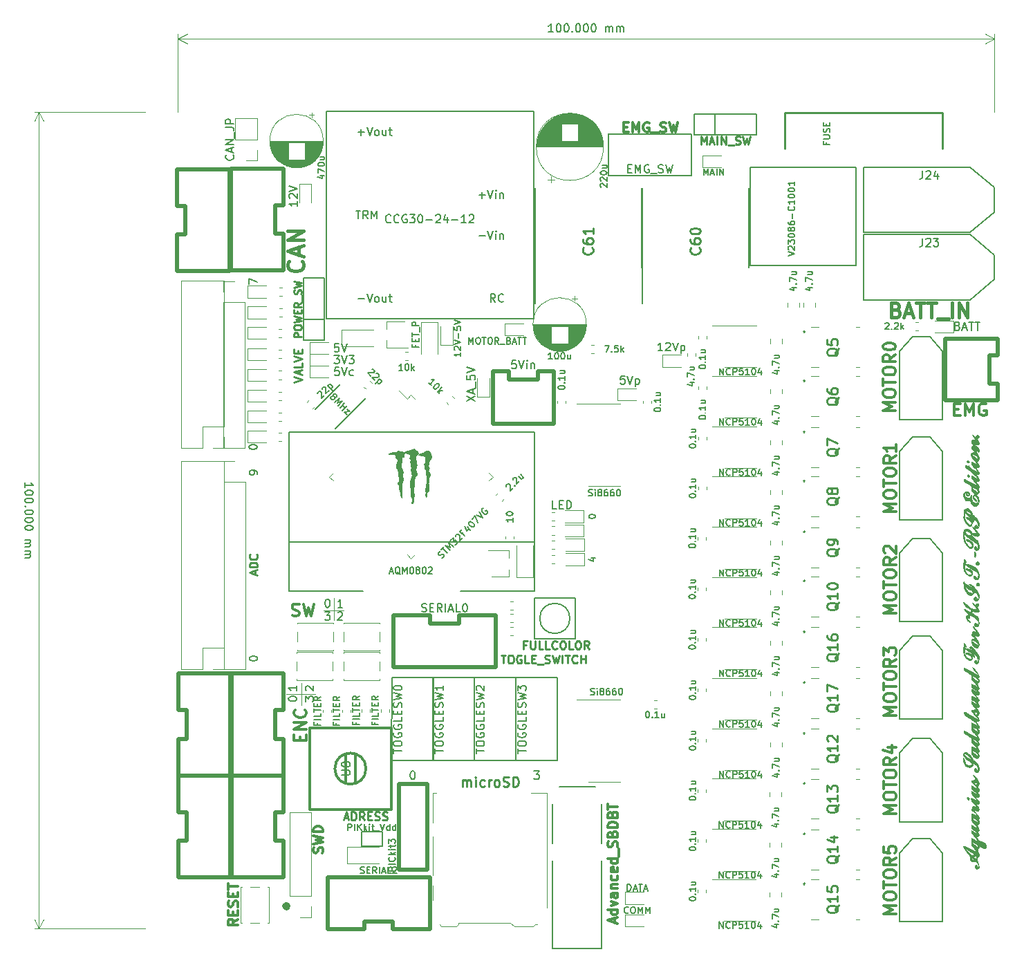
<source format=gbr>
G04 #@! TF.GenerationSoftware,KiCad,Pcbnew,(5.1.6)-1*
G04 #@! TF.CreationDate,2022-04-26T23:12:09+09:00*
G04 #@! TF.ProjectId,Main,4d61696e-2e6b-4696-9361-645f70636258,rev?*
G04 #@! TF.SameCoordinates,Original*
G04 #@! TF.FileFunction,Legend,Top*
G04 #@! TF.FilePolarity,Positive*
%FSLAX46Y46*%
G04 Gerber Fmt 4.6, Leading zero omitted, Abs format (unit mm)*
G04 Created by KiCad (PCBNEW (5.1.6)-1) date 2022-04-26 23:12:09*
%MOMM*%
%LPD*%
G01*
G04 APERTURE LIST*
%ADD10C,0.250000*%
%ADD11C,0.150000*%
%ADD12C,0.375000*%
%ADD13C,0.225000*%
%ADD14C,0.120000*%
%ADD15C,0.750000*%
%ADD16C,0.300000*%
%ADD17C,0.500000*%
%ADD18C,0.200000*%
%ADD19C,0.254000*%
%ADD20C,0.010000*%
%ADD21C,0.100000*%
%ADD22C,0.400000*%
%ADD23C,0.450000*%
G04 APERTURE END LIST*
D10*
X78657142Y-103228571D02*
X78323809Y-103228571D01*
X78323809Y-103752380D02*
X78323809Y-102752380D01*
X78800000Y-102752380D01*
X79180952Y-102752380D02*
X79180952Y-103561904D01*
X79228571Y-103657142D01*
X79276190Y-103704761D01*
X79371428Y-103752380D01*
X79561904Y-103752380D01*
X79657142Y-103704761D01*
X79704761Y-103657142D01*
X79752380Y-103561904D01*
X79752380Y-102752380D01*
X80704761Y-103752380D02*
X80228571Y-103752380D01*
X80228571Y-102752380D01*
X81514285Y-103752380D02*
X81038095Y-103752380D01*
X81038095Y-102752380D01*
X82419047Y-103657142D02*
X82371428Y-103704761D01*
X82228571Y-103752380D01*
X82133333Y-103752380D01*
X81990476Y-103704761D01*
X81895238Y-103609523D01*
X81847619Y-103514285D01*
X81800000Y-103323809D01*
X81800000Y-103180952D01*
X81847619Y-102990476D01*
X81895238Y-102895238D01*
X81990476Y-102800000D01*
X82133333Y-102752380D01*
X82228571Y-102752380D01*
X82371428Y-102800000D01*
X82419047Y-102847619D01*
X83038095Y-102752380D02*
X83228571Y-102752380D01*
X83323809Y-102800000D01*
X83419047Y-102895238D01*
X83466666Y-103085714D01*
X83466666Y-103419047D01*
X83419047Y-103609523D01*
X83323809Y-103704761D01*
X83228571Y-103752380D01*
X83038095Y-103752380D01*
X82942857Y-103704761D01*
X82847619Y-103609523D01*
X82800000Y-103419047D01*
X82800000Y-103085714D01*
X82847619Y-102895238D01*
X82942857Y-102800000D01*
X83038095Y-102752380D01*
X84371428Y-103752380D02*
X83895238Y-103752380D01*
X83895238Y-102752380D01*
X84895238Y-102752380D02*
X85085714Y-102752380D01*
X85180952Y-102800000D01*
X85276190Y-102895238D01*
X85323809Y-103085714D01*
X85323809Y-103419047D01*
X85276190Y-103609523D01*
X85180952Y-103704761D01*
X85085714Y-103752380D01*
X84895238Y-103752380D01*
X84800000Y-103704761D01*
X84704761Y-103609523D01*
X84657142Y-103419047D01*
X84657142Y-103085714D01*
X84704761Y-102895238D01*
X84800000Y-102800000D01*
X84895238Y-102752380D01*
X86323809Y-103752380D02*
X85990476Y-103276190D01*
X85752380Y-103752380D02*
X85752380Y-102752380D01*
X86133333Y-102752380D01*
X86228571Y-102800000D01*
X86276190Y-102847619D01*
X86323809Y-102942857D01*
X86323809Y-103085714D01*
X86276190Y-103180952D01*
X86228571Y-103228571D01*
X86133333Y-103276190D01*
X85752380Y-103276190D01*
D11*
X86578571Y-92597619D02*
X87111904Y-92597619D01*
X86273809Y-92788095D02*
X86845238Y-92978571D01*
X86845238Y-92483333D01*
X86311904Y-87538095D02*
X86311904Y-87461904D01*
X86350000Y-87385714D01*
X86388095Y-87347619D01*
X86464285Y-87309523D01*
X86616666Y-87271428D01*
X86807142Y-87271428D01*
X86959523Y-87309523D01*
X87035714Y-87347619D01*
X87073809Y-87385714D01*
X87111904Y-87461904D01*
X87111904Y-87538095D01*
X87073809Y-87614285D01*
X87035714Y-87652380D01*
X86959523Y-87690476D01*
X86807142Y-87728571D01*
X86616666Y-87728571D01*
X86464285Y-87690476D01*
X86388095Y-87652380D01*
X86350000Y-87614285D01*
X86311904Y-87538095D01*
X82382142Y-86577380D02*
X81905952Y-86577380D01*
X81905952Y-85577380D01*
X82715476Y-86053571D02*
X83048809Y-86053571D01*
X83191666Y-86577380D02*
X82715476Y-86577380D01*
X82715476Y-85577380D01*
X83191666Y-85577380D01*
X83620238Y-86577380D02*
X83620238Y-85577380D01*
X83858333Y-85577380D01*
X84001190Y-85625000D01*
X84096428Y-85720238D01*
X84144047Y-85815476D01*
X84191666Y-86005952D01*
X84191666Y-86148809D01*
X84144047Y-86339285D01*
X84096428Y-86434523D01*
X84001190Y-86529761D01*
X83858333Y-86577380D01*
X83620238Y-86577380D01*
D12*
X50942857Y-114982142D02*
X50942857Y-114482142D01*
X51728571Y-114267857D02*
X51728571Y-114982142D01*
X50228571Y-114982142D01*
X50228571Y-114267857D01*
X51728571Y-113625000D02*
X50228571Y-113625000D01*
X51728571Y-112767857D01*
X50228571Y-112767857D01*
X51585714Y-111196428D02*
X51657142Y-111267857D01*
X51728571Y-111482142D01*
X51728571Y-111625000D01*
X51657142Y-111839285D01*
X51514285Y-111982142D01*
X51371428Y-112053571D01*
X51085714Y-112125000D01*
X50871428Y-112125000D01*
X50585714Y-112053571D01*
X50442857Y-111982142D01*
X50300000Y-111839285D01*
X50228571Y-111625000D01*
X50228571Y-111482142D01*
X50300000Y-111267857D01*
X50371428Y-111196428D01*
D11*
X100380952Y-45711904D02*
X100380952Y-44911904D01*
X100647619Y-45483333D01*
X100914285Y-44911904D01*
X100914285Y-45711904D01*
X101257142Y-45483333D02*
X101638095Y-45483333D01*
X101180952Y-45711904D02*
X101447619Y-44911904D01*
X101714285Y-45711904D01*
X101980952Y-45711904D02*
X101980952Y-44911904D01*
X102361904Y-45711904D02*
X102361904Y-44911904D01*
X102819047Y-45711904D01*
X102819047Y-44911904D01*
D13*
X51107142Y-65514285D02*
X50207142Y-65514285D01*
X50207142Y-65171428D01*
X50250000Y-65085714D01*
X50292857Y-65042857D01*
X50378571Y-65000000D01*
X50507142Y-65000000D01*
X50592857Y-65042857D01*
X50635714Y-65085714D01*
X50678571Y-65171428D01*
X50678571Y-65514285D01*
X50207142Y-64442857D02*
X50207142Y-64271428D01*
X50250000Y-64185714D01*
X50335714Y-64100000D01*
X50507142Y-64057142D01*
X50807142Y-64057142D01*
X50978571Y-64100000D01*
X51064285Y-64185714D01*
X51107142Y-64271428D01*
X51107142Y-64442857D01*
X51064285Y-64528571D01*
X50978571Y-64614285D01*
X50807142Y-64657142D01*
X50507142Y-64657142D01*
X50335714Y-64614285D01*
X50250000Y-64528571D01*
X50207142Y-64442857D01*
X50207142Y-63757142D02*
X51107142Y-63542857D01*
X50464285Y-63371428D01*
X51107142Y-63200000D01*
X50207142Y-62985714D01*
X50635714Y-62642857D02*
X50635714Y-62342857D01*
X51107142Y-62214285D02*
X51107142Y-62642857D01*
X50207142Y-62642857D01*
X50207142Y-62214285D01*
X51107142Y-61314285D02*
X50678571Y-61614285D01*
X51107142Y-61828571D02*
X50207142Y-61828571D01*
X50207142Y-61485714D01*
X50250000Y-61400000D01*
X50292857Y-61357142D01*
X50378571Y-61314285D01*
X50507142Y-61314285D01*
X50592857Y-61357142D01*
X50635714Y-61400000D01*
X50678571Y-61485714D01*
X50678571Y-61828571D01*
X51192857Y-61142857D02*
X51192857Y-60457142D01*
X51064285Y-60285714D02*
X51107142Y-60157142D01*
X51107142Y-59942857D01*
X51064285Y-59857142D01*
X51021428Y-59814285D01*
X50935714Y-59771428D01*
X50850000Y-59771428D01*
X50764285Y-59814285D01*
X50721428Y-59857142D01*
X50678571Y-59942857D01*
X50635714Y-60114285D01*
X50592857Y-60200000D01*
X50550000Y-60242857D01*
X50464285Y-60285714D01*
X50378571Y-60285714D01*
X50292857Y-60242857D01*
X50250000Y-60200000D01*
X50207142Y-60114285D01*
X50207142Y-59900000D01*
X50250000Y-59771428D01*
X50207142Y-59471428D02*
X51107142Y-59257142D01*
X50464285Y-59085714D01*
X51107142Y-58914285D01*
X50207142Y-58700000D01*
D14*
X55075000Y-97500000D02*
X55075000Y-100250000D01*
X56325000Y-99000000D02*
X53825000Y-99000000D01*
D11*
X55589285Y-99297619D02*
X55636904Y-99250000D01*
X55732142Y-99202380D01*
X55970238Y-99202380D01*
X56065476Y-99250000D01*
X56113095Y-99297619D01*
X56160714Y-99392857D01*
X56160714Y-99488095D01*
X56113095Y-99630952D01*
X55541666Y-100202380D01*
X56160714Y-100202380D01*
X53991666Y-99202380D02*
X54610714Y-99202380D01*
X54277380Y-99583333D01*
X54420238Y-99583333D01*
X54515476Y-99630952D01*
X54563095Y-99678571D01*
X54610714Y-99773809D01*
X54610714Y-100011904D01*
X54563095Y-100107142D01*
X54515476Y-100154761D01*
X54420238Y-100202380D01*
X54134523Y-100202380D01*
X54039285Y-100154761D01*
X53991666Y-100107142D01*
X56160714Y-98652380D02*
X55589285Y-98652380D01*
X55875000Y-98652380D02*
X55875000Y-97652380D01*
X55779761Y-97795238D01*
X55684523Y-97890476D01*
X55589285Y-97938095D01*
X54277380Y-97652380D02*
X54372619Y-97652380D01*
X54467857Y-97700000D01*
X54515476Y-97747619D01*
X54563095Y-97842857D01*
X54610714Y-98033333D01*
X54610714Y-98271428D01*
X54563095Y-98461904D01*
X54515476Y-98557142D01*
X54467857Y-98604761D01*
X54372619Y-98652380D01*
X54277380Y-98652380D01*
X54182142Y-98604761D01*
X54134523Y-98557142D01*
X54086904Y-98461904D01*
X54039285Y-98271428D01*
X54039285Y-98033333D01*
X54086904Y-97842857D01*
X54134523Y-97747619D01*
X54182142Y-97700000D01*
X54277380Y-97652380D01*
D12*
X49989285Y-99657142D02*
X50203571Y-99728571D01*
X50560714Y-99728571D01*
X50703571Y-99657142D01*
X50775000Y-99585714D01*
X50846428Y-99442857D01*
X50846428Y-99300000D01*
X50775000Y-99157142D01*
X50703571Y-99085714D01*
X50560714Y-99014285D01*
X50275000Y-98942857D01*
X50132142Y-98871428D01*
X50060714Y-98800000D01*
X49989285Y-98657142D01*
X49989285Y-98514285D01*
X50060714Y-98371428D01*
X50132142Y-98300000D01*
X50275000Y-98228571D01*
X50632142Y-98228571D01*
X50846428Y-98300000D01*
X51346428Y-98228571D02*
X51703571Y-99728571D01*
X51989285Y-98657142D01*
X52275000Y-99728571D01*
X52632142Y-98228571D01*
D14*
X52850000Y-109250000D02*
X49300000Y-109250000D01*
X51100000Y-107950000D02*
X51100000Y-110600000D01*
D11*
X51602380Y-110183333D02*
X51602380Y-109564285D01*
X51983333Y-109897619D01*
X51983333Y-109754761D01*
X52030952Y-109659523D01*
X52078571Y-109611904D01*
X52173809Y-109564285D01*
X52411904Y-109564285D01*
X52507142Y-109611904D01*
X52554761Y-109659523D01*
X52602380Y-109754761D01*
X52602380Y-110040476D01*
X52554761Y-110135714D01*
X52507142Y-110183333D01*
X49552380Y-109897619D02*
X49552380Y-109802380D01*
X49600000Y-109707142D01*
X49647619Y-109659523D01*
X49742857Y-109611904D01*
X49933333Y-109564285D01*
X50171428Y-109564285D01*
X50361904Y-109611904D01*
X50457142Y-109659523D01*
X50504761Y-109707142D01*
X50552380Y-109802380D01*
X50552380Y-109897619D01*
X50504761Y-109992857D01*
X50457142Y-110040476D01*
X50361904Y-110088095D01*
X50171428Y-110135714D01*
X49933333Y-110135714D01*
X49742857Y-110088095D01*
X49647619Y-110040476D01*
X49600000Y-109992857D01*
X49552380Y-109897619D01*
X50552380Y-108264285D02*
X50552380Y-108835714D01*
X50552380Y-108550000D02*
X49552380Y-108550000D01*
X49695238Y-108645238D01*
X49790476Y-108740476D01*
X49838095Y-108835714D01*
X51697619Y-108835714D02*
X51650000Y-108788095D01*
X51602380Y-108692857D01*
X51602380Y-108454761D01*
X51650000Y-108359523D01*
X51697619Y-108311904D01*
X51792857Y-108264285D01*
X51888095Y-108264285D01*
X52030952Y-108311904D01*
X52602380Y-108883333D01*
X52602380Y-108264285D01*
D12*
X131071428Y-74392857D02*
X131571428Y-74392857D01*
X131785714Y-75178571D02*
X131071428Y-75178571D01*
X131071428Y-73678571D01*
X131785714Y-73678571D01*
X132428571Y-75178571D02*
X132428571Y-73678571D01*
X132928571Y-74750000D01*
X133428571Y-73678571D01*
X133428571Y-75178571D01*
X134928571Y-73750000D02*
X134785714Y-73678571D01*
X134571428Y-73678571D01*
X134357142Y-73750000D01*
X134214285Y-73892857D01*
X134142857Y-74035714D01*
X134071428Y-74321428D01*
X134071428Y-74535714D01*
X134142857Y-74821428D01*
X134214285Y-74964285D01*
X134357142Y-75107142D01*
X134571428Y-75178571D01*
X134714285Y-75178571D01*
X134928571Y-75107142D01*
X135000000Y-75035714D01*
X135000000Y-74535714D01*
X134714285Y-74535714D01*
D11*
X44752380Y-104947619D02*
X44752380Y-104852380D01*
X44800000Y-104757142D01*
X44847619Y-104709523D01*
X44942857Y-104661904D01*
X45133333Y-104614285D01*
X45371428Y-104614285D01*
X45561904Y-104661904D01*
X45657142Y-104709523D01*
X45704761Y-104757142D01*
X45752380Y-104852380D01*
X45752380Y-104947619D01*
X45704761Y-105042857D01*
X45657142Y-105090476D01*
X45561904Y-105138095D01*
X45371428Y-105185714D01*
X45133333Y-105185714D01*
X44942857Y-105138095D01*
X44847619Y-105090476D01*
X44800000Y-105042857D01*
X44752380Y-104947619D01*
X45752380Y-82340476D02*
X45752380Y-82150000D01*
X45704761Y-82054761D01*
X45657142Y-82007142D01*
X45514285Y-81911904D01*
X45323809Y-81864285D01*
X44942857Y-81864285D01*
X44847619Y-81911904D01*
X44800000Y-81959523D01*
X44752380Y-82054761D01*
X44752380Y-82245238D01*
X44800000Y-82340476D01*
X44847619Y-82388095D01*
X44942857Y-82435714D01*
X45180952Y-82435714D01*
X45276190Y-82388095D01*
X45323809Y-82340476D01*
X45371428Y-82245238D01*
X45371428Y-82054761D01*
X45323809Y-81959523D01*
X45276190Y-81911904D01*
X45180952Y-81864285D01*
X44702380Y-79047619D02*
X44702380Y-78952380D01*
X44750000Y-78857142D01*
X44797619Y-78809523D01*
X44892857Y-78761904D01*
X45083333Y-78714285D01*
X45321428Y-78714285D01*
X45511904Y-78761904D01*
X45607142Y-78809523D01*
X45654761Y-78857142D01*
X45702380Y-78952380D01*
X45702380Y-79047619D01*
X45654761Y-79142857D01*
X45607142Y-79190476D01*
X45511904Y-79238095D01*
X45321428Y-79285714D01*
X45083333Y-79285714D01*
X44892857Y-79238095D01*
X44797619Y-79190476D01*
X44750000Y-79142857D01*
X44702380Y-79047619D01*
X44702380Y-59033333D02*
X44702380Y-58366666D01*
X45702380Y-58795238D01*
D15*
X49250000Y-135071428D02*
X49392857Y-135214285D01*
X49250000Y-135357142D01*
X49107142Y-135214285D01*
X49250000Y-135071428D01*
X49250000Y-135357142D01*
D11*
X79616666Y-118702380D02*
X80235714Y-118702380D01*
X79902380Y-119083333D01*
X80045238Y-119083333D01*
X80140476Y-119130952D01*
X80188095Y-119178571D01*
X80235714Y-119273809D01*
X80235714Y-119511904D01*
X80188095Y-119607142D01*
X80140476Y-119654761D01*
X80045238Y-119702380D01*
X79759523Y-119702380D01*
X79664285Y-119654761D01*
X79616666Y-119607142D01*
X64702380Y-118702380D02*
X64797619Y-118702380D01*
X64892857Y-118750000D01*
X64940476Y-118797619D01*
X64988095Y-118892857D01*
X65035714Y-119083333D01*
X65035714Y-119321428D01*
X64988095Y-119511904D01*
X64940476Y-119607142D01*
X64892857Y-119654761D01*
X64797619Y-119702380D01*
X64702380Y-119702380D01*
X64607142Y-119654761D01*
X64559523Y-119607142D01*
X64511904Y-119511904D01*
X64464285Y-119321428D01*
X64464285Y-119083333D01*
X64511904Y-118892857D01*
X64559523Y-118797619D01*
X64607142Y-118750000D01*
X64702380Y-118702380D01*
D10*
X75561904Y-104502380D02*
X76133333Y-104502380D01*
X75847619Y-105502380D02*
X75847619Y-104502380D01*
X76657142Y-104502380D02*
X76847619Y-104502380D01*
X76942857Y-104550000D01*
X77038095Y-104645238D01*
X77085714Y-104835714D01*
X77085714Y-105169047D01*
X77038095Y-105359523D01*
X76942857Y-105454761D01*
X76847619Y-105502380D01*
X76657142Y-105502380D01*
X76561904Y-105454761D01*
X76466666Y-105359523D01*
X76419047Y-105169047D01*
X76419047Y-104835714D01*
X76466666Y-104645238D01*
X76561904Y-104550000D01*
X76657142Y-104502380D01*
X78038095Y-104550000D02*
X77942857Y-104502380D01*
X77800000Y-104502380D01*
X77657142Y-104550000D01*
X77561904Y-104645238D01*
X77514285Y-104740476D01*
X77466666Y-104930952D01*
X77466666Y-105073809D01*
X77514285Y-105264285D01*
X77561904Y-105359523D01*
X77657142Y-105454761D01*
X77800000Y-105502380D01*
X77895238Y-105502380D01*
X78038095Y-105454761D01*
X78085714Y-105407142D01*
X78085714Y-105073809D01*
X77895238Y-105073809D01*
X78990476Y-105502380D02*
X78514285Y-105502380D01*
X78514285Y-104502380D01*
X79323809Y-104978571D02*
X79657142Y-104978571D01*
X79800000Y-105502380D02*
X79323809Y-105502380D01*
X79323809Y-104502380D01*
X79800000Y-104502380D01*
X79990476Y-105597619D02*
X80752380Y-105597619D01*
X80942857Y-105454761D02*
X81085714Y-105502380D01*
X81323809Y-105502380D01*
X81419047Y-105454761D01*
X81466666Y-105407142D01*
X81514285Y-105311904D01*
X81514285Y-105216666D01*
X81466666Y-105121428D01*
X81419047Y-105073809D01*
X81323809Y-105026190D01*
X81133333Y-104978571D01*
X81038095Y-104930952D01*
X80990476Y-104883333D01*
X80942857Y-104788095D01*
X80942857Y-104692857D01*
X80990476Y-104597619D01*
X81038095Y-104550000D01*
X81133333Y-104502380D01*
X81371428Y-104502380D01*
X81514285Y-104550000D01*
X81847619Y-104502380D02*
X82085714Y-105502380D01*
X82276190Y-104788095D01*
X82466666Y-105502380D01*
X82704761Y-104502380D01*
X83085714Y-105502380D02*
X83085714Y-104502380D01*
X83419047Y-104502380D02*
X83990476Y-104502380D01*
X83704761Y-105502380D02*
X83704761Y-104502380D01*
X84895238Y-105407142D02*
X84847619Y-105454761D01*
X84704761Y-105502380D01*
X84609523Y-105502380D01*
X84466666Y-105454761D01*
X84371428Y-105359523D01*
X84323809Y-105264285D01*
X84276190Y-105073809D01*
X84276190Y-104930952D01*
X84323809Y-104740476D01*
X84371428Y-104645238D01*
X84466666Y-104550000D01*
X84609523Y-104502380D01*
X84704761Y-104502380D01*
X84847619Y-104550000D01*
X84895238Y-104597619D01*
X85323809Y-105502380D02*
X85323809Y-104502380D01*
X85323809Y-104978571D02*
X85895238Y-104978571D01*
X85895238Y-105502380D02*
X85895238Y-104502380D01*
D16*
X90592857Y-39814285D02*
X90992857Y-39814285D01*
X91164285Y-40442857D02*
X90592857Y-40442857D01*
X90592857Y-39242857D01*
X91164285Y-39242857D01*
X91678571Y-40442857D02*
X91678571Y-39242857D01*
X92078571Y-40100000D01*
X92478571Y-39242857D01*
X92478571Y-40442857D01*
X93678571Y-39300000D02*
X93564285Y-39242857D01*
X93392857Y-39242857D01*
X93221428Y-39300000D01*
X93107142Y-39414285D01*
X93050000Y-39528571D01*
X92992857Y-39757142D01*
X92992857Y-39928571D01*
X93050000Y-40157142D01*
X93107142Y-40271428D01*
X93221428Y-40385714D01*
X93392857Y-40442857D01*
X93507142Y-40442857D01*
X93678571Y-40385714D01*
X93735714Y-40328571D01*
X93735714Y-39928571D01*
X93507142Y-39928571D01*
X93964285Y-40557142D02*
X94878571Y-40557142D01*
X95107142Y-40385714D02*
X95278571Y-40442857D01*
X95564285Y-40442857D01*
X95678571Y-40385714D01*
X95735714Y-40328571D01*
X95792857Y-40214285D01*
X95792857Y-40100000D01*
X95735714Y-39985714D01*
X95678571Y-39928571D01*
X95564285Y-39871428D01*
X95335714Y-39814285D01*
X95221428Y-39757142D01*
X95164285Y-39700000D01*
X95107142Y-39585714D01*
X95107142Y-39471428D01*
X95164285Y-39357142D01*
X95221428Y-39300000D01*
X95335714Y-39242857D01*
X95621428Y-39242857D01*
X95792857Y-39300000D01*
X96192857Y-39242857D02*
X96478571Y-40442857D01*
X96707142Y-39585714D01*
X96935714Y-40442857D01*
X97221428Y-39242857D01*
D11*
X81952380Y-28182380D02*
X81380952Y-28182380D01*
X81666666Y-28182380D02*
X81666666Y-27182380D01*
X81571428Y-27325238D01*
X81476190Y-27420476D01*
X81380952Y-27468095D01*
X82571428Y-27182380D02*
X82666666Y-27182380D01*
X82761904Y-27230000D01*
X82809523Y-27277619D01*
X82857142Y-27372857D01*
X82904761Y-27563333D01*
X82904761Y-27801428D01*
X82857142Y-27991904D01*
X82809523Y-28087142D01*
X82761904Y-28134761D01*
X82666666Y-28182380D01*
X82571428Y-28182380D01*
X82476190Y-28134761D01*
X82428571Y-28087142D01*
X82380952Y-27991904D01*
X82333333Y-27801428D01*
X82333333Y-27563333D01*
X82380952Y-27372857D01*
X82428571Y-27277619D01*
X82476190Y-27230000D01*
X82571428Y-27182380D01*
X83523809Y-27182380D02*
X83619047Y-27182380D01*
X83714285Y-27230000D01*
X83761904Y-27277619D01*
X83809523Y-27372857D01*
X83857142Y-27563333D01*
X83857142Y-27801428D01*
X83809523Y-27991904D01*
X83761904Y-28087142D01*
X83714285Y-28134761D01*
X83619047Y-28182380D01*
X83523809Y-28182380D01*
X83428571Y-28134761D01*
X83380952Y-28087142D01*
X83333333Y-27991904D01*
X83285714Y-27801428D01*
X83285714Y-27563333D01*
X83333333Y-27372857D01*
X83380952Y-27277619D01*
X83428571Y-27230000D01*
X83523809Y-27182380D01*
X84285714Y-28087142D02*
X84333333Y-28134761D01*
X84285714Y-28182380D01*
X84238095Y-28134761D01*
X84285714Y-28087142D01*
X84285714Y-28182380D01*
X84952380Y-27182380D02*
X85047619Y-27182380D01*
X85142857Y-27230000D01*
X85190476Y-27277619D01*
X85238095Y-27372857D01*
X85285714Y-27563333D01*
X85285714Y-27801428D01*
X85238095Y-27991904D01*
X85190476Y-28087142D01*
X85142857Y-28134761D01*
X85047619Y-28182380D01*
X84952380Y-28182380D01*
X84857142Y-28134761D01*
X84809523Y-28087142D01*
X84761904Y-27991904D01*
X84714285Y-27801428D01*
X84714285Y-27563333D01*
X84761904Y-27372857D01*
X84809523Y-27277619D01*
X84857142Y-27230000D01*
X84952380Y-27182380D01*
X85904761Y-27182380D02*
X86000000Y-27182380D01*
X86095238Y-27230000D01*
X86142857Y-27277619D01*
X86190476Y-27372857D01*
X86238095Y-27563333D01*
X86238095Y-27801428D01*
X86190476Y-27991904D01*
X86142857Y-28087142D01*
X86095238Y-28134761D01*
X86000000Y-28182380D01*
X85904761Y-28182380D01*
X85809523Y-28134761D01*
X85761904Y-28087142D01*
X85714285Y-27991904D01*
X85666666Y-27801428D01*
X85666666Y-27563333D01*
X85714285Y-27372857D01*
X85761904Y-27277619D01*
X85809523Y-27230000D01*
X85904761Y-27182380D01*
X86857142Y-27182380D02*
X86952380Y-27182380D01*
X87047619Y-27230000D01*
X87095238Y-27277619D01*
X87142857Y-27372857D01*
X87190476Y-27563333D01*
X87190476Y-27801428D01*
X87142857Y-27991904D01*
X87095238Y-28087142D01*
X87047619Y-28134761D01*
X86952380Y-28182380D01*
X86857142Y-28182380D01*
X86761904Y-28134761D01*
X86714285Y-28087142D01*
X86666666Y-27991904D01*
X86619047Y-27801428D01*
X86619047Y-27563333D01*
X86666666Y-27372857D01*
X86714285Y-27277619D01*
X86761904Y-27230000D01*
X86857142Y-27182380D01*
X88380952Y-28182380D02*
X88380952Y-27515714D01*
X88380952Y-27610952D02*
X88428571Y-27563333D01*
X88523809Y-27515714D01*
X88666666Y-27515714D01*
X88761904Y-27563333D01*
X88809523Y-27658571D01*
X88809523Y-28182380D01*
X88809523Y-27658571D02*
X88857142Y-27563333D01*
X88952380Y-27515714D01*
X89095238Y-27515714D01*
X89190476Y-27563333D01*
X89238095Y-27658571D01*
X89238095Y-28182380D01*
X89714285Y-28182380D02*
X89714285Y-27515714D01*
X89714285Y-27610952D02*
X89761904Y-27563333D01*
X89857142Y-27515714D01*
X90000000Y-27515714D01*
X90095238Y-27563333D01*
X90142857Y-27658571D01*
X90142857Y-28182380D01*
X90142857Y-27658571D02*
X90190476Y-27563333D01*
X90285714Y-27515714D01*
X90428571Y-27515714D01*
X90523809Y-27563333D01*
X90571428Y-27658571D01*
X90571428Y-28182380D01*
D14*
X36000000Y-29000000D02*
X136000000Y-29000000D01*
X36000000Y-38000000D02*
X36000000Y-28413579D01*
X136000000Y-38000000D02*
X136000000Y-28413579D01*
X136000000Y-29000000D02*
X134873496Y-29586421D01*
X136000000Y-29000000D02*
X134873496Y-28413579D01*
X36000000Y-29000000D02*
X37126504Y-29586421D01*
X36000000Y-29000000D02*
X37126504Y-28413579D01*
D11*
X17277619Y-83952380D02*
X17277619Y-83380952D01*
X17277619Y-83666666D02*
X18277619Y-83666666D01*
X18134761Y-83571428D01*
X18039523Y-83476190D01*
X17991904Y-83380952D01*
X18277619Y-84571428D02*
X18277619Y-84666666D01*
X18230000Y-84761904D01*
X18182380Y-84809523D01*
X18087142Y-84857142D01*
X17896666Y-84904761D01*
X17658571Y-84904761D01*
X17468095Y-84857142D01*
X17372857Y-84809523D01*
X17325238Y-84761904D01*
X17277619Y-84666666D01*
X17277619Y-84571428D01*
X17325238Y-84476190D01*
X17372857Y-84428571D01*
X17468095Y-84380952D01*
X17658571Y-84333333D01*
X17896666Y-84333333D01*
X18087142Y-84380952D01*
X18182380Y-84428571D01*
X18230000Y-84476190D01*
X18277619Y-84571428D01*
X18277619Y-85523809D02*
X18277619Y-85619047D01*
X18230000Y-85714285D01*
X18182380Y-85761904D01*
X18087142Y-85809523D01*
X17896666Y-85857142D01*
X17658571Y-85857142D01*
X17468095Y-85809523D01*
X17372857Y-85761904D01*
X17325238Y-85714285D01*
X17277619Y-85619047D01*
X17277619Y-85523809D01*
X17325238Y-85428571D01*
X17372857Y-85380952D01*
X17468095Y-85333333D01*
X17658571Y-85285714D01*
X17896666Y-85285714D01*
X18087142Y-85333333D01*
X18182380Y-85380952D01*
X18230000Y-85428571D01*
X18277619Y-85523809D01*
X17372857Y-86285714D02*
X17325238Y-86333333D01*
X17277619Y-86285714D01*
X17325238Y-86238095D01*
X17372857Y-86285714D01*
X17277619Y-86285714D01*
X18277619Y-86952380D02*
X18277619Y-87047619D01*
X18230000Y-87142857D01*
X18182380Y-87190476D01*
X18087142Y-87238095D01*
X17896666Y-87285714D01*
X17658571Y-87285714D01*
X17468095Y-87238095D01*
X17372857Y-87190476D01*
X17325238Y-87142857D01*
X17277619Y-87047619D01*
X17277619Y-86952380D01*
X17325238Y-86857142D01*
X17372857Y-86809523D01*
X17468095Y-86761904D01*
X17658571Y-86714285D01*
X17896666Y-86714285D01*
X18087142Y-86761904D01*
X18182380Y-86809523D01*
X18230000Y-86857142D01*
X18277619Y-86952380D01*
X18277619Y-87904761D02*
X18277619Y-88000000D01*
X18230000Y-88095238D01*
X18182380Y-88142857D01*
X18087142Y-88190476D01*
X17896666Y-88238095D01*
X17658571Y-88238095D01*
X17468095Y-88190476D01*
X17372857Y-88142857D01*
X17325238Y-88095238D01*
X17277619Y-88000000D01*
X17277619Y-87904761D01*
X17325238Y-87809523D01*
X17372857Y-87761904D01*
X17468095Y-87714285D01*
X17658571Y-87666666D01*
X17896666Y-87666666D01*
X18087142Y-87714285D01*
X18182380Y-87761904D01*
X18230000Y-87809523D01*
X18277619Y-87904761D01*
X18277619Y-88857142D02*
X18277619Y-88952380D01*
X18230000Y-89047619D01*
X18182380Y-89095238D01*
X18087142Y-89142857D01*
X17896666Y-89190476D01*
X17658571Y-89190476D01*
X17468095Y-89142857D01*
X17372857Y-89095238D01*
X17325238Y-89047619D01*
X17277619Y-88952380D01*
X17277619Y-88857142D01*
X17325238Y-88761904D01*
X17372857Y-88714285D01*
X17468095Y-88666666D01*
X17658571Y-88619047D01*
X17896666Y-88619047D01*
X18087142Y-88666666D01*
X18182380Y-88714285D01*
X18230000Y-88761904D01*
X18277619Y-88857142D01*
X17277619Y-90380952D02*
X17944285Y-90380952D01*
X17849047Y-90380952D02*
X17896666Y-90428571D01*
X17944285Y-90523809D01*
X17944285Y-90666666D01*
X17896666Y-90761904D01*
X17801428Y-90809523D01*
X17277619Y-90809523D01*
X17801428Y-90809523D02*
X17896666Y-90857142D01*
X17944285Y-90952380D01*
X17944285Y-91095238D01*
X17896666Y-91190476D01*
X17801428Y-91238095D01*
X17277619Y-91238095D01*
X17277619Y-91714285D02*
X17944285Y-91714285D01*
X17849047Y-91714285D02*
X17896666Y-91761904D01*
X17944285Y-91857142D01*
X17944285Y-92000000D01*
X17896666Y-92095238D01*
X17801428Y-92142857D01*
X17277619Y-92142857D01*
X17801428Y-92142857D02*
X17896666Y-92190476D01*
X17944285Y-92285714D01*
X17944285Y-92428571D01*
X17896666Y-92523809D01*
X17801428Y-92571428D01*
X17277619Y-92571428D01*
D14*
X19000000Y-38000000D02*
X19000000Y-138000000D01*
X32000000Y-38000000D02*
X18413579Y-38000000D01*
X32000000Y-138000000D02*
X18413579Y-138000000D01*
X19000000Y-138000000D02*
X18413579Y-136873496D01*
X19000000Y-138000000D02*
X19586421Y-136873496D01*
X19000000Y-38000000D02*
X18413579Y-39126504D01*
X19000000Y-38000000D02*
X19586421Y-39126504D01*
D11*
X98880000Y-40660000D02*
X88720000Y-40660000D01*
X98880000Y-45740000D02*
X98880000Y-40660000D01*
X88720000Y-45740000D02*
X98860000Y-45770000D01*
X88710000Y-40650000D02*
X88710000Y-45740000D01*
X79550000Y-63300000D02*
X79550000Y-37900000D01*
X79550000Y-37900000D02*
X54150000Y-37900000D01*
X54150000Y-37900000D02*
X54150000Y-63300000D01*
X54150000Y-63300000D02*
X79550000Y-63300000D01*
D17*
X54350000Y-131700000D02*
X54350000Y-138100000D01*
X66850000Y-138100000D02*
X66850000Y-131700000D01*
X66850000Y-131700000D02*
X54350000Y-131700000D01*
X62350000Y-138100000D02*
X66850000Y-138100000D01*
X62350000Y-137100000D02*
X62350000Y-138100000D01*
X58850000Y-137100000D02*
X62350000Y-137100000D01*
X58850000Y-138100000D02*
X58850000Y-137100000D01*
X54350000Y-138100000D02*
X58850000Y-138100000D01*
D11*
X82500000Y-107235000D02*
X77410000Y-107235000D01*
X77410000Y-107245000D02*
X77380000Y-117385000D01*
X77410000Y-117405000D02*
X82490000Y-117405000D01*
X82490000Y-117405000D02*
X82490000Y-107245000D01*
X77390000Y-117405000D02*
X77390000Y-107245000D01*
X72310000Y-117405000D02*
X77390000Y-117405000D01*
X72310000Y-107245000D02*
X72280000Y-117385000D01*
X77400000Y-107235000D02*
X72310000Y-107235000D01*
X72350000Y-107235000D02*
X67260000Y-107235000D01*
X67260000Y-107245000D02*
X67230000Y-117385000D01*
X67260000Y-117405000D02*
X72340000Y-117405000D01*
X72340000Y-117405000D02*
X72340000Y-107245000D01*
X67300000Y-107235000D02*
X62210000Y-107235000D01*
X62210000Y-107245000D02*
X62180000Y-117385000D01*
X62210000Y-117405000D02*
X67290000Y-117405000D01*
X67290000Y-117405000D02*
X67290000Y-107245000D01*
X51380000Y-63420000D02*
X53920000Y-63420000D01*
X53920000Y-58340000D02*
X53920000Y-65960000D01*
X51380000Y-58340000D02*
X53920000Y-58340000D01*
X51380000Y-65960000D02*
X51380000Y-58340000D01*
X53920000Y-65960000D02*
X51380000Y-65960000D01*
X99190000Y-40745000D02*
X99190000Y-38205000D01*
X99190000Y-38205000D02*
X106810000Y-38205000D01*
X106810000Y-38205000D02*
X106810000Y-40745000D01*
X106810000Y-40745000D02*
X99190000Y-40745000D01*
X101730000Y-38205000D02*
X101730000Y-40745000D01*
D14*
X60700000Y-104270000D02*
X60700000Y-104150000D01*
X60700000Y-106420000D02*
X60700000Y-105280000D01*
X60700000Y-107550000D02*
X60700000Y-107430000D01*
X56300000Y-107550000D02*
X60700000Y-107550000D01*
X56300000Y-107430000D02*
X56300000Y-107550000D01*
X56300000Y-105280000D02*
X56300000Y-106420000D01*
X56300000Y-104150000D02*
X56300000Y-104270000D01*
X60700000Y-104150000D02*
X56300000Y-104150000D01*
X54975000Y-104150000D02*
X50575000Y-104150000D01*
X50575000Y-104150000D02*
X50575000Y-104270000D01*
X50575000Y-105280000D02*
X50575000Y-106420000D01*
X50575000Y-107430000D02*
X50575000Y-107550000D01*
X50575000Y-107550000D02*
X54975000Y-107550000D01*
X54975000Y-107550000D02*
X54975000Y-107430000D01*
X54975000Y-106420000D02*
X54975000Y-105280000D01*
X54975000Y-104270000D02*
X54975000Y-104150000D01*
X60725000Y-100550000D02*
X56325000Y-100550000D01*
X56325000Y-100550000D02*
X56325000Y-100670000D01*
X56325000Y-101680000D02*
X56325000Y-102820000D01*
X56325000Y-103830000D02*
X56325000Y-103950000D01*
X56325000Y-103950000D02*
X60725000Y-103950000D01*
X60725000Y-103950000D02*
X60725000Y-103830000D01*
X60725000Y-102820000D02*
X60725000Y-101680000D01*
X60725000Y-100670000D02*
X60725000Y-100550000D01*
X55000000Y-100670000D02*
X55000000Y-100550000D01*
X55000000Y-102820000D02*
X55000000Y-101680000D01*
X55000000Y-103950000D02*
X55000000Y-103830000D01*
X50600000Y-103950000D02*
X55000000Y-103950000D01*
X50600000Y-103830000D02*
X50600000Y-103950000D01*
X50600000Y-101680000D02*
X50600000Y-102820000D01*
X50600000Y-100550000D02*
X50600000Y-100670000D01*
X55000000Y-100550000D02*
X50600000Y-100550000D01*
X47000000Y-137310000D02*
X47120000Y-137310000D01*
X44850000Y-137310000D02*
X45990000Y-137310000D01*
X43720000Y-137310000D02*
X43840000Y-137310000D01*
X43720000Y-132910000D02*
X43720000Y-137310000D01*
X43840000Y-132910000D02*
X43720000Y-132910000D01*
X45990000Y-132910000D02*
X44850000Y-132910000D01*
X47120000Y-132910000D02*
X47000000Y-132910000D01*
X47120000Y-137310000D02*
X47120000Y-132910000D01*
D17*
X66550000Y-120300000D02*
X63050000Y-120300000D01*
X66550000Y-130800000D02*
X66550000Y-120300000D01*
X63050000Y-130800000D02*
X63050000Y-120300000D01*
X63050000Y-130800000D02*
X66550000Y-130800000D01*
X35900000Y-45000000D02*
X35900000Y-49500000D01*
X35900000Y-49500000D02*
X36900000Y-49500000D01*
X36900000Y-49500000D02*
X36900000Y-53000000D01*
X36900000Y-53000000D02*
X35900000Y-53000000D01*
X35900000Y-53000000D02*
X35900000Y-57500000D01*
X42300000Y-57500000D02*
X42300000Y-45000000D01*
X35900000Y-57500000D02*
X42300000Y-57500000D01*
X42300000Y-45000000D02*
X35900000Y-45000000D01*
X48900000Y-57400000D02*
X48900000Y-52900000D01*
X48900000Y-52900000D02*
X47900000Y-52900000D01*
X47900000Y-52900000D02*
X47900000Y-49400000D01*
X47900000Y-49400000D02*
X48900000Y-49400000D01*
X48900000Y-49400000D02*
X48900000Y-44900000D01*
X42500000Y-44900000D02*
X42500000Y-57400000D01*
X48900000Y-44900000D02*
X42500000Y-44900000D01*
X42500000Y-57400000D02*
X48900000Y-57400000D01*
X74900000Y-106000000D02*
X74900000Y-99600000D01*
X62400000Y-99600000D02*
X62400000Y-106000000D01*
X62400000Y-106000000D02*
X74900000Y-106000000D01*
X66900000Y-99600000D02*
X62400000Y-99600000D01*
X66900000Y-100600000D02*
X66900000Y-99600000D01*
X70400000Y-100600000D02*
X66900000Y-100600000D01*
X70400000Y-99600000D02*
X70400000Y-100600000D01*
X74900000Y-99600000D02*
X70400000Y-99600000D01*
X48950000Y-119250000D02*
X48950000Y-114750000D01*
X48950000Y-114750000D02*
X47950000Y-114750000D01*
X47950000Y-114750000D02*
X47950000Y-111250000D01*
X47950000Y-111250000D02*
X48950000Y-111250000D01*
X48950000Y-111250000D02*
X48950000Y-106750000D01*
X42550000Y-106750000D02*
X42550000Y-119250000D01*
X48950000Y-106750000D02*
X42550000Y-106750000D01*
X42550000Y-119250000D02*
X48950000Y-119250000D01*
X42450000Y-106750000D02*
X36050000Y-106750000D01*
X36050000Y-119250000D02*
X42450000Y-119250000D01*
X42450000Y-119250000D02*
X42450000Y-106750000D01*
X36050000Y-114750000D02*
X36050000Y-119250000D01*
X37050000Y-114750000D02*
X36050000Y-114750000D01*
X37050000Y-111250000D02*
X37050000Y-114750000D01*
X36050000Y-111250000D02*
X37050000Y-111250000D01*
X36050000Y-106750000D02*
X36050000Y-111250000D01*
X36050000Y-119250000D02*
X36050000Y-123750000D01*
X36050000Y-123750000D02*
X37050000Y-123750000D01*
X37050000Y-123750000D02*
X37050000Y-127250000D01*
X37050000Y-127250000D02*
X36050000Y-127250000D01*
X36050000Y-127250000D02*
X36050000Y-131750000D01*
X42450000Y-131750000D02*
X42450000Y-119250000D01*
X36050000Y-131750000D02*
X42450000Y-131750000D01*
X42450000Y-119250000D02*
X36050000Y-119250000D01*
X42550000Y-131750000D02*
X48950000Y-131750000D01*
X48950000Y-119250000D02*
X42550000Y-119250000D01*
X42550000Y-119250000D02*
X42550000Y-131750000D01*
X48950000Y-123750000D02*
X48950000Y-119250000D01*
X47950000Y-123750000D02*
X48950000Y-123750000D01*
X47950000Y-127250000D02*
X47950000Y-123750000D01*
X48950000Y-127250000D02*
X47950000Y-127250000D01*
X48950000Y-131750000D02*
X48950000Y-127250000D01*
D16*
X59025000Y-118400000D02*
G75*
G03*
X59025000Y-118400000I-1900000J0D01*
G01*
X56525000Y-116600000D02*
X56525000Y-120100000D01*
X57725000Y-116600000D02*
X57725000Y-120200000D01*
X62125000Y-113400000D02*
X62125000Y-123400000D01*
X62125000Y-123400000D02*
X52125000Y-123400000D01*
X52125000Y-123400000D02*
X52125000Y-113400000D01*
X52125000Y-113400000D02*
X62125000Y-113400000D01*
D17*
X82050000Y-69750000D02*
X80050000Y-69750000D01*
X80050000Y-69750000D02*
X80050000Y-70750000D01*
X80050000Y-70750000D02*
X76550000Y-70750000D01*
X76550000Y-70750000D02*
X76550000Y-69750000D01*
X76550000Y-69750000D02*
X74550000Y-69750000D01*
X82050000Y-76150000D02*
X82050000Y-69750000D01*
X74550000Y-69750000D02*
X74550000Y-76150000D01*
X74550000Y-76150000D02*
X82050000Y-76150000D01*
X129950000Y-65750000D02*
X129950000Y-73250000D01*
X136350000Y-65750000D02*
X129950000Y-65750000D01*
X129950000Y-73250000D02*
X136350000Y-73250000D01*
X136350000Y-67750000D02*
X136350000Y-65750000D01*
X135350000Y-67750000D02*
X136350000Y-67750000D01*
X135350000Y-71250000D02*
X135350000Y-67750000D01*
X136350000Y-71250000D02*
X135350000Y-71250000D01*
X136350000Y-73250000D02*
X136350000Y-71250000D01*
D18*
X79750000Y-61475000D02*
X79750000Y-47300000D01*
X92750000Y-57050000D02*
X92750000Y-47300000D01*
X105900000Y-57050000D02*
X105900000Y-47300000D01*
X92900000Y-61475000D02*
X92900000Y-47300000D01*
D11*
X124400000Y-137150000D02*
X129600000Y-137150000D01*
X129600000Y-128750000D02*
X128100000Y-126950000D01*
X124400000Y-128750000D02*
X126000000Y-126950000D01*
X126000000Y-126950000D02*
X128100000Y-126950000D01*
X129600000Y-128750000D02*
X129600000Y-137150000D01*
X124400000Y-128750000D02*
X124400000Y-137150000D01*
X124400000Y-116500000D02*
X124400000Y-124900000D01*
X129600000Y-116500000D02*
X129600000Y-124900000D01*
X126000000Y-114700000D02*
X128100000Y-114700000D01*
X124400000Y-116500000D02*
X126000000Y-114700000D01*
X129600000Y-116500000D02*
X128100000Y-114700000D01*
X124400000Y-124900000D02*
X129600000Y-124900000D01*
X124400000Y-112350000D02*
X129600000Y-112350000D01*
X129600000Y-103950000D02*
X128100000Y-102150000D01*
X124400000Y-103950000D02*
X126000000Y-102150000D01*
X126000000Y-102150000D02*
X128100000Y-102150000D01*
X129600000Y-103950000D02*
X129600000Y-112350000D01*
X124400000Y-103950000D02*
X124400000Y-112350000D01*
X124400000Y-92000000D02*
X124400000Y-100400000D01*
X129600000Y-92000000D02*
X129600000Y-100400000D01*
X126000000Y-90200000D02*
X128100000Y-90200000D01*
X124400000Y-92000000D02*
X126000000Y-90200000D01*
X129600000Y-92000000D02*
X128100000Y-90200000D01*
X124400000Y-100400000D02*
X129600000Y-100400000D01*
X124400000Y-87950000D02*
X129600000Y-87950000D01*
X129600000Y-79550000D02*
X128100000Y-77750000D01*
X124400000Y-79550000D02*
X126000000Y-77750000D01*
X126000000Y-77750000D02*
X128100000Y-77750000D01*
X129600000Y-79550000D02*
X129600000Y-87950000D01*
X124400000Y-79550000D02*
X124400000Y-87950000D01*
D19*
X129650000Y-42500000D02*
X129650000Y-38060000D01*
X129650000Y-38060000D02*
X110350000Y-38060000D01*
X110350000Y-38060000D02*
X110350000Y-42500000D01*
D18*
X49640000Y-90660000D02*
X79640000Y-90660000D01*
X49640000Y-96660000D02*
X49640000Y-77160000D01*
X49640000Y-77160000D02*
X79640000Y-77160000D01*
X79640000Y-77160000D02*
X79640000Y-96660000D01*
X70640000Y-96660000D02*
X79640000Y-96660000D01*
X58640000Y-96660000D02*
X49640000Y-96660000D01*
D11*
X124400000Y-67300000D02*
X124400000Y-75700000D01*
X129600000Y-67300000D02*
X129600000Y-75700000D01*
X126000000Y-65500000D02*
X128100000Y-65500000D01*
X124400000Y-67300000D02*
X126000000Y-65500000D01*
X129600000Y-67300000D02*
X128100000Y-65500000D01*
X124400000Y-75700000D02*
X129600000Y-75700000D01*
X106100000Y-56750000D02*
X119000000Y-56750000D01*
X106100000Y-44750000D02*
X106100000Y-56750000D01*
X119000000Y-44750000D02*
X106100000Y-44750000D01*
X119000000Y-44750000D02*
X119000000Y-56750000D01*
X136000000Y-55500000D02*
X133000000Y-53000000D01*
X133000000Y-53000000D02*
X120000000Y-53000000D01*
X136000000Y-58500000D02*
X133000000Y-61000000D01*
X133000000Y-61000000D02*
X120000000Y-61000000D01*
X136000000Y-58500000D02*
X136000000Y-55500000D01*
X120000000Y-61000000D02*
X120000000Y-53000000D01*
X136000000Y-47250000D02*
X133000000Y-44750000D01*
X133000000Y-44750000D02*
X120000000Y-44750000D01*
X136000000Y-50250000D02*
X133000000Y-52750000D01*
X133000000Y-52750000D02*
X120000000Y-52750000D01*
X136000000Y-50250000D02*
X136000000Y-47250000D01*
X120000000Y-52750000D02*
X120000000Y-44750000D01*
D14*
X77205000Y-137685000D02*
X76695000Y-137335000D01*
X79715000Y-137485000D02*
X79975000Y-137485000D01*
X79515000Y-137685000D02*
X79715000Y-137485000D01*
X70115000Y-137685000D02*
X70325000Y-137485000D01*
X70325000Y-137335000D02*
X70325000Y-137485000D01*
X70325000Y-137335000D02*
X76695000Y-137335000D01*
X67225000Y-132725000D02*
X67225000Y-134525000D01*
X67225000Y-126725000D02*
X67225000Y-131425000D01*
X68255000Y-137685000D02*
X68055000Y-137485000D01*
X68255000Y-137685000D02*
X70115000Y-137685000D01*
X79515000Y-137685000D02*
X77205000Y-137685000D01*
X67225000Y-121415000D02*
X67225000Y-125025000D01*
X67675000Y-121415000D02*
X67225000Y-121415000D01*
X81195000Y-121415000D02*
X81195000Y-135425000D01*
X79275000Y-121415000D02*
X81195000Y-121415000D01*
D11*
X81900000Y-129720000D02*
X81900000Y-140400000D01*
X87900000Y-129720000D02*
X87900000Y-140400000D01*
X87900000Y-140400000D02*
X81900000Y-140400000D01*
X87900000Y-127540000D02*
X87900000Y-122720000D01*
X82700000Y-120626500D02*
X87100000Y-120626500D01*
X81900000Y-127540000D02*
X81900000Y-122720000D01*
D14*
X56050000Y-64650000D02*
X56050000Y-66650000D01*
X56050000Y-66650000D02*
X59950000Y-66650000D01*
X56050000Y-64650000D02*
X59950000Y-64650000D01*
X53800000Y-41540000D02*
G75*
G03*
X53800000Y-41540000I-3270000J0D01*
G01*
X53760000Y-41540000D02*
X47300000Y-41540000D01*
X53760000Y-41580000D02*
X47300000Y-41580000D01*
X53760000Y-41620000D02*
X47300000Y-41620000D01*
X53758000Y-41660000D02*
X47302000Y-41660000D01*
X53757000Y-41700000D02*
X47303000Y-41700000D01*
X53754000Y-41740000D02*
X47306000Y-41740000D01*
X53752000Y-41780000D02*
X51570000Y-41780000D01*
X49490000Y-41780000D02*
X47308000Y-41780000D01*
X53748000Y-41820000D02*
X51570000Y-41820000D01*
X49490000Y-41820000D02*
X47312000Y-41820000D01*
X53745000Y-41860000D02*
X51570000Y-41860000D01*
X49490000Y-41860000D02*
X47315000Y-41860000D01*
X53741000Y-41900000D02*
X51570000Y-41900000D01*
X49490000Y-41900000D02*
X47319000Y-41900000D01*
X53736000Y-41940000D02*
X51570000Y-41940000D01*
X49490000Y-41940000D02*
X47324000Y-41940000D01*
X53731000Y-41980000D02*
X51570000Y-41980000D01*
X49490000Y-41980000D02*
X47329000Y-41980000D01*
X53725000Y-42020000D02*
X51570000Y-42020000D01*
X49490000Y-42020000D02*
X47335000Y-42020000D01*
X53719000Y-42060000D02*
X51570000Y-42060000D01*
X49490000Y-42060000D02*
X47341000Y-42060000D01*
X53712000Y-42100000D02*
X51570000Y-42100000D01*
X49490000Y-42100000D02*
X47348000Y-42100000D01*
X53705000Y-42140000D02*
X51570000Y-42140000D01*
X49490000Y-42140000D02*
X47355000Y-42140000D01*
X53697000Y-42180000D02*
X51570000Y-42180000D01*
X49490000Y-42180000D02*
X47363000Y-42180000D01*
X53689000Y-42220000D02*
X51570000Y-42220000D01*
X49490000Y-42220000D02*
X47371000Y-42220000D01*
X53680000Y-42261000D02*
X51570000Y-42261000D01*
X49490000Y-42261000D02*
X47380000Y-42261000D01*
X53671000Y-42301000D02*
X51570000Y-42301000D01*
X49490000Y-42301000D02*
X47389000Y-42301000D01*
X53661000Y-42341000D02*
X51570000Y-42341000D01*
X49490000Y-42341000D02*
X47399000Y-42341000D01*
X53651000Y-42381000D02*
X51570000Y-42381000D01*
X49490000Y-42381000D02*
X47409000Y-42381000D01*
X53640000Y-42421000D02*
X51570000Y-42421000D01*
X49490000Y-42421000D02*
X47420000Y-42421000D01*
X53628000Y-42461000D02*
X51570000Y-42461000D01*
X49490000Y-42461000D02*
X47432000Y-42461000D01*
X53616000Y-42501000D02*
X51570000Y-42501000D01*
X49490000Y-42501000D02*
X47444000Y-42501000D01*
X53604000Y-42541000D02*
X51570000Y-42541000D01*
X49490000Y-42541000D02*
X47456000Y-42541000D01*
X53591000Y-42581000D02*
X51570000Y-42581000D01*
X49490000Y-42581000D02*
X47469000Y-42581000D01*
X53577000Y-42621000D02*
X51570000Y-42621000D01*
X49490000Y-42621000D02*
X47483000Y-42621000D01*
X53563000Y-42661000D02*
X51570000Y-42661000D01*
X49490000Y-42661000D02*
X47497000Y-42661000D01*
X53548000Y-42701000D02*
X51570000Y-42701000D01*
X49490000Y-42701000D02*
X47512000Y-42701000D01*
X53532000Y-42741000D02*
X51570000Y-42741000D01*
X49490000Y-42741000D02*
X47528000Y-42741000D01*
X53516000Y-42781000D02*
X51570000Y-42781000D01*
X49490000Y-42781000D02*
X47544000Y-42781000D01*
X53500000Y-42821000D02*
X51570000Y-42821000D01*
X49490000Y-42821000D02*
X47560000Y-42821000D01*
X53482000Y-42861000D02*
X51570000Y-42861000D01*
X49490000Y-42861000D02*
X47578000Y-42861000D01*
X53464000Y-42901000D02*
X51570000Y-42901000D01*
X49490000Y-42901000D02*
X47596000Y-42901000D01*
X53446000Y-42941000D02*
X51570000Y-42941000D01*
X49490000Y-42941000D02*
X47614000Y-42941000D01*
X53426000Y-42981000D02*
X51570000Y-42981000D01*
X49490000Y-42981000D02*
X47634000Y-42981000D01*
X53406000Y-43021000D02*
X51570000Y-43021000D01*
X49490000Y-43021000D02*
X47654000Y-43021000D01*
X53386000Y-43061000D02*
X51570000Y-43061000D01*
X49490000Y-43061000D02*
X47674000Y-43061000D01*
X53364000Y-43101000D02*
X51570000Y-43101000D01*
X49490000Y-43101000D02*
X47696000Y-43101000D01*
X53342000Y-43141000D02*
X51570000Y-43141000D01*
X49490000Y-43141000D02*
X47718000Y-43141000D01*
X53320000Y-43181000D02*
X51570000Y-43181000D01*
X49490000Y-43181000D02*
X47740000Y-43181000D01*
X53296000Y-43221000D02*
X51570000Y-43221000D01*
X49490000Y-43221000D02*
X47764000Y-43221000D01*
X53272000Y-43261000D02*
X51570000Y-43261000D01*
X49490000Y-43261000D02*
X47788000Y-43261000D01*
X53246000Y-43301000D02*
X51570000Y-43301000D01*
X49490000Y-43301000D02*
X47814000Y-43301000D01*
X53220000Y-43341000D02*
X51570000Y-43341000D01*
X49490000Y-43341000D02*
X47840000Y-43341000D01*
X53194000Y-43381000D02*
X51570000Y-43381000D01*
X49490000Y-43381000D02*
X47866000Y-43381000D01*
X53166000Y-43421000D02*
X51570000Y-43421000D01*
X49490000Y-43421000D02*
X47894000Y-43421000D01*
X53137000Y-43461000D02*
X51570000Y-43461000D01*
X49490000Y-43461000D02*
X47923000Y-43461000D01*
X53108000Y-43501000D02*
X51570000Y-43501000D01*
X49490000Y-43501000D02*
X47952000Y-43501000D01*
X53078000Y-43541000D02*
X51570000Y-43541000D01*
X49490000Y-43541000D02*
X47982000Y-43541000D01*
X53046000Y-43581000D02*
X51570000Y-43581000D01*
X49490000Y-43581000D02*
X48014000Y-43581000D01*
X53014000Y-43621000D02*
X51570000Y-43621000D01*
X49490000Y-43621000D02*
X48046000Y-43621000D01*
X52980000Y-43661000D02*
X51570000Y-43661000D01*
X49490000Y-43661000D02*
X48080000Y-43661000D01*
X52946000Y-43701000D02*
X51570000Y-43701000D01*
X49490000Y-43701000D02*
X48114000Y-43701000D01*
X52910000Y-43741000D02*
X51570000Y-43741000D01*
X49490000Y-43741000D02*
X48150000Y-43741000D01*
X52873000Y-43781000D02*
X51570000Y-43781000D01*
X49490000Y-43781000D02*
X48187000Y-43781000D01*
X52835000Y-43821000D02*
X51570000Y-43821000D01*
X49490000Y-43821000D02*
X48225000Y-43821000D01*
X52795000Y-43861000D02*
X48265000Y-43861000D01*
X52754000Y-43901000D02*
X48306000Y-43901000D01*
X52712000Y-43941000D02*
X48348000Y-43941000D01*
X52667000Y-43981000D02*
X48393000Y-43981000D01*
X52622000Y-44021000D02*
X48438000Y-44021000D01*
X52574000Y-44061000D02*
X48486000Y-44061000D01*
X52525000Y-44101000D02*
X48535000Y-44101000D01*
X52474000Y-44141000D02*
X48586000Y-44141000D01*
X52420000Y-44181000D02*
X48640000Y-44181000D01*
X52364000Y-44221000D02*
X48696000Y-44221000D01*
X52306000Y-44261000D02*
X48754000Y-44261000D01*
X52244000Y-44301000D02*
X48816000Y-44301000D01*
X52180000Y-44341000D02*
X48880000Y-44341000D01*
X52111000Y-44381000D02*
X48949000Y-44381000D01*
X52039000Y-44421000D02*
X49021000Y-44421000D01*
X51962000Y-44461000D02*
X49098000Y-44461000D01*
X51880000Y-44501000D02*
X49180000Y-44501000D01*
X51792000Y-44541000D02*
X49268000Y-44541000D01*
X51695000Y-44581000D02*
X49365000Y-44581000D01*
X51589000Y-44621000D02*
X49471000Y-44621000D01*
X51470000Y-44661000D02*
X49590000Y-44661000D01*
X51332000Y-44701000D02*
X49728000Y-44701000D01*
X51163000Y-44741000D02*
X49897000Y-44741000D01*
X50932000Y-44781000D02*
X50128000Y-44781000D01*
X52369000Y-38039759D02*
X52369000Y-38669759D01*
X52684000Y-38354759D02*
X52054000Y-38354759D01*
X64055025Y-92210084D02*
X64550000Y-92705058D01*
X64550000Y-92705058D02*
X65044975Y-92210084D01*
X54989916Y-83144975D02*
X54494942Y-82650000D01*
X54494942Y-82650000D02*
X54989916Y-82155025D01*
X74110084Y-82155025D02*
X74605058Y-82650000D01*
X74605058Y-82650000D02*
X74110084Y-83144975D01*
X65044975Y-73089916D02*
X64550000Y-72594942D01*
X64550000Y-72594942D02*
X64055025Y-73089916D01*
X64055025Y-73089916D02*
X63089824Y-72124716D01*
X48337221Y-78260000D02*
X48662779Y-78260000D01*
X48337221Y-77240000D02*
X48662779Y-77240000D01*
D18*
X84650000Y-97500000D02*
X84650000Y-102500000D01*
X84650000Y-102500000D02*
X79650000Y-102500000D01*
X79650000Y-102500000D02*
X79650000Y-97500000D01*
X79650000Y-97500000D02*
X84650000Y-97500000D01*
X83993909Y-100000000D02*
G75*
G03*
X83993909Y-100000000I-1843909J0D01*
G01*
D14*
X59495522Y-70924273D02*
X59725727Y-71154478D01*
X58774273Y-71645522D02*
X59004478Y-71875727D01*
X52004478Y-73324273D02*
X51774273Y-73554478D01*
X52725727Y-74045522D02*
X52495522Y-74275727D01*
X74924273Y-84904478D02*
X75154478Y-84674273D01*
X75645522Y-85625727D02*
X75875727Y-85395522D01*
X82490000Y-73662779D02*
X82490000Y-73337221D01*
X83510000Y-73662779D02*
X83510000Y-73337221D01*
X94010000Y-73662779D02*
X94010000Y-73337221D01*
X92990000Y-73662779D02*
X92990000Y-73337221D01*
X94287221Y-110040000D02*
X94612779Y-110040000D01*
X94287221Y-111060000D02*
X94612779Y-111060000D01*
X99740000Y-65437221D02*
X99740000Y-65762779D01*
X100760000Y-65437221D02*
X100760000Y-65762779D01*
X100760000Y-71587221D02*
X100760000Y-71912779D01*
X99740000Y-71587221D02*
X99740000Y-71912779D01*
X99690000Y-77787221D02*
X99690000Y-78112779D01*
X100710000Y-77787221D02*
X100710000Y-78112779D01*
X100710000Y-83887221D02*
X100710000Y-84212779D01*
X99690000Y-83887221D02*
X99690000Y-84212779D01*
X99640000Y-90037221D02*
X99640000Y-90362779D01*
X100660000Y-90037221D02*
X100660000Y-90362779D01*
X99640000Y-96237221D02*
X99640000Y-96562779D01*
X100660000Y-96237221D02*
X100660000Y-96562779D01*
X86020000Y-64000000D02*
G75*
G03*
X86020000Y-64000000I-3270000J0D01*
G01*
X85980000Y-64000000D02*
X79520000Y-64000000D01*
X85980000Y-64040000D02*
X79520000Y-64040000D01*
X85980000Y-64080000D02*
X79520000Y-64080000D01*
X85978000Y-64120000D02*
X79522000Y-64120000D01*
X85977000Y-64160000D02*
X79523000Y-64160000D01*
X85974000Y-64200000D02*
X79526000Y-64200000D01*
X85972000Y-64240000D02*
X83790000Y-64240000D01*
X81710000Y-64240000D02*
X79528000Y-64240000D01*
X85968000Y-64280000D02*
X83790000Y-64280000D01*
X81710000Y-64280000D02*
X79532000Y-64280000D01*
X85965000Y-64320000D02*
X83790000Y-64320000D01*
X81710000Y-64320000D02*
X79535000Y-64320000D01*
X85961000Y-64360000D02*
X83790000Y-64360000D01*
X81710000Y-64360000D02*
X79539000Y-64360000D01*
X85956000Y-64400000D02*
X83790000Y-64400000D01*
X81710000Y-64400000D02*
X79544000Y-64400000D01*
X85951000Y-64440000D02*
X83790000Y-64440000D01*
X81710000Y-64440000D02*
X79549000Y-64440000D01*
X85945000Y-64480000D02*
X83790000Y-64480000D01*
X81710000Y-64480000D02*
X79555000Y-64480000D01*
X85939000Y-64520000D02*
X83790000Y-64520000D01*
X81710000Y-64520000D02*
X79561000Y-64520000D01*
X85932000Y-64560000D02*
X83790000Y-64560000D01*
X81710000Y-64560000D02*
X79568000Y-64560000D01*
X85925000Y-64600000D02*
X83790000Y-64600000D01*
X81710000Y-64600000D02*
X79575000Y-64600000D01*
X85917000Y-64640000D02*
X83790000Y-64640000D01*
X81710000Y-64640000D02*
X79583000Y-64640000D01*
X85909000Y-64680000D02*
X83790000Y-64680000D01*
X81710000Y-64680000D02*
X79591000Y-64680000D01*
X85900000Y-64721000D02*
X83790000Y-64721000D01*
X81710000Y-64721000D02*
X79600000Y-64721000D01*
X85891000Y-64761000D02*
X83790000Y-64761000D01*
X81710000Y-64761000D02*
X79609000Y-64761000D01*
X85881000Y-64801000D02*
X83790000Y-64801000D01*
X81710000Y-64801000D02*
X79619000Y-64801000D01*
X85871000Y-64841000D02*
X83790000Y-64841000D01*
X81710000Y-64841000D02*
X79629000Y-64841000D01*
X85860000Y-64881000D02*
X83790000Y-64881000D01*
X81710000Y-64881000D02*
X79640000Y-64881000D01*
X85848000Y-64921000D02*
X83790000Y-64921000D01*
X81710000Y-64921000D02*
X79652000Y-64921000D01*
X85836000Y-64961000D02*
X83790000Y-64961000D01*
X81710000Y-64961000D02*
X79664000Y-64961000D01*
X85824000Y-65001000D02*
X83790000Y-65001000D01*
X81710000Y-65001000D02*
X79676000Y-65001000D01*
X85811000Y-65041000D02*
X83790000Y-65041000D01*
X81710000Y-65041000D02*
X79689000Y-65041000D01*
X85797000Y-65081000D02*
X83790000Y-65081000D01*
X81710000Y-65081000D02*
X79703000Y-65081000D01*
X85783000Y-65121000D02*
X83790000Y-65121000D01*
X81710000Y-65121000D02*
X79717000Y-65121000D01*
X85768000Y-65161000D02*
X83790000Y-65161000D01*
X81710000Y-65161000D02*
X79732000Y-65161000D01*
X85752000Y-65201000D02*
X83790000Y-65201000D01*
X81710000Y-65201000D02*
X79748000Y-65201000D01*
X85736000Y-65241000D02*
X83790000Y-65241000D01*
X81710000Y-65241000D02*
X79764000Y-65241000D01*
X85720000Y-65281000D02*
X83790000Y-65281000D01*
X81710000Y-65281000D02*
X79780000Y-65281000D01*
X85702000Y-65321000D02*
X83790000Y-65321000D01*
X81710000Y-65321000D02*
X79798000Y-65321000D01*
X85684000Y-65361000D02*
X83790000Y-65361000D01*
X81710000Y-65361000D02*
X79816000Y-65361000D01*
X85666000Y-65401000D02*
X83790000Y-65401000D01*
X81710000Y-65401000D02*
X79834000Y-65401000D01*
X85646000Y-65441000D02*
X83790000Y-65441000D01*
X81710000Y-65441000D02*
X79854000Y-65441000D01*
X85626000Y-65481000D02*
X83790000Y-65481000D01*
X81710000Y-65481000D02*
X79874000Y-65481000D01*
X85606000Y-65521000D02*
X83790000Y-65521000D01*
X81710000Y-65521000D02*
X79894000Y-65521000D01*
X85584000Y-65561000D02*
X83790000Y-65561000D01*
X81710000Y-65561000D02*
X79916000Y-65561000D01*
X85562000Y-65601000D02*
X83790000Y-65601000D01*
X81710000Y-65601000D02*
X79938000Y-65601000D01*
X85540000Y-65641000D02*
X83790000Y-65641000D01*
X81710000Y-65641000D02*
X79960000Y-65641000D01*
X85516000Y-65681000D02*
X83790000Y-65681000D01*
X81710000Y-65681000D02*
X79984000Y-65681000D01*
X85492000Y-65721000D02*
X83790000Y-65721000D01*
X81710000Y-65721000D02*
X80008000Y-65721000D01*
X85466000Y-65761000D02*
X83790000Y-65761000D01*
X81710000Y-65761000D02*
X80034000Y-65761000D01*
X85440000Y-65801000D02*
X83790000Y-65801000D01*
X81710000Y-65801000D02*
X80060000Y-65801000D01*
X85414000Y-65841000D02*
X83790000Y-65841000D01*
X81710000Y-65841000D02*
X80086000Y-65841000D01*
X85386000Y-65881000D02*
X83790000Y-65881000D01*
X81710000Y-65881000D02*
X80114000Y-65881000D01*
X85357000Y-65921000D02*
X83790000Y-65921000D01*
X81710000Y-65921000D02*
X80143000Y-65921000D01*
X85328000Y-65961000D02*
X83790000Y-65961000D01*
X81710000Y-65961000D02*
X80172000Y-65961000D01*
X85298000Y-66001000D02*
X83790000Y-66001000D01*
X81710000Y-66001000D02*
X80202000Y-66001000D01*
X85266000Y-66041000D02*
X83790000Y-66041000D01*
X81710000Y-66041000D02*
X80234000Y-66041000D01*
X85234000Y-66081000D02*
X83790000Y-66081000D01*
X81710000Y-66081000D02*
X80266000Y-66081000D01*
X85200000Y-66121000D02*
X83790000Y-66121000D01*
X81710000Y-66121000D02*
X80300000Y-66121000D01*
X85166000Y-66161000D02*
X83790000Y-66161000D01*
X81710000Y-66161000D02*
X80334000Y-66161000D01*
X85130000Y-66201000D02*
X83790000Y-66201000D01*
X81710000Y-66201000D02*
X80370000Y-66201000D01*
X85093000Y-66241000D02*
X83790000Y-66241000D01*
X81710000Y-66241000D02*
X80407000Y-66241000D01*
X85055000Y-66281000D02*
X83790000Y-66281000D01*
X81710000Y-66281000D02*
X80445000Y-66281000D01*
X85015000Y-66321000D02*
X80485000Y-66321000D01*
X84974000Y-66361000D02*
X80526000Y-66361000D01*
X84932000Y-66401000D02*
X80568000Y-66401000D01*
X84887000Y-66441000D02*
X80613000Y-66441000D01*
X84842000Y-66481000D02*
X80658000Y-66481000D01*
X84794000Y-66521000D02*
X80706000Y-66521000D01*
X84745000Y-66561000D02*
X80755000Y-66561000D01*
X84694000Y-66601000D02*
X80806000Y-66601000D01*
X84640000Y-66641000D02*
X80860000Y-66641000D01*
X84584000Y-66681000D02*
X80916000Y-66681000D01*
X84526000Y-66721000D02*
X80974000Y-66721000D01*
X84464000Y-66761000D02*
X81036000Y-66761000D01*
X84400000Y-66801000D02*
X81100000Y-66801000D01*
X84331000Y-66841000D02*
X81169000Y-66841000D01*
X84259000Y-66881000D02*
X81241000Y-66881000D01*
X84182000Y-66921000D02*
X81318000Y-66921000D01*
X84100000Y-66961000D02*
X81400000Y-66961000D01*
X84012000Y-67001000D02*
X81488000Y-67001000D01*
X83915000Y-67041000D02*
X81585000Y-67041000D01*
X83809000Y-67081000D02*
X81691000Y-67081000D01*
X83690000Y-67121000D02*
X81810000Y-67121000D01*
X83552000Y-67161000D02*
X81948000Y-67161000D01*
X83383000Y-67201000D02*
X82117000Y-67201000D01*
X83152000Y-67241000D02*
X82348000Y-67241000D01*
X84589000Y-60499759D02*
X84589000Y-61129759D01*
X84904000Y-60814759D02*
X84274000Y-60814759D01*
X100660000Y-102437221D02*
X100660000Y-102762779D01*
X99640000Y-102437221D02*
X99640000Y-102762779D01*
X99640000Y-108587221D02*
X99640000Y-108912779D01*
X100660000Y-108587221D02*
X100660000Y-108912779D01*
X100660000Y-114787221D02*
X100660000Y-115112779D01*
X99640000Y-114787221D02*
X99640000Y-115112779D01*
X99640000Y-120937221D02*
X99640000Y-121262779D01*
X100660000Y-120937221D02*
X100660000Y-121262779D01*
X99640000Y-127087221D02*
X99640000Y-127412779D01*
X100660000Y-127087221D02*
X100660000Y-127412779D01*
X99640000Y-133237221D02*
X99640000Y-133562779D01*
X100660000Y-133237221D02*
X100660000Y-133562779D01*
X74135000Y-72835000D02*
X74135000Y-70550000D01*
X72665000Y-72835000D02*
X74135000Y-72835000D01*
X72665000Y-70550000D02*
X72665000Y-72835000D01*
X69635000Y-66485000D02*
X69635000Y-64200000D01*
X68165000Y-66485000D02*
X69635000Y-66485000D01*
X68165000Y-64200000D02*
X68165000Y-66485000D01*
X52165000Y-70535000D02*
X54450000Y-70535000D01*
X52165000Y-69065000D02*
X52165000Y-70535000D01*
X54450000Y-69065000D02*
X52165000Y-69065000D01*
X50865000Y-46815000D02*
X50865000Y-49100000D01*
X52335000Y-46815000D02*
X50865000Y-46815000D01*
X52335000Y-49100000D02*
X52335000Y-46815000D01*
X54450000Y-66165000D02*
X52165000Y-66165000D01*
X52165000Y-66165000D02*
X52165000Y-67635000D01*
X52165000Y-67635000D02*
X54450000Y-67635000D01*
X54450000Y-67615000D02*
X52165000Y-67615000D01*
X52165000Y-67615000D02*
X52165000Y-69085000D01*
X52165000Y-69085000D02*
X54450000Y-69085000D01*
X77500000Y-94950000D02*
X77500000Y-91050000D01*
X79500000Y-94950000D02*
X79500000Y-91050000D01*
X77500000Y-94950000D02*
X79500000Y-94950000D01*
X83350000Y-88235000D02*
X85635000Y-88235000D01*
X85635000Y-88235000D02*
X85635000Y-86765000D01*
X85635000Y-86765000D02*
X83350000Y-86765000D01*
X85685000Y-88515000D02*
X83400000Y-88515000D01*
X85685000Y-89985000D02*
X85685000Y-88515000D01*
X83400000Y-89985000D02*
X85685000Y-89985000D01*
X85735000Y-90265000D02*
X83450000Y-90265000D01*
X85735000Y-91735000D02*
X85735000Y-90265000D01*
X83450000Y-91735000D02*
X85735000Y-91735000D01*
X83450000Y-93485000D02*
X85735000Y-93485000D01*
X85735000Y-93485000D02*
X85735000Y-92015000D01*
X85735000Y-92015000D02*
X83450000Y-92015000D01*
X67800000Y-63700000D02*
X65800000Y-63700000D01*
X65800000Y-63700000D02*
X65800000Y-67600000D01*
X67800000Y-63700000D02*
X67800000Y-67600000D01*
X128700000Y-64985000D02*
X130985000Y-64985000D01*
X130985000Y-64985000D02*
X130985000Y-63515000D01*
X130985000Y-63515000D02*
X128700000Y-63515000D01*
X102500000Y-43315000D02*
X100215000Y-43315000D01*
X100215000Y-43315000D02*
X100215000Y-44785000D01*
X100215000Y-44785000D02*
X102500000Y-44785000D01*
X92150000Y-71815000D02*
X89865000Y-71815000D01*
X89865000Y-71815000D02*
X89865000Y-73285000D01*
X89865000Y-73285000D02*
X92150000Y-73285000D01*
X76015000Y-65335000D02*
X78300000Y-65335000D01*
X76015000Y-63865000D02*
X76015000Y-65335000D01*
X78300000Y-63865000D02*
X76015000Y-63865000D01*
X41620000Y-106230000D02*
X44280000Y-106230000D01*
X41620000Y-83310000D02*
X41620000Y-106230000D01*
X44280000Y-83310000D02*
X44280000Y-106230000D01*
X41620000Y-83310000D02*
X44280000Y-83310000D01*
X41620000Y-82040000D02*
X41620000Y-80710000D01*
X41620000Y-80710000D02*
X42950000Y-80710000D01*
X52330000Y-123760000D02*
X49670000Y-123760000D01*
X52330000Y-133980000D02*
X52330000Y-123760000D01*
X49670000Y-133980000D02*
X49670000Y-123760000D01*
X52330000Y-133980000D02*
X49670000Y-133980000D01*
X52330000Y-135250000D02*
X52330000Y-136580000D01*
X52330000Y-136580000D02*
X51000000Y-136580000D01*
X41630000Y-80710000D02*
X36430000Y-80710000D01*
X41630000Y-103630000D02*
X41630000Y-80710000D01*
X36430000Y-106230000D02*
X36430000Y-80710000D01*
X41630000Y-103630000D02*
X39030000Y-103630000D01*
X39030000Y-103630000D02*
X39030000Y-106230000D01*
X39030000Y-106230000D02*
X36430000Y-106230000D01*
X41630000Y-104900000D02*
X41630000Y-106230000D01*
X41630000Y-106230000D02*
X40300000Y-106230000D01*
X41570000Y-79130000D02*
X44230000Y-79130000D01*
X41570000Y-61290000D02*
X41570000Y-79130000D01*
X44230000Y-61290000D02*
X44230000Y-79130000D01*
X41570000Y-61290000D02*
X44230000Y-61290000D01*
X41570000Y-60020000D02*
X41570000Y-58690000D01*
X41570000Y-58690000D02*
X42900000Y-58690000D01*
X41620000Y-58670000D02*
X36420000Y-58670000D01*
X41620000Y-76510000D02*
X41620000Y-58670000D01*
X36420000Y-79110000D02*
X36420000Y-58670000D01*
X41620000Y-76510000D02*
X39020000Y-76510000D01*
X39020000Y-76510000D02*
X39020000Y-79110000D01*
X39020000Y-79110000D02*
X36420000Y-79110000D01*
X41620000Y-77780000D02*
X41620000Y-79110000D01*
X41620000Y-79110000D02*
X40290000Y-79110000D01*
X74375000Y-94910000D02*
X76525000Y-94910000D01*
X73950000Y-91690000D02*
X76525000Y-91690000D01*
X76525000Y-94000000D02*
X76525000Y-94910000D01*
X76525000Y-91690000D02*
X76525000Y-92600000D01*
X69104478Y-73775727D02*
X68874273Y-73545522D01*
X69825727Y-73054478D02*
X69595522Y-72824273D01*
X77160000Y-90262779D02*
X77160000Y-89937221D01*
X76140000Y-90262779D02*
X76140000Y-89937221D01*
X76737221Y-97890000D02*
X77062779Y-97890000D01*
X76737221Y-98910000D02*
X77062779Y-98910000D01*
X76737221Y-100510000D02*
X77062779Y-100510000D01*
X76737221Y-99490000D02*
X77062779Y-99490000D01*
X76737221Y-101090000D02*
X77062779Y-101090000D01*
X76737221Y-102110000D02*
X77062779Y-102110000D01*
X82112779Y-86990000D02*
X81787221Y-86990000D01*
X82112779Y-88010000D02*
X81787221Y-88010000D01*
X82112779Y-89760000D02*
X81787221Y-89760000D01*
X82112779Y-88740000D02*
X81787221Y-88740000D01*
X82112779Y-91510000D02*
X81787221Y-91510000D01*
X82112779Y-90490000D02*
X81787221Y-90490000D01*
X82112779Y-92240000D02*
X81787221Y-92240000D01*
X82112779Y-93260000D02*
X81787221Y-93260000D01*
X63837221Y-68360000D02*
X64162779Y-68360000D01*
X63837221Y-67340000D02*
X64162779Y-67340000D01*
X86587221Y-66490000D02*
X86912779Y-66490000D01*
X86587221Y-67510000D02*
X86912779Y-67510000D01*
X126662779Y-63740000D02*
X126337221Y-63740000D01*
X126662779Y-64760000D02*
X126337221Y-64760000D01*
X104900000Y-64140000D02*
X101450000Y-64140000D01*
X104900000Y-64140000D02*
X106850000Y-64140000D01*
X104900000Y-69260000D02*
X102950000Y-69260000D01*
X104900000Y-69260000D02*
X106850000Y-69260000D01*
X104900000Y-75410000D02*
X106850000Y-75410000D01*
X104900000Y-75410000D02*
X102950000Y-75410000D01*
X104900000Y-70290000D02*
X106850000Y-70290000D01*
X104900000Y-70290000D02*
X101450000Y-70290000D01*
X104900000Y-81610000D02*
X106850000Y-81610000D01*
X104900000Y-81610000D02*
X102950000Y-81610000D01*
X104900000Y-76490000D02*
X106850000Y-76490000D01*
X104900000Y-76490000D02*
X101450000Y-76490000D01*
X104900000Y-82640000D02*
X101450000Y-82640000D01*
X104900000Y-82640000D02*
X106850000Y-82640000D01*
X104900000Y-87760000D02*
X102950000Y-87760000D01*
X104900000Y-87760000D02*
X106850000Y-87760000D01*
X104900000Y-93910000D02*
X106850000Y-93910000D01*
X104900000Y-93910000D02*
X102950000Y-93910000D01*
X104900000Y-88790000D02*
X106850000Y-88790000D01*
X104900000Y-88790000D02*
X101450000Y-88790000D01*
X104900000Y-100060000D02*
X106850000Y-100060000D01*
X104900000Y-100060000D02*
X102950000Y-100060000D01*
X104900000Y-94940000D02*
X106850000Y-94940000D01*
X104900000Y-94940000D02*
X101450000Y-94940000D01*
X104900000Y-101090000D02*
X101450000Y-101090000D01*
X104900000Y-101090000D02*
X106850000Y-101090000D01*
X104900000Y-106210000D02*
X102950000Y-106210000D01*
X104900000Y-106210000D02*
X106850000Y-106210000D01*
X104900000Y-112410000D02*
X106850000Y-112410000D01*
X104900000Y-112410000D02*
X102950000Y-112410000D01*
X104900000Y-107290000D02*
X106850000Y-107290000D01*
X104900000Y-107290000D02*
X101450000Y-107290000D01*
X104900000Y-113490000D02*
X101450000Y-113490000D01*
X104900000Y-113490000D02*
X106850000Y-113490000D01*
X104900000Y-118610000D02*
X102950000Y-118610000D01*
X104900000Y-118610000D02*
X106850000Y-118610000D01*
X104850000Y-119640000D02*
X101400000Y-119640000D01*
X104850000Y-119640000D02*
X106800000Y-119640000D01*
X104850000Y-124760000D02*
X102900000Y-124760000D01*
X104850000Y-124760000D02*
X106800000Y-124760000D01*
X104850000Y-130910000D02*
X106800000Y-130910000D01*
X104850000Y-130910000D02*
X102900000Y-130910000D01*
X104850000Y-125790000D02*
X106800000Y-125790000D01*
X104850000Y-125790000D02*
X101400000Y-125790000D01*
X104850000Y-131940000D02*
X101400000Y-131940000D01*
X104850000Y-131940000D02*
X106800000Y-131940000D01*
X104850000Y-137060000D02*
X102900000Y-137060000D01*
X104850000Y-137060000D02*
X106800000Y-137060000D01*
D20*
G36*
X64906152Y-79235803D02*
G01*
X64924458Y-79242221D01*
X64931769Y-79257517D01*
X64933331Y-79267842D01*
X64943277Y-79294137D01*
X64969700Y-79311174D01*
X64981800Y-79315467D01*
X65017946Y-79334493D01*
X65030118Y-79356876D01*
X65044476Y-79380972D01*
X65071631Y-79391531D01*
X65101815Y-79404836D01*
X65138155Y-79430720D01*
X65159335Y-79450130D01*
X65200561Y-79485633D01*
X65235491Y-79500430D01*
X65245171Y-79501200D01*
X65290047Y-79509060D01*
X65320282Y-79534372D01*
X65338255Y-79579730D01*
X65343047Y-79607927D01*
X65351741Y-79656589D01*
X65365815Y-79685541D01*
X65389901Y-79700461D01*
X65423485Y-79706537D01*
X65465019Y-79710750D01*
X65336350Y-79856800D01*
X65265961Y-79938994D01*
X65210983Y-80010389D01*
X65170018Y-80075720D01*
X65141667Y-80139720D01*
X65124532Y-80207125D01*
X65117215Y-80282669D01*
X65118318Y-80371088D01*
X65126441Y-80477116D01*
X65133344Y-80544181D01*
X65148853Y-80686854D01*
X65161965Y-80806329D01*
X65172991Y-80904662D01*
X65182246Y-80983909D01*
X65190042Y-81046128D01*
X65196691Y-81093374D01*
X65202507Y-81127705D01*
X65207803Y-81151176D01*
X65212890Y-81165845D01*
X65218083Y-81173767D01*
X65223693Y-81176999D01*
X65229691Y-81177600D01*
X65244299Y-81187629D01*
X65247555Y-81213814D01*
X65240783Y-81250295D01*
X65225304Y-81291215D01*
X65202441Y-81330715D01*
X65192111Y-81344111D01*
X65176213Y-81365384D01*
X65166528Y-81387478D01*
X65161547Y-81417344D01*
X65159763Y-81461936D01*
X65159600Y-81494106D01*
X65158862Y-81549465D01*
X65155840Y-81585568D01*
X65149319Y-81608538D01*
X65138083Y-81624494D01*
X65132699Y-81629656D01*
X65118200Y-81645856D01*
X65111121Y-81665894D01*
X65110056Y-81697323D01*
X65112703Y-81737106D01*
X65117057Y-81774807D01*
X65124604Y-81814130D01*
X65136583Y-81859083D01*
X65154235Y-81913675D01*
X65178799Y-81981913D01*
X65211515Y-82067805D01*
X65228353Y-82111050D01*
X65256962Y-82198177D01*
X65271797Y-82276208D01*
X65272466Y-82341391D01*
X65258580Y-82389975D01*
X65257574Y-82391766D01*
X65229525Y-82431567D01*
X65191678Y-82474189D01*
X65150945Y-82512778D01*
X65114240Y-82540482D01*
X65100099Y-82547894D01*
X65062501Y-82575704D01*
X65040118Y-82622868D01*
X65032601Y-82690128D01*
X65032600Y-82691203D01*
X65025981Y-82746010D01*
X65008371Y-82795355D01*
X64983143Y-82831163D01*
X64970175Y-82840724D01*
X64947899Y-82866117D01*
X64943700Y-82890834D01*
X64935754Y-82926985D01*
X64918300Y-82959065D01*
X64906496Y-82977594D01*
X64898971Y-83000830D01*
X64894831Y-83034561D01*
X64893180Y-83084573D01*
X64893011Y-83122703D01*
X64894057Y-83189196D01*
X64896812Y-83270244D01*
X64900844Y-83355091D01*
X64905186Y-83425500D01*
X64909129Y-83592872D01*
X64899073Y-83772896D01*
X64875607Y-83957433D01*
X64860501Y-84041450D01*
X64849192Y-84125741D01*
X64844016Y-84226527D01*
X64844706Y-84335718D01*
X64850999Y-84445226D01*
X64862630Y-84546965D01*
X64879333Y-84632845D01*
X64879931Y-84635175D01*
X64897404Y-84695106D01*
X64912816Y-84732581D01*
X64925611Y-84746264D01*
X64926209Y-84746300D01*
X64942177Y-84737108D01*
X64943894Y-84730425D01*
X64948285Y-84723813D01*
X64956400Y-84733600D01*
X64966130Y-84765111D01*
X64967923Y-84812148D01*
X64963007Y-84868952D01*
X64952608Y-84929765D01*
X64937953Y-84988829D01*
X64920268Y-85040386D01*
X64900782Y-85078677D01*
X64880720Y-85097945D01*
X64878623Y-85098632D01*
X64867681Y-85104129D01*
X64860474Y-85116916D01*
X64856078Y-85141728D01*
X64853568Y-85183299D01*
X64852261Y-85233556D01*
X64851527Y-85307386D01*
X64851786Y-85391804D01*
X64852965Y-85472019D01*
X64853559Y-85495600D01*
X64854808Y-85556780D01*
X64853830Y-85598410D01*
X64849831Y-85626299D01*
X64842017Y-85646257D01*
X64830697Y-85662703D01*
X64811985Y-85694387D01*
X64804003Y-85723830D01*
X64804000Y-85724283D01*
X64793506Y-85772001D01*
X64764731Y-85824681D01*
X64721734Y-85875200D01*
X64713757Y-85882651D01*
X64676592Y-85913796D01*
X64652076Y-85925970D01*
X64637519Y-85917589D01*
X64630229Y-85887068D01*
X64627515Y-85832821D01*
X64627496Y-85831857D01*
X64627650Y-85780162D01*
X64631130Y-85748809D01*
X64638773Y-85732860D01*
X64644973Y-85728898D01*
X64659534Y-85711433D01*
X64664300Y-85684791D01*
X64668456Y-85653455D01*
X64679260Y-85608958D01*
X64691802Y-85568675D01*
X64712971Y-85495466D01*
X64719032Y-85436599D01*
X64709529Y-85385667D01*
X64684008Y-85336266D01*
X64674331Y-85322384D01*
X64601144Y-85203129D01*
X64551389Y-85079063D01*
X64544506Y-85054406D01*
X64539007Y-85029685D01*
X64534704Y-85000855D01*
X64531516Y-84965008D01*
X64529361Y-84919237D01*
X64528156Y-84860633D01*
X64527820Y-84786289D01*
X64528271Y-84693295D01*
X64529426Y-84578744D01*
X64529929Y-84537202D01*
X64535417Y-84097428D01*
X64498410Y-84018347D01*
X64464961Y-83932176D01*
X64451862Y-83859353D01*
X64458905Y-83798306D01*
X64466851Y-83777805D01*
X64479447Y-83747774D01*
X64480830Y-83725402D01*
X64470509Y-83698223D01*
X64463140Y-83683500D01*
X64425107Y-83592170D01*
X64404367Y-83497834D01*
X64399324Y-83392332D01*
X64400350Y-83362823D01*
X64401740Y-83333068D01*
X64403226Y-83307639D01*
X64405579Y-83283900D01*
X64409568Y-83259214D01*
X64415964Y-83230943D01*
X64425537Y-83196451D01*
X64439057Y-83153100D01*
X64457295Y-83098255D01*
X64481019Y-83029277D01*
X64511001Y-82943530D01*
X64548011Y-82838376D01*
X64580174Y-82747091D01*
X64602359Y-82686398D01*
X64622871Y-82634457D01*
X64639740Y-82595965D01*
X64650999Y-82575618D01*
X64652780Y-82573870D01*
X64659393Y-82564356D01*
X64661706Y-82544689D01*
X64659360Y-82512153D01*
X64651994Y-82464032D01*
X64639249Y-82397614D01*
X64620766Y-82310181D01*
X64613322Y-82276150D01*
X64582120Y-82124842D01*
X64559843Y-81993190D01*
X64546227Y-81877167D01*
X64541008Y-81772750D01*
X64543921Y-81675913D01*
X64554702Y-81582631D01*
X64564296Y-81529366D01*
X64571984Y-81487743D01*
X64573009Y-81463315D01*
X64566256Y-81448491D01*
X64550612Y-81435679D01*
X64550543Y-81435631D01*
X64525758Y-81413750D01*
X64508179Y-81385634D01*
X64497039Y-81347386D01*
X64491571Y-81295107D01*
X64491006Y-81224901D01*
X64493835Y-81147660D01*
X64497076Y-81075992D01*
X64498408Y-81024744D01*
X64497429Y-80988981D01*
X64493735Y-80963767D01*
X64486923Y-80944168D01*
X64476592Y-80925247D01*
X64475535Y-80923508D01*
X64459638Y-80892794D01*
X64451389Y-80861547D01*
X64450765Y-80824016D01*
X64457745Y-80774451D01*
X64472304Y-80707101D01*
X64474642Y-80697205D01*
X64488459Y-80630436D01*
X64492004Y-80581772D01*
X64483837Y-80545504D01*
X64462517Y-80515920D01*
X64426604Y-80487312D01*
X64420675Y-80483291D01*
X64387045Y-80458089D01*
X64369857Y-80435131D01*
X64362924Y-80405128D01*
X64362058Y-80395300D01*
X64363937Y-80359038D01*
X64372327Y-80307705D01*
X64385650Y-80250306D01*
X64390633Y-80232349D01*
X64412175Y-80140629D01*
X64422113Y-80056822D01*
X64419931Y-79986660D01*
X64414995Y-79961574D01*
X64398896Y-79938044D01*
X64376233Y-79932999D01*
X64335743Y-79926164D01*
X64302823Y-79903068D01*
X64272620Y-79859829D01*
X64263667Y-79842950D01*
X64231369Y-79779212D01*
X64118649Y-79782793D01*
X64061147Y-79783692D01*
X64023076Y-79781470D01*
X63998576Y-79775343D01*
X63981787Y-79764525D01*
X63981690Y-79764436D01*
X63962202Y-79752659D01*
X63932037Y-79745789D01*
X63885363Y-79742827D01*
X63853674Y-79742499D01*
X63801660Y-79743984D01*
X63765738Y-79748082D01*
X63750206Y-79754261D01*
X63749900Y-79755379D01*
X63741175Y-79771217D01*
X63719365Y-79795199D01*
X63710319Y-79803623D01*
X63670738Y-79838988D01*
X63672733Y-79975222D01*
X63672799Y-80036635D01*
X63671382Y-80093147D01*
X63668749Y-80137074D01*
X63666450Y-80155578D01*
X63660287Y-80181589D01*
X63649635Y-80194626D01*
X63627124Y-80199169D01*
X63593841Y-80199700D01*
X63551742Y-80202578D01*
X63515873Y-80213799D01*
X63475250Y-80237239D01*
X63461904Y-80246260D01*
X63394299Y-80292821D01*
X63394299Y-80498779D01*
X63394434Y-80575384D01*
X63395157Y-80630356D01*
X63396949Y-80667463D01*
X63400290Y-80690473D01*
X63405658Y-80703153D01*
X63413535Y-80709271D01*
X63421434Y-80711833D01*
X63437848Y-80719204D01*
X63444322Y-80734707D01*
X63443217Y-80765819D01*
X63442018Y-80777047D01*
X63437442Y-80805281D01*
X63428853Y-80831887D01*
X63413575Y-80861816D01*
X63388935Y-80900021D01*
X63352256Y-80951452D01*
X63335412Y-80974400D01*
X63321368Y-80994610D01*
X63312322Y-81013450D01*
X63307500Y-81036615D01*
X63306126Y-81069800D01*
X63307426Y-81118700D01*
X63309491Y-81164900D01*
X63317403Y-81264012D01*
X63332490Y-81360831D01*
X63356136Y-81460918D01*
X63389722Y-81569834D01*
X63434632Y-81693142D01*
X63451616Y-81736537D01*
X63491205Y-81837171D01*
X63521775Y-81917044D01*
X63544231Y-81978781D01*
X63559477Y-82025003D01*
X63568416Y-82058333D01*
X63571953Y-82081393D01*
X63572100Y-82086023D01*
X63566007Y-82118759D01*
X63550690Y-82161410D01*
X63530594Y-82203889D01*
X63510162Y-82236106D01*
X63502397Y-82244277D01*
X63494319Y-82255872D01*
X63488765Y-82277559D01*
X63485330Y-82313285D01*
X63483612Y-82366993D01*
X63483200Y-82431875D01*
X63483416Y-82501347D01*
X63484646Y-82550877D01*
X63487765Y-82585924D01*
X63493644Y-82611947D01*
X63503159Y-82634403D01*
X63517181Y-82658752D01*
X63520320Y-82663870D01*
X63565649Y-82754828D01*
X63591577Y-82846427D01*
X63598074Y-82934992D01*
X63585108Y-83016850D01*
X63552647Y-83088330D01*
X63524302Y-83124186D01*
X63499887Y-83158042D01*
X63493339Y-83195860D01*
X63493809Y-83206736D01*
X63491317Y-83245010D01*
X63481469Y-83294043D01*
X63471084Y-83329063D01*
X63457111Y-83374287D01*
X63447679Y-83414175D01*
X63445100Y-83435027D01*
X63435760Y-83463418D01*
X63419700Y-83472620D01*
X63405670Y-83479555D01*
X63397961Y-83495153D01*
X63394784Y-83525562D01*
X63394300Y-83559880D01*
X63396881Y-83608511D01*
X63403801Y-83671614D01*
X63413822Y-83738882D01*
X63419661Y-83771124D01*
X63433279Y-83860187D01*
X63441836Y-83956888D01*
X63445271Y-84054717D01*
X63443524Y-84147160D01*
X63436534Y-84227705D01*
X63424459Y-84289100D01*
X63417320Y-84320124D01*
X63411671Y-84360738D01*
X63407301Y-84414199D01*
X63403997Y-84483764D01*
X63401549Y-84572691D01*
X63399979Y-84666190D01*
X63398825Y-84763681D01*
X63398435Y-84839025D01*
X63398977Y-84895467D01*
X63400623Y-84936252D01*
X63403544Y-84964626D01*
X63407910Y-84983834D01*
X63413891Y-84997121D01*
X63417676Y-85002740D01*
X63431087Y-85030908D01*
X63437821Y-85073441D01*
X63439131Y-85120652D01*
X63437989Y-85168186D01*
X63434131Y-85195929D01*
X63426150Y-85209455D01*
X63415566Y-85213843D01*
X63395705Y-85211712D01*
X63375669Y-85194999D01*
X63352733Y-85160501D01*
X63325733Y-85108250D01*
X63307952Y-85068232D01*
X63292296Y-85024776D01*
X63277979Y-84974338D01*
X63264211Y-84913370D01*
X63250205Y-84838328D01*
X63235173Y-84745665D01*
X63218328Y-84631836D01*
X63215546Y-84612365D01*
X63175870Y-84333646D01*
X63127124Y-84280763D01*
X63094557Y-84238169D01*
X63074663Y-84197263D01*
X63071808Y-84185465D01*
X63067384Y-84146485D01*
X63062833Y-84088896D01*
X63058500Y-84019485D01*
X63054726Y-83945039D01*
X63051856Y-83872344D01*
X63050233Y-83808187D01*
X63050201Y-83759355D01*
X63050216Y-83758690D01*
X63049161Y-83705006D01*
X63040641Y-83663852D01*
X63021085Y-83626365D01*
X62986923Y-83583682D01*
X62973827Y-83569125D01*
X62938742Y-83526185D01*
X62919143Y-83487721D01*
X62915262Y-83448709D01*
X62927327Y-83404123D01*
X62955569Y-83348939D01*
X62986141Y-83299680D01*
X63011561Y-83257610D01*
X63030222Y-83221506D01*
X63038559Y-83198361D01*
X63038700Y-83196545D01*
X63043670Y-83172918D01*
X63056377Y-83136471D01*
X63066267Y-83112789D01*
X63086033Y-83044684D01*
X63094062Y-82960193D01*
X63090828Y-82865202D01*
X63076805Y-82765598D01*
X63052465Y-82667267D01*
X63024164Y-82589422D01*
X63015455Y-82565646D01*
X63009140Y-82538250D01*
X63004859Y-82502874D01*
X63002250Y-82455161D01*
X63000951Y-82390755D01*
X63000600Y-82305632D01*
X63000395Y-82223244D01*
X62999514Y-82162202D01*
X62997557Y-82118454D01*
X62994125Y-82087948D01*
X62988817Y-82066633D01*
X62981234Y-82050455D01*
X62974399Y-82040076D01*
X62958978Y-82009461D01*
X62942890Y-81963277D01*
X62929411Y-81911048D01*
X62928451Y-81906441D01*
X62914999Y-81852895D01*
X62899442Y-81810083D01*
X62884801Y-81785701D01*
X62866916Y-81754460D01*
X62860899Y-81720525D01*
X62854901Y-81686970D01*
X62833202Y-81658126D01*
X62817547Y-81644659D01*
X62765176Y-81587239D01*
X62728358Y-81513040D01*
X62709037Y-81426731D01*
X62706553Y-81378125D01*
X62707098Y-81348014D01*
X62708905Y-81319973D01*
X62712808Y-81290561D01*
X62719639Y-81256337D01*
X62730231Y-81213861D01*
X62745415Y-81159692D01*
X62766025Y-81090389D01*
X62792893Y-81002511D01*
X62813871Y-80934565D01*
X62833312Y-80865870D01*
X62850318Y-80795094D01*
X62862783Y-80731625D01*
X62867995Y-80693265D01*
X62871295Y-80615249D01*
X62863374Y-80553041D01*
X62841421Y-80498658D01*
X62802623Y-80444120D01*
X62765938Y-80403659D01*
X62711781Y-80344542D01*
X62674305Y-80295105D01*
X62650587Y-80248876D01*
X62637704Y-80199385D01*
X62632734Y-80140161D01*
X62632300Y-80107813D01*
X62631443Y-80051605D01*
X62628114Y-80014622D01*
X62621172Y-79990722D01*
X62609474Y-79973765D01*
X62606899Y-79971100D01*
X62580030Y-79952130D01*
X62558043Y-79945699D01*
X62532237Y-79937659D01*
X62504068Y-79918795D01*
X62489010Y-79907129D01*
X62472133Y-79899850D01*
X62448047Y-79896363D01*
X62411363Y-79896075D01*
X62356691Y-79898393D01*
X62331315Y-79899764D01*
X62243585Y-79902030D01*
X62179719Y-79897825D01*
X62139949Y-79887185D01*
X62124508Y-79870148D01*
X62124300Y-79867461D01*
X62112356Y-79863639D01*
X62079546Y-79860423D01*
X62030402Y-79858085D01*
X61969456Y-79856895D01*
X61945568Y-79856800D01*
X61874527Y-79856502D01*
X61825210Y-79855324D01*
X61793946Y-79852835D01*
X61777063Y-79848606D01*
X61770891Y-79842208D01*
X61770943Y-79836370D01*
X61781749Y-79825707D01*
X61811605Y-79810653D01*
X61861889Y-79790662D01*
X61933977Y-79765184D01*
X62027626Y-79734196D01*
X62168170Y-79690950D01*
X62290663Y-79658402D01*
X62399647Y-79635649D01*
X62499666Y-79621788D01*
X62595265Y-79615914D01*
X62624108Y-79615574D01*
X62677189Y-79614526D01*
X62713852Y-79610012D01*
X62743047Y-79599837D01*
X62773725Y-79581801D01*
X62780724Y-79577126D01*
X62866484Y-79524716D01*
X62942342Y-79490567D01*
X62989520Y-79476849D01*
X63029939Y-79470836D01*
X63061576Y-79476427D01*
X63089506Y-79490029D01*
X63126267Y-79516992D01*
X63156796Y-79549586D01*
X63159782Y-79553918D01*
X63184750Y-79592343D01*
X63311750Y-79584849D01*
X63400067Y-79582259D01*
X63467063Y-79586724D01*
X63515989Y-79598890D01*
X63550102Y-79619397D01*
X63563887Y-79634683D01*
X63582525Y-79655681D01*
X63603324Y-79662918D01*
X63637066Y-79659861D01*
X63640442Y-79659309D01*
X63695452Y-79646265D01*
X63735992Y-79625574D01*
X63763561Y-79601838D01*
X63791632Y-79583207D01*
X63814615Y-79577399D01*
X63845336Y-79571328D01*
X63874940Y-79558886D01*
X63941731Y-79527503D01*
X64029353Y-79494549D01*
X64133404Y-79461357D01*
X64249481Y-79429260D01*
X64373182Y-79399589D01*
X64464793Y-79380417D01*
X64524852Y-79367712D01*
X64576674Y-79355029D01*
X64614607Y-79343866D01*
X64632757Y-79335928D01*
X64655101Y-79324686D01*
X64692346Y-79312457D01*
X64717963Y-79306049D01*
X64763906Y-79292388D01*
X64789890Y-79274881D01*
X64797486Y-79262896D01*
X64809919Y-79244971D01*
X64831619Y-79236560D01*
X64869667Y-79234499D01*
X64906152Y-79235803D01*
G37*
X64906152Y-79235803D02*
X64924458Y-79242221D01*
X64931769Y-79257517D01*
X64933331Y-79267842D01*
X64943277Y-79294137D01*
X64969700Y-79311174D01*
X64981800Y-79315467D01*
X65017946Y-79334493D01*
X65030118Y-79356876D01*
X65044476Y-79380972D01*
X65071631Y-79391531D01*
X65101815Y-79404836D01*
X65138155Y-79430720D01*
X65159335Y-79450130D01*
X65200561Y-79485633D01*
X65235491Y-79500430D01*
X65245171Y-79501200D01*
X65290047Y-79509060D01*
X65320282Y-79534372D01*
X65338255Y-79579730D01*
X65343047Y-79607927D01*
X65351741Y-79656589D01*
X65365815Y-79685541D01*
X65389901Y-79700461D01*
X65423485Y-79706537D01*
X65465019Y-79710750D01*
X65336350Y-79856800D01*
X65265961Y-79938994D01*
X65210983Y-80010389D01*
X65170018Y-80075720D01*
X65141667Y-80139720D01*
X65124532Y-80207125D01*
X65117215Y-80282669D01*
X65118318Y-80371088D01*
X65126441Y-80477116D01*
X65133344Y-80544181D01*
X65148853Y-80686854D01*
X65161965Y-80806329D01*
X65172991Y-80904662D01*
X65182246Y-80983909D01*
X65190042Y-81046128D01*
X65196691Y-81093374D01*
X65202507Y-81127705D01*
X65207803Y-81151176D01*
X65212890Y-81165845D01*
X65218083Y-81173767D01*
X65223693Y-81176999D01*
X65229691Y-81177600D01*
X65244299Y-81187629D01*
X65247555Y-81213814D01*
X65240783Y-81250295D01*
X65225304Y-81291215D01*
X65202441Y-81330715D01*
X65192111Y-81344111D01*
X65176213Y-81365384D01*
X65166528Y-81387478D01*
X65161547Y-81417344D01*
X65159763Y-81461936D01*
X65159600Y-81494106D01*
X65158862Y-81549465D01*
X65155840Y-81585568D01*
X65149319Y-81608538D01*
X65138083Y-81624494D01*
X65132699Y-81629656D01*
X65118200Y-81645856D01*
X65111121Y-81665894D01*
X65110056Y-81697323D01*
X65112703Y-81737106D01*
X65117057Y-81774807D01*
X65124604Y-81814130D01*
X65136583Y-81859083D01*
X65154235Y-81913675D01*
X65178799Y-81981913D01*
X65211515Y-82067805D01*
X65228353Y-82111050D01*
X65256962Y-82198177D01*
X65271797Y-82276208D01*
X65272466Y-82341391D01*
X65258580Y-82389975D01*
X65257574Y-82391766D01*
X65229525Y-82431567D01*
X65191678Y-82474189D01*
X65150945Y-82512778D01*
X65114240Y-82540482D01*
X65100099Y-82547894D01*
X65062501Y-82575704D01*
X65040118Y-82622868D01*
X65032601Y-82690128D01*
X65032600Y-82691203D01*
X65025981Y-82746010D01*
X65008371Y-82795355D01*
X64983143Y-82831163D01*
X64970175Y-82840724D01*
X64947899Y-82866117D01*
X64943700Y-82890834D01*
X64935754Y-82926985D01*
X64918300Y-82959065D01*
X64906496Y-82977594D01*
X64898971Y-83000830D01*
X64894831Y-83034561D01*
X64893180Y-83084573D01*
X64893011Y-83122703D01*
X64894057Y-83189196D01*
X64896812Y-83270244D01*
X64900844Y-83355091D01*
X64905186Y-83425500D01*
X64909129Y-83592872D01*
X64899073Y-83772896D01*
X64875607Y-83957433D01*
X64860501Y-84041450D01*
X64849192Y-84125741D01*
X64844016Y-84226527D01*
X64844706Y-84335718D01*
X64850999Y-84445226D01*
X64862630Y-84546965D01*
X64879333Y-84632845D01*
X64879931Y-84635175D01*
X64897404Y-84695106D01*
X64912816Y-84732581D01*
X64925611Y-84746264D01*
X64926209Y-84746300D01*
X64942177Y-84737108D01*
X64943894Y-84730425D01*
X64948285Y-84723813D01*
X64956400Y-84733600D01*
X64966130Y-84765111D01*
X64967923Y-84812148D01*
X64963007Y-84868952D01*
X64952608Y-84929765D01*
X64937953Y-84988829D01*
X64920268Y-85040386D01*
X64900782Y-85078677D01*
X64880720Y-85097945D01*
X64878623Y-85098632D01*
X64867681Y-85104129D01*
X64860474Y-85116916D01*
X64856078Y-85141728D01*
X64853568Y-85183299D01*
X64852261Y-85233556D01*
X64851527Y-85307386D01*
X64851786Y-85391804D01*
X64852965Y-85472019D01*
X64853559Y-85495600D01*
X64854808Y-85556780D01*
X64853830Y-85598410D01*
X64849831Y-85626299D01*
X64842017Y-85646257D01*
X64830697Y-85662703D01*
X64811985Y-85694387D01*
X64804003Y-85723830D01*
X64804000Y-85724283D01*
X64793506Y-85772001D01*
X64764731Y-85824681D01*
X64721734Y-85875200D01*
X64713757Y-85882651D01*
X64676592Y-85913796D01*
X64652076Y-85925970D01*
X64637519Y-85917589D01*
X64630229Y-85887068D01*
X64627515Y-85832821D01*
X64627496Y-85831857D01*
X64627650Y-85780162D01*
X64631130Y-85748809D01*
X64638773Y-85732860D01*
X64644973Y-85728898D01*
X64659534Y-85711433D01*
X64664300Y-85684791D01*
X64668456Y-85653455D01*
X64679260Y-85608958D01*
X64691802Y-85568675D01*
X64712971Y-85495466D01*
X64719032Y-85436599D01*
X64709529Y-85385667D01*
X64684008Y-85336266D01*
X64674331Y-85322384D01*
X64601144Y-85203129D01*
X64551389Y-85079063D01*
X64544506Y-85054406D01*
X64539007Y-85029685D01*
X64534704Y-85000855D01*
X64531516Y-84965008D01*
X64529361Y-84919237D01*
X64528156Y-84860633D01*
X64527820Y-84786289D01*
X64528271Y-84693295D01*
X64529426Y-84578744D01*
X64529929Y-84537202D01*
X64535417Y-84097428D01*
X64498410Y-84018347D01*
X64464961Y-83932176D01*
X64451862Y-83859353D01*
X64458905Y-83798306D01*
X64466851Y-83777805D01*
X64479447Y-83747774D01*
X64480830Y-83725402D01*
X64470509Y-83698223D01*
X64463140Y-83683500D01*
X64425107Y-83592170D01*
X64404367Y-83497834D01*
X64399324Y-83392332D01*
X64400350Y-83362823D01*
X64401740Y-83333068D01*
X64403226Y-83307639D01*
X64405579Y-83283900D01*
X64409568Y-83259214D01*
X64415964Y-83230943D01*
X64425537Y-83196451D01*
X64439057Y-83153100D01*
X64457295Y-83098255D01*
X64481019Y-83029277D01*
X64511001Y-82943530D01*
X64548011Y-82838376D01*
X64580174Y-82747091D01*
X64602359Y-82686398D01*
X64622871Y-82634457D01*
X64639740Y-82595965D01*
X64650999Y-82575618D01*
X64652780Y-82573870D01*
X64659393Y-82564356D01*
X64661706Y-82544689D01*
X64659360Y-82512153D01*
X64651994Y-82464032D01*
X64639249Y-82397614D01*
X64620766Y-82310181D01*
X64613322Y-82276150D01*
X64582120Y-82124842D01*
X64559843Y-81993190D01*
X64546227Y-81877167D01*
X64541008Y-81772750D01*
X64543921Y-81675913D01*
X64554702Y-81582631D01*
X64564296Y-81529366D01*
X64571984Y-81487743D01*
X64573009Y-81463315D01*
X64566256Y-81448491D01*
X64550612Y-81435679D01*
X64550543Y-81435631D01*
X64525758Y-81413750D01*
X64508179Y-81385634D01*
X64497039Y-81347386D01*
X64491571Y-81295107D01*
X64491006Y-81224901D01*
X64493835Y-81147660D01*
X64497076Y-81075992D01*
X64498408Y-81024744D01*
X64497429Y-80988981D01*
X64493735Y-80963767D01*
X64486923Y-80944168D01*
X64476592Y-80925247D01*
X64475535Y-80923508D01*
X64459638Y-80892794D01*
X64451389Y-80861547D01*
X64450765Y-80824016D01*
X64457745Y-80774451D01*
X64472304Y-80707101D01*
X64474642Y-80697205D01*
X64488459Y-80630436D01*
X64492004Y-80581772D01*
X64483837Y-80545504D01*
X64462517Y-80515920D01*
X64426604Y-80487312D01*
X64420675Y-80483291D01*
X64387045Y-80458089D01*
X64369857Y-80435131D01*
X64362924Y-80405128D01*
X64362058Y-80395300D01*
X64363937Y-80359038D01*
X64372327Y-80307705D01*
X64385650Y-80250306D01*
X64390633Y-80232349D01*
X64412175Y-80140629D01*
X64422113Y-80056822D01*
X64419931Y-79986660D01*
X64414995Y-79961574D01*
X64398896Y-79938044D01*
X64376233Y-79932999D01*
X64335743Y-79926164D01*
X64302823Y-79903068D01*
X64272620Y-79859829D01*
X64263667Y-79842950D01*
X64231369Y-79779212D01*
X64118649Y-79782793D01*
X64061147Y-79783692D01*
X64023076Y-79781470D01*
X63998576Y-79775343D01*
X63981787Y-79764525D01*
X63981690Y-79764436D01*
X63962202Y-79752659D01*
X63932037Y-79745789D01*
X63885363Y-79742827D01*
X63853674Y-79742499D01*
X63801660Y-79743984D01*
X63765738Y-79748082D01*
X63750206Y-79754261D01*
X63749900Y-79755379D01*
X63741175Y-79771217D01*
X63719365Y-79795199D01*
X63710319Y-79803623D01*
X63670738Y-79838988D01*
X63672733Y-79975222D01*
X63672799Y-80036635D01*
X63671382Y-80093147D01*
X63668749Y-80137074D01*
X63666450Y-80155578D01*
X63660287Y-80181589D01*
X63649635Y-80194626D01*
X63627124Y-80199169D01*
X63593841Y-80199700D01*
X63551742Y-80202578D01*
X63515873Y-80213799D01*
X63475250Y-80237239D01*
X63461904Y-80246260D01*
X63394299Y-80292821D01*
X63394299Y-80498779D01*
X63394434Y-80575384D01*
X63395157Y-80630356D01*
X63396949Y-80667463D01*
X63400290Y-80690473D01*
X63405658Y-80703153D01*
X63413535Y-80709271D01*
X63421434Y-80711833D01*
X63437848Y-80719204D01*
X63444322Y-80734707D01*
X63443217Y-80765819D01*
X63442018Y-80777047D01*
X63437442Y-80805281D01*
X63428853Y-80831887D01*
X63413575Y-80861816D01*
X63388935Y-80900021D01*
X63352256Y-80951452D01*
X63335412Y-80974400D01*
X63321368Y-80994610D01*
X63312322Y-81013450D01*
X63307500Y-81036615D01*
X63306126Y-81069800D01*
X63307426Y-81118700D01*
X63309491Y-81164900D01*
X63317403Y-81264012D01*
X63332490Y-81360831D01*
X63356136Y-81460918D01*
X63389722Y-81569834D01*
X63434632Y-81693142D01*
X63451616Y-81736537D01*
X63491205Y-81837171D01*
X63521775Y-81917044D01*
X63544231Y-81978781D01*
X63559477Y-82025003D01*
X63568416Y-82058333D01*
X63571953Y-82081393D01*
X63572100Y-82086023D01*
X63566007Y-82118759D01*
X63550690Y-82161410D01*
X63530594Y-82203889D01*
X63510162Y-82236106D01*
X63502397Y-82244277D01*
X63494319Y-82255872D01*
X63488765Y-82277559D01*
X63485330Y-82313285D01*
X63483612Y-82366993D01*
X63483200Y-82431875D01*
X63483416Y-82501347D01*
X63484646Y-82550877D01*
X63487765Y-82585924D01*
X63493644Y-82611947D01*
X63503159Y-82634403D01*
X63517181Y-82658752D01*
X63520320Y-82663870D01*
X63565649Y-82754828D01*
X63591577Y-82846427D01*
X63598074Y-82934992D01*
X63585108Y-83016850D01*
X63552647Y-83088330D01*
X63524302Y-83124186D01*
X63499887Y-83158042D01*
X63493339Y-83195860D01*
X63493809Y-83206736D01*
X63491317Y-83245010D01*
X63481469Y-83294043D01*
X63471084Y-83329063D01*
X63457111Y-83374287D01*
X63447679Y-83414175D01*
X63445100Y-83435027D01*
X63435760Y-83463418D01*
X63419700Y-83472620D01*
X63405670Y-83479555D01*
X63397961Y-83495153D01*
X63394784Y-83525562D01*
X63394300Y-83559880D01*
X63396881Y-83608511D01*
X63403801Y-83671614D01*
X63413822Y-83738882D01*
X63419661Y-83771124D01*
X63433279Y-83860187D01*
X63441836Y-83956888D01*
X63445271Y-84054717D01*
X63443524Y-84147160D01*
X63436534Y-84227705D01*
X63424459Y-84289100D01*
X63417320Y-84320124D01*
X63411671Y-84360738D01*
X63407301Y-84414199D01*
X63403997Y-84483764D01*
X63401549Y-84572691D01*
X63399979Y-84666190D01*
X63398825Y-84763681D01*
X63398435Y-84839025D01*
X63398977Y-84895467D01*
X63400623Y-84936252D01*
X63403544Y-84964626D01*
X63407910Y-84983834D01*
X63413891Y-84997121D01*
X63417676Y-85002740D01*
X63431087Y-85030908D01*
X63437821Y-85073441D01*
X63439131Y-85120652D01*
X63437989Y-85168186D01*
X63434131Y-85195929D01*
X63426150Y-85209455D01*
X63415566Y-85213843D01*
X63395705Y-85211712D01*
X63375669Y-85194999D01*
X63352733Y-85160501D01*
X63325733Y-85108250D01*
X63307952Y-85068232D01*
X63292296Y-85024776D01*
X63277979Y-84974338D01*
X63264211Y-84913370D01*
X63250205Y-84838328D01*
X63235173Y-84745665D01*
X63218328Y-84631836D01*
X63215546Y-84612365D01*
X63175870Y-84333646D01*
X63127124Y-84280763D01*
X63094557Y-84238169D01*
X63074663Y-84197263D01*
X63071808Y-84185465D01*
X63067384Y-84146485D01*
X63062833Y-84088896D01*
X63058500Y-84019485D01*
X63054726Y-83945039D01*
X63051856Y-83872344D01*
X63050233Y-83808187D01*
X63050201Y-83759355D01*
X63050216Y-83758690D01*
X63049161Y-83705006D01*
X63040641Y-83663852D01*
X63021085Y-83626365D01*
X62986923Y-83583682D01*
X62973827Y-83569125D01*
X62938742Y-83526185D01*
X62919143Y-83487721D01*
X62915262Y-83448709D01*
X62927327Y-83404123D01*
X62955569Y-83348939D01*
X62986141Y-83299680D01*
X63011561Y-83257610D01*
X63030222Y-83221506D01*
X63038559Y-83198361D01*
X63038700Y-83196545D01*
X63043670Y-83172918D01*
X63056377Y-83136471D01*
X63066267Y-83112789D01*
X63086033Y-83044684D01*
X63094062Y-82960193D01*
X63090828Y-82865202D01*
X63076805Y-82765598D01*
X63052465Y-82667267D01*
X63024164Y-82589422D01*
X63015455Y-82565646D01*
X63009140Y-82538250D01*
X63004859Y-82502874D01*
X63002250Y-82455161D01*
X63000951Y-82390755D01*
X63000600Y-82305632D01*
X63000395Y-82223244D01*
X62999514Y-82162202D01*
X62997557Y-82118454D01*
X62994125Y-82087948D01*
X62988817Y-82066633D01*
X62981234Y-82050455D01*
X62974399Y-82040076D01*
X62958978Y-82009461D01*
X62942890Y-81963277D01*
X62929411Y-81911048D01*
X62928451Y-81906441D01*
X62914999Y-81852895D01*
X62899442Y-81810083D01*
X62884801Y-81785701D01*
X62866916Y-81754460D01*
X62860899Y-81720525D01*
X62854901Y-81686970D01*
X62833202Y-81658126D01*
X62817547Y-81644659D01*
X62765176Y-81587239D01*
X62728358Y-81513040D01*
X62709037Y-81426731D01*
X62706553Y-81378125D01*
X62707098Y-81348014D01*
X62708905Y-81319973D01*
X62712808Y-81290561D01*
X62719639Y-81256337D01*
X62730231Y-81213861D01*
X62745415Y-81159692D01*
X62766025Y-81090389D01*
X62792893Y-81002511D01*
X62813871Y-80934565D01*
X62833312Y-80865870D01*
X62850318Y-80795094D01*
X62862783Y-80731625D01*
X62867995Y-80693265D01*
X62871295Y-80615249D01*
X62863374Y-80553041D01*
X62841421Y-80498658D01*
X62802623Y-80444120D01*
X62765938Y-80403659D01*
X62711781Y-80344542D01*
X62674305Y-80295105D01*
X62650587Y-80248876D01*
X62637704Y-80199385D01*
X62632734Y-80140161D01*
X62632300Y-80107813D01*
X62631443Y-80051605D01*
X62628114Y-80014622D01*
X62621172Y-79990722D01*
X62609474Y-79973765D01*
X62606899Y-79971100D01*
X62580030Y-79952130D01*
X62558043Y-79945699D01*
X62532237Y-79937659D01*
X62504068Y-79918795D01*
X62489010Y-79907129D01*
X62472133Y-79899850D01*
X62448047Y-79896363D01*
X62411363Y-79896075D01*
X62356691Y-79898393D01*
X62331315Y-79899764D01*
X62243585Y-79902030D01*
X62179719Y-79897825D01*
X62139949Y-79887185D01*
X62124508Y-79870148D01*
X62124300Y-79867461D01*
X62112356Y-79863639D01*
X62079546Y-79860423D01*
X62030402Y-79858085D01*
X61969456Y-79856895D01*
X61945568Y-79856800D01*
X61874527Y-79856502D01*
X61825210Y-79855324D01*
X61793946Y-79852835D01*
X61777063Y-79848606D01*
X61770891Y-79842208D01*
X61770943Y-79836370D01*
X61781749Y-79825707D01*
X61811605Y-79810653D01*
X61861889Y-79790662D01*
X61933977Y-79765184D01*
X62027626Y-79734196D01*
X62168170Y-79690950D01*
X62290663Y-79658402D01*
X62399647Y-79635649D01*
X62499666Y-79621788D01*
X62595265Y-79615914D01*
X62624108Y-79615574D01*
X62677189Y-79614526D01*
X62713852Y-79610012D01*
X62743047Y-79599837D01*
X62773725Y-79581801D01*
X62780724Y-79577126D01*
X62866484Y-79524716D01*
X62942342Y-79490567D01*
X62989520Y-79476849D01*
X63029939Y-79470836D01*
X63061576Y-79476427D01*
X63089506Y-79490029D01*
X63126267Y-79516992D01*
X63156796Y-79549586D01*
X63159782Y-79553918D01*
X63184750Y-79592343D01*
X63311750Y-79584849D01*
X63400067Y-79582259D01*
X63467063Y-79586724D01*
X63515989Y-79598890D01*
X63550102Y-79619397D01*
X63563887Y-79634683D01*
X63582525Y-79655681D01*
X63603324Y-79662918D01*
X63637066Y-79659861D01*
X63640442Y-79659309D01*
X63695452Y-79646265D01*
X63735992Y-79625574D01*
X63763561Y-79601838D01*
X63791632Y-79583207D01*
X63814615Y-79577399D01*
X63845336Y-79571328D01*
X63874940Y-79558886D01*
X63941731Y-79527503D01*
X64029353Y-79494549D01*
X64133404Y-79461357D01*
X64249481Y-79429260D01*
X64373182Y-79399589D01*
X64464793Y-79380417D01*
X64524852Y-79367712D01*
X64576674Y-79355029D01*
X64614607Y-79343866D01*
X64632757Y-79335928D01*
X64655101Y-79324686D01*
X64692346Y-79312457D01*
X64717963Y-79306049D01*
X64763906Y-79292388D01*
X64789890Y-79274881D01*
X64797486Y-79262896D01*
X64809919Y-79244971D01*
X64831619Y-79236560D01*
X64869667Y-79234499D01*
X64906152Y-79235803D01*
G36*
X66429452Y-79469668D02*
G01*
X66463308Y-79482150D01*
X66501549Y-79492634D01*
X66551989Y-79499553D01*
X66588005Y-79501200D01*
X66671860Y-79506856D01*
X66738836Y-79525788D01*
X66793318Y-79560935D01*
X66839694Y-79615240D01*
X66882349Y-79691645D01*
X66887135Y-79701810D01*
X66913872Y-79758640D01*
X66940814Y-79814593D01*
X66963422Y-79860286D01*
X66969764Y-79872681D01*
X66996827Y-79949606D01*
X67001100Y-79994793D01*
X67007495Y-80043761D01*
X67024333Y-80085775D01*
X67048089Y-80114427D01*
X67071871Y-80123500D01*
X67085777Y-80134945D01*
X67090000Y-80166731D01*
X67085357Y-80193729D01*
X67070398Y-80231020D01*
X67043573Y-80281808D01*
X67003335Y-80349300D01*
X66996455Y-80360406D01*
X66894352Y-80534032D01*
X66811921Y-80695684D01*
X66748187Y-80848181D01*
X66702173Y-80994342D01*
X66672904Y-81136983D01*
X66659403Y-81278924D01*
X66658200Y-81337157D01*
X66658703Y-81393074D01*
X66660886Y-81428684D01*
X66665760Y-81449071D01*
X66674336Y-81459320D01*
X66683268Y-81463244D01*
X66718140Y-81485936D01*
X66745550Y-81524493D01*
X66759246Y-81569408D01*
X66759800Y-81579636D01*
X66755145Y-81610131D01*
X66742659Y-81656304D01*
X66724553Y-81710504D01*
X66713444Y-81739848D01*
X66679069Y-81840582D01*
X66662671Y-81924083D01*
X66664288Y-81991103D01*
X66683960Y-82042393D01*
X66721727Y-82078705D01*
X66731439Y-82084228D01*
X66784277Y-82123004D01*
X66827623Y-82180825D01*
X66849771Y-82224814D01*
X66867190Y-82278766D01*
X66876570Y-82339563D01*
X66878460Y-82402242D01*
X66873406Y-82461840D01*
X66861954Y-82513394D01*
X66844651Y-82551938D01*
X66822044Y-82572512D01*
X66811248Y-82574600D01*
X66793773Y-82579025D01*
X66786250Y-82596839D01*
X66784874Y-82622225D01*
X66774342Y-82673626D01*
X66742797Y-82735355D01*
X66740424Y-82739111D01*
X66717487Y-82777404D01*
X66704240Y-82808928D01*
X66698064Y-82843591D01*
X66696341Y-82891300D01*
X66696300Y-82906048D01*
X66706107Y-83019336D01*
X66722965Y-83090056D01*
X66739857Y-83158864D01*
X66741758Y-83214732D01*
X66727789Y-83265840D01*
X66698377Y-83318397D01*
X66680357Y-83347248D01*
X66669672Y-83371975D01*
X66664834Y-83400307D01*
X66664354Y-83439975D01*
X66666147Y-83485875D01*
X66670067Y-83553217D01*
X66675801Y-83631002D01*
X66682241Y-83704446D01*
X66683545Y-83717600D01*
X66690338Y-83796696D01*
X66695747Y-83884087D01*
X66699677Y-83974855D01*
X66702034Y-84064082D01*
X66702724Y-84146851D01*
X66701652Y-84218245D01*
X66698724Y-84273345D01*
X66694787Y-84303322D01*
X66673509Y-84361273D01*
X66633290Y-84429066D01*
X66617938Y-84450587D01*
X66566861Y-84521947D01*
X66528327Y-84582202D01*
X66497910Y-84639152D01*
X66471184Y-84700592D01*
X66460833Y-84727383D01*
X66444409Y-84773941D01*
X66435292Y-84811406D01*
X66432261Y-84849701D01*
X66434095Y-84898751D01*
X66436218Y-84927428D01*
X66439830Y-84984878D01*
X66439401Y-85023578D01*
X66434398Y-85049934D01*
X66424317Y-85070303D01*
X66406476Y-85092860D01*
X66393461Y-85101900D01*
X66384014Y-85091049D01*
X66368484Y-85062419D01*
X66350018Y-85021896D01*
X66347613Y-85016175D01*
X66322672Y-84941582D01*
X66307784Y-84865262D01*
X66303550Y-84793918D01*
X66310566Y-84734252D01*
X66320064Y-84707563D01*
X66331823Y-84678089D01*
X66338110Y-84644719D01*
X66338753Y-84603204D01*
X66333580Y-84549291D01*
X66322420Y-84478732D01*
X66307670Y-84400307D01*
X66289589Y-84294891D01*
X66281416Y-84208774D01*
X66283686Y-84137644D01*
X66296937Y-84077194D01*
X66321704Y-84023112D01*
X66358525Y-83971089D01*
X66361536Y-83967450D01*
X66385384Y-83923679D01*
X66389837Y-83870688D01*
X66374973Y-83805293D01*
X66366100Y-83781100D01*
X66346885Y-83717774D01*
X66341720Y-83663764D01*
X66350790Y-83623795D01*
X66359368Y-83611845D01*
X66377778Y-83583985D01*
X66397757Y-83538757D01*
X66416335Y-83483787D01*
X66429493Y-83431850D01*
X66432660Y-83401968D01*
X66434552Y-83352301D01*
X66435098Y-83288435D01*
X66434222Y-83215956D01*
X66432924Y-83168831D01*
X66430540Y-83086651D01*
X66429899Y-83025204D01*
X66431247Y-82979866D01*
X66434825Y-82946014D01*
X66440878Y-82919026D01*
X66447038Y-82900903D01*
X66458188Y-82867815D01*
X66461940Y-82839823D01*
X66458450Y-82806769D01*
X66449144Y-82763872D01*
X66439532Y-82709165D01*
X66432591Y-82643156D01*
X66429791Y-82579915D01*
X66429787Y-82578524D01*
X66428220Y-82529441D01*
X66424218Y-82490673D01*
X66418551Y-82468784D01*
X66416658Y-82466500D01*
X66398490Y-82445707D01*
X66378200Y-82408658D01*
X66359375Y-82363845D01*
X66345603Y-82319764D01*
X66340465Y-82286097D01*
X66342616Y-82254555D01*
X66348634Y-82205077D01*
X66357574Y-82144668D01*
X66367533Y-82085650D01*
X66381122Y-81999375D01*
X66386389Y-81933294D01*
X66382596Y-81883358D01*
X66369009Y-81845519D01*
X66344890Y-81815731D01*
X66314301Y-81792919D01*
X66267195Y-81755099D01*
X66233832Y-81708181D01*
X66213626Y-81649386D01*
X66205990Y-81575934D01*
X66210337Y-81485043D01*
X66225972Y-81374553D01*
X66235368Y-81315825D01*
X66241650Y-81267046D01*
X66244295Y-81233138D01*
X66242775Y-81219024D01*
X66242584Y-81218927D01*
X66206053Y-81200501D01*
X66171585Y-81173611D01*
X66147909Y-81145653D01*
X66143084Y-81134620D01*
X66144300Y-81091870D01*
X66164742Y-81045171D01*
X66200574Y-81001229D01*
X66234584Y-80974533D01*
X66289050Y-80939992D01*
X66293851Y-80674621D01*
X66296904Y-80558081D01*
X66301558Y-80463717D01*
X66308047Y-80388343D01*
X66316602Y-80328771D01*
X66320398Y-80309820D01*
X66331170Y-80254538D01*
X66334550Y-80218792D01*
X66330834Y-80197908D01*
X66327768Y-80193071D01*
X66309601Y-80181384D01*
X66273743Y-80165352D01*
X66226853Y-80147849D01*
X66209572Y-80142070D01*
X66156852Y-80123391D01*
X66109422Y-80103821D01*
X66075727Y-80086915D01*
X66070259Y-80083396D01*
X66042613Y-80067574D01*
X66017033Y-80065897D01*
X65989047Y-80073492D01*
X65924771Y-80083645D01*
X65842194Y-80078203D01*
X65742904Y-80057369D01*
X65654900Y-80030573D01*
X65598417Y-80011762D01*
X65548989Y-79995999D01*
X65512676Y-79985176D01*
X65497202Y-79981355D01*
X65473677Y-79970362D01*
X65467978Y-79953120D01*
X65482513Y-79938008D01*
X65484513Y-79937184D01*
X65507966Y-79922487D01*
X65536049Y-79897769D01*
X65539544Y-79894174D01*
X65567503Y-79874606D01*
X65614969Y-79851616D01*
X65676592Y-79826995D01*
X65747019Y-79802539D01*
X65820901Y-79780038D01*
X65892885Y-79761286D01*
X65957621Y-79748076D01*
X65988385Y-79743802D01*
X66038147Y-79737172D01*
X66069924Y-79728498D01*
X66091119Y-79714980D01*
X66104637Y-79699833D01*
X66146390Y-79647583D01*
X66177721Y-79613401D01*
X66202024Y-79594040D01*
X66222689Y-79586254D01*
X66223397Y-79586150D01*
X66253143Y-79576538D01*
X66267212Y-79567067D01*
X66289991Y-79553616D01*
X66299218Y-79551999D01*
X66315852Y-79541942D01*
X66336501Y-79516877D01*
X66342382Y-79507549D01*
X66365805Y-79476881D01*
X66392701Y-79464700D01*
X66429452Y-79469668D01*
G37*
X66429452Y-79469668D02*
X66463308Y-79482150D01*
X66501549Y-79492634D01*
X66551989Y-79499553D01*
X66588005Y-79501200D01*
X66671860Y-79506856D01*
X66738836Y-79525788D01*
X66793318Y-79560935D01*
X66839694Y-79615240D01*
X66882349Y-79691645D01*
X66887135Y-79701810D01*
X66913872Y-79758640D01*
X66940814Y-79814593D01*
X66963422Y-79860286D01*
X66969764Y-79872681D01*
X66996827Y-79949606D01*
X67001100Y-79994793D01*
X67007495Y-80043761D01*
X67024333Y-80085775D01*
X67048089Y-80114427D01*
X67071871Y-80123500D01*
X67085777Y-80134945D01*
X67090000Y-80166731D01*
X67085357Y-80193729D01*
X67070398Y-80231020D01*
X67043573Y-80281808D01*
X67003335Y-80349300D01*
X66996455Y-80360406D01*
X66894352Y-80534032D01*
X66811921Y-80695684D01*
X66748187Y-80848181D01*
X66702173Y-80994342D01*
X66672904Y-81136983D01*
X66659403Y-81278924D01*
X66658200Y-81337157D01*
X66658703Y-81393074D01*
X66660886Y-81428684D01*
X66665760Y-81449071D01*
X66674336Y-81459320D01*
X66683268Y-81463244D01*
X66718140Y-81485936D01*
X66745550Y-81524493D01*
X66759246Y-81569408D01*
X66759800Y-81579636D01*
X66755145Y-81610131D01*
X66742659Y-81656304D01*
X66724553Y-81710504D01*
X66713444Y-81739848D01*
X66679069Y-81840582D01*
X66662671Y-81924083D01*
X66664288Y-81991103D01*
X66683960Y-82042393D01*
X66721727Y-82078705D01*
X66731439Y-82084228D01*
X66784277Y-82123004D01*
X66827623Y-82180825D01*
X66849771Y-82224814D01*
X66867190Y-82278766D01*
X66876570Y-82339563D01*
X66878460Y-82402242D01*
X66873406Y-82461840D01*
X66861954Y-82513394D01*
X66844651Y-82551938D01*
X66822044Y-82572512D01*
X66811248Y-82574600D01*
X66793773Y-82579025D01*
X66786250Y-82596839D01*
X66784874Y-82622225D01*
X66774342Y-82673626D01*
X66742797Y-82735355D01*
X66740424Y-82739111D01*
X66717487Y-82777404D01*
X66704240Y-82808928D01*
X66698064Y-82843591D01*
X66696341Y-82891300D01*
X66696300Y-82906048D01*
X66706107Y-83019336D01*
X66722965Y-83090056D01*
X66739857Y-83158864D01*
X66741758Y-83214732D01*
X66727789Y-83265840D01*
X66698377Y-83318397D01*
X66680357Y-83347248D01*
X66669672Y-83371975D01*
X66664834Y-83400307D01*
X66664354Y-83439975D01*
X66666147Y-83485875D01*
X66670067Y-83553217D01*
X66675801Y-83631002D01*
X66682241Y-83704446D01*
X66683545Y-83717600D01*
X66690338Y-83796696D01*
X66695747Y-83884087D01*
X66699677Y-83974855D01*
X66702034Y-84064082D01*
X66702724Y-84146851D01*
X66701652Y-84218245D01*
X66698724Y-84273345D01*
X66694787Y-84303322D01*
X66673509Y-84361273D01*
X66633290Y-84429066D01*
X66617938Y-84450587D01*
X66566861Y-84521947D01*
X66528327Y-84582202D01*
X66497910Y-84639152D01*
X66471184Y-84700592D01*
X66460833Y-84727383D01*
X66444409Y-84773941D01*
X66435292Y-84811406D01*
X66432261Y-84849701D01*
X66434095Y-84898751D01*
X66436218Y-84927428D01*
X66439830Y-84984878D01*
X66439401Y-85023578D01*
X66434398Y-85049934D01*
X66424317Y-85070303D01*
X66406476Y-85092860D01*
X66393461Y-85101900D01*
X66384014Y-85091049D01*
X66368484Y-85062419D01*
X66350018Y-85021896D01*
X66347613Y-85016175D01*
X66322672Y-84941582D01*
X66307784Y-84865262D01*
X66303550Y-84793918D01*
X66310566Y-84734252D01*
X66320064Y-84707563D01*
X66331823Y-84678089D01*
X66338110Y-84644719D01*
X66338753Y-84603204D01*
X66333580Y-84549291D01*
X66322420Y-84478732D01*
X66307670Y-84400307D01*
X66289589Y-84294891D01*
X66281416Y-84208774D01*
X66283686Y-84137644D01*
X66296937Y-84077194D01*
X66321704Y-84023112D01*
X66358525Y-83971089D01*
X66361536Y-83967450D01*
X66385384Y-83923679D01*
X66389837Y-83870688D01*
X66374973Y-83805293D01*
X66366100Y-83781100D01*
X66346885Y-83717774D01*
X66341720Y-83663764D01*
X66350790Y-83623795D01*
X66359368Y-83611845D01*
X66377778Y-83583985D01*
X66397757Y-83538757D01*
X66416335Y-83483787D01*
X66429493Y-83431850D01*
X66432660Y-83401968D01*
X66434552Y-83352301D01*
X66435098Y-83288435D01*
X66434222Y-83215956D01*
X66432924Y-83168831D01*
X66430540Y-83086651D01*
X66429899Y-83025204D01*
X66431247Y-82979866D01*
X66434825Y-82946014D01*
X66440878Y-82919026D01*
X66447038Y-82900903D01*
X66458188Y-82867815D01*
X66461940Y-82839823D01*
X66458450Y-82806769D01*
X66449144Y-82763872D01*
X66439532Y-82709165D01*
X66432591Y-82643156D01*
X66429791Y-82579915D01*
X66429787Y-82578524D01*
X66428220Y-82529441D01*
X66424218Y-82490673D01*
X66418551Y-82468784D01*
X66416658Y-82466500D01*
X66398490Y-82445707D01*
X66378200Y-82408658D01*
X66359375Y-82363845D01*
X66345603Y-82319764D01*
X66340465Y-82286097D01*
X66342616Y-82254555D01*
X66348634Y-82205077D01*
X66357574Y-82144668D01*
X66367533Y-82085650D01*
X66381122Y-81999375D01*
X66386389Y-81933294D01*
X66382596Y-81883358D01*
X66369009Y-81845519D01*
X66344890Y-81815731D01*
X66314301Y-81792919D01*
X66267195Y-81755099D01*
X66233832Y-81708181D01*
X66213626Y-81649386D01*
X66205990Y-81575934D01*
X66210337Y-81485043D01*
X66225972Y-81374553D01*
X66235368Y-81315825D01*
X66241650Y-81267046D01*
X66244295Y-81233138D01*
X66242775Y-81219024D01*
X66242584Y-81218927D01*
X66206053Y-81200501D01*
X66171585Y-81173611D01*
X66147909Y-81145653D01*
X66143084Y-81134620D01*
X66144300Y-81091870D01*
X66164742Y-81045171D01*
X66200574Y-81001229D01*
X66234584Y-80974533D01*
X66289050Y-80939992D01*
X66293851Y-80674621D01*
X66296904Y-80558081D01*
X66301558Y-80463717D01*
X66308047Y-80388343D01*
X66316602Y-80328771D01*
X66320398Y-80309820D01*
X66331170Y-80254538D01*
X66334550Y-80218792D01*
X66330834Y-80197908D01*
X66327768Y-80193071D01*
X66309601Y-80181384D01*
X66273743Y-80165352D01*
X66226853Y-80147849D01*
X66209572Y-80142070D01*
X66156852Y-80123391D01*
X66109422Y-80103821D01*
X66075727Y-80086915D01*
X66070259Y-80083396D01*
X66042613Y-80067574D01*
X66017033Y-80065897D01*
X65989047Y-80073492D01*
X65924771Y-80083645D01*
X65842194Y-80078203D01*
X65742904Y-80057369D01*
X65654900Y-80030573D01*
X65598417Y-80011762D01*
X65548989Y-79995999D01*
X65512676Y-79985176D01*
X65497202Y-79981355D01*
X65473677Y-79970362D01*
X65467978Y-79953120D01*
X65482513Y-79938008D01*
X65484513Y-79937184D01*
X65507966Y-79922487D01*
X65536049Y-79897769D01*
X65539544Y-79894174D01*
X65567503Y-79874606D01*
X65614969Y-79851616D01*
X65676592Y-79826995D01*
X65747019Y-79802539D01*
X65820901Y-79780038D01*
X65892885Y-79761286D01*
X65957621Y-79748076D01*
X65988385Y-79743802D01*
X66038147Y-79737172D01*
X66069924Y-79728498D01*
X66091119Y-79714980D01*
X66104637Y-79699833D01*
X66146390Y-79647583D01*
X66177721Y-79613401D01*
X66202024Y-79594040D01*
X66222689Y-79586254D01*
X66223397Y-79586150D01*
X66253143Y-79576538D01*
X66267212Y-79567067D01*
X66289991Y-79553616D01*
X66299218Y-79551999D01*
X66315852Y-79541942D01*
X66336501Y-79516877D01*
X66342382Y-79507549D01*
X66365805Y-79476881D01*
X66392701Y-79464700D01*
X66429452Y-79469668D01*
D11*
X52859441Y-74386396D02*
X55900000Y-71345837D01*
X58975914Y-73078249D02*
X55263604Y-76790559D01*
D14*
X99360000Y-67537221D02*
X99360000Y-67862779D01*
X98340000Y-67537221D02*
X98340000Y-67862779D01*
X97600000Y-67715000D02*
X95315000Y-67715000D01*
X95315000Y-67715000D02*
X95315000Y-69185000D01*
X95315000Y-69185000D02*
X97600000Y-69185000D01*
D18*
X112702000Y-65000000D02*
X112702000Y-65000000D01*
X112702000Y-64800000D02*
X112702000Y-64800000D01*
D21*
X113552000Y-69250000D02*
X114502000Y-69250000D01*
X114502000Y-64350000D02*
X113552000Y-64350000D01*
X119452000Y-69250000D02*
X119002000Y-69250000D01*
X119452000Y-64350000D02*
X119002000Y-64350000D01*
D18*
X112702000Y-64800000D02*
G75*
G03*
X112702000Y-65000000I0J-100000D01*
G01*
X112702000Y-65000000D02*
G75*
G03*
X112702000Y-64800000I0J100000D01*
G01*
D21*
X119452000Y-70350000D02*
X119002000Y-70350000D01*
X119452000Y-75250000D02*
X119002000Y-75250000D01*
X114502000Y-70350000D02*
X113552000Y-70350000D01*
X113552000Y-75250000D02*
X114502000Y-75250000D01*
D18*
X112702000Y-70800000D02*
X112702000Y-70800000D01*
X112702000Y-71000000D02*
X112702000Y-71000000D01*
X112702000Y-71000000D02*
G75*
G03*
X112702000Y-70800000I0J100000D01*
G01*
X112702000Y-70800000D02*
G75*
G03*
X112702000Y-71000000I0J-100000D01*
G01*
X112702000Y-77250000D02*
X112702000Y-77250000D01*
X112702000Y-77050000D02*
X112702000Y-77050000D01*
D21*
X113552000Y-81500000D02*
X114502000Y-81500000D01*
X114502000Y-76600000D02*
X113552000Y-76600000D01*
X119452000Y-81500000D02*
X119002000Y-81500000D01*
X119452000Y-76600000D02*
X119002000Y-76600000D01*
D18*
X112702000Y-77050000D02*
G75*
G03*
X112702000Y-77250000I0J-100000D01*
G01*
X112702000Y-77250000D02*
G75*
G03*
X112702000Y-77050000I0J100000D01*
G01*
D21*
X119452000Y-82600000D02*
X119002000Y-82600000D01*
X119452000Y-87500000D02*
X119002000Y-87500000D01*
X114502000Y-82600000D02*
X113552000Y-82600000D01*
X113552000Y-87500000D02*
X114502000Y-87500000D01*
D18*
X112702000Y-83050000D02*
X112702000Y-83050000D01*
X112702000Y-83250000D02*
X112702000Y-83250000D01*
X112702000Y-83250000D02*
G75*
G03*
X112702000Y-83050000I0J100000D01*
G01*
X112702000Y-83050000D02*
G75*
G03*
X112702000Y-83250000I0J-100000D01*
G01*
X112702000Y-89500000D02*
X112702000Y-89500000D01*
X112702000Y-89300000D02*
X112702000Y-89300000D01*
D21*
X113552000Y-93750000D02*
X114502000Y-93750000D01*
X114502000Y-88850000D02*
X113552000Y-88850000D01*
X119452000Y-93750000D02*
X119002000Y-93750000D01*
X119452000Y-88850000D02*
X119002000Y-88850000D01*
D18*
X112702000Y-89300000D02*
G75*
G03*
X112702000Y-89500000I0J-100000D01*
G01*
X112702000Y-89500000D02*
G75*
G03*
X112702000Y-89300000I0J100000D01*
G01*
X112702000Y-95500000D02*
X112702000Y-95500000D01*
X112702000Y-95300000D02*
X112702000Y-95300000D01*
D21*
X113552000Y-99750000D02*
X114502000Y-99750000D01*
X114502000Y-94850000D02*
X113552000Y-94850000D01*
X119452000Y-99750000D02*
X119002000Y-99750000D01*
X119452000Y-94850000D02*
X119002000Y-94850000D01*
D18*
X112702000Y-95300000D02*
G75*
G03*
X112702000Y-95500000I0J-100000D01*
G01*
X112702000Y-95500000D02*
G75*
G03*
X112702000Y-95300000I0J100000D01*
G01*
X112702000Y-114150000D02*
X112702000Y-114150000D01*
X112702000Y-113950000D02*
X112702000Y-113950000D01*
D21*
X113552000Y-118400000D02*
X114502000Y-118400000D01*
X114502000Y-113500000D02*
X113552000Y-113500000D01*
X119452000Y-118400000D02*
X119002000Y-118400000D01*
X119452000Y-113500000D02*
X119002000Y-113500000D01*
D18*
X112702000Y-113950000D02*
G75*
G03*
X112702000Y-114150000I0J-100000D01*
G01*
X112702000Y-114150000D02*
G75*
G03*
X112702000Y-113950000I0J100000D01*
G01*
D21*
X119452000Y-119650000D02*
X119002000Y-119650000D01*
X119452000Y-124550000D02*
X119002000Y-124550000D01*
X114502000Y-119650000D02*
X113552000Y-119650000D01*
X113552000Y-124550000D02*
X114502000Y-124550000D01*
D18*
X112702000Y-120100000D02*
X112702000Y-120100000D01*
X112702000Y-120300000D02*
X112702000Y-120300000D01*
X112702000Y-120300000D02*
G75*
G03*
X112702000Y-120100000I0J100000D01*
G01*
X112702000Y-120100000D02*
G75*
G03*
X112702000Y-120300000I0J-100000D01*
G01*
X112702000Y-126500000D02*
X112702000Y-126500000D01*
X112702000Y-126300000D02*
X112702000Y-126300000D01*
D21*
X113552000Y-130750000D02*
X114502000Y-130750000D01*
X114502000Y-125850000D02*
X113552000Y-125850000D01*
X119452000Y-130750000D02*
X119002000Y-130750000D01*
X119452000Y-125850000D02*
X119002000Y-125850000D01*
D18*
X112702000Y-126300000D02*
G75*
G03*
X112702000Y-126500000I0J-100000D01*
G01*
X112702000Y-126500000D02*
G75*
G03*
X112702000Y-126300000I0J100000D01*
G01*
D21*
X119452000Y-131950000D02*
X119002000Y-131950000D01*
X119452000Y-136850000D02*
X119002000Y-136850000D01*
X114502000Y-131950000D02*
X113552000Y-131950000D01*
X113552000Y-136850000D02*
X114502000Y-136850000D01*
D18*
X112702000Y-132400000D02*
X112702000Y-132400000D01*
X112702000Y-132600000D02*
X112702000Y-132600000D01*
X112702000Y-132600000D02*
G75*
G03*
X112702000Y-132400000I0J100000D01*
G01*
X112702000Y-132400000D02*
G75*
G03*
X112702000Y-132600000I0J-100000D01*
G01*
D21*
X119452000Y-101100000D02*
X119002000Y-101100000D01*
X119452000Y-106000000D02*
X119002000Y-106000000D01*
X114502000Y-101100000D02*
X113552000Y-101100000D01*
X113552000Y-106000000D02*
X114502000Y-106000000D01*
D18*
X112702000Y-101550000D02*
X112702000Y-101550000D01*
X112702000Y-101750000D02*
X112702000Y-101750000D01*
X112702000Y-101750000D02*
G75*
G03*
X112702000Y-101550000I0J100000D01*
G01*
X112702000Y-101550000D02*
G75*
G03*
X112702000Y-101750000I0J-100000D01*
G01*
D21*
X119452000Y-107300000D02*
X119002000Y-107300000D01*
X119452000Y-112200000D02*
X119002000Y-112200000D01*
X114502000Y-107300000D02*
X113552000Y-107300000D01*
X113552000Y-112200000D02*
X114502000Y-112200000D01*
D18*
X112702000Y-107750000D02*
X112702000Y-107750000D01*
X112702000Y-107950000D02*
X112702000Y-107950000D01*
X112702000Y-107950000D02*
G75*
G03*
X112702000Y-107750000I0J100000D01*
G01*
X112702000Y-107750000D02*
G75*
G03*
X112702000Y-107950000I0J-100000D01*
G01*
D14*
X88120000Y-42250000D02*
G75*
G03*
X88120000Y-42250000I-4120000J0D01*
G01*
X79920000Y-42250000D02*
X88080000Y-42250000D01*
X79920000Y-42210000D02*
X88080000Y-42210000D01*
X79920000Y-42170000D02*
X88080000Y-42170000D01*
X79921000Y-42130000D02*
X88079000Y-42130000D01*
X79923000Y-42090000D02*
X88077000Y-42090000D01*
X79924000Y-42050000D02*
X88076000Y-42050000D01*
X79926000Y-42010000D02*
X88074000Y-42010000D01*
X79929000Y-41970000D02*
X88071000Y-41970000D01*
X79932000Y-41930000D02*
X88068000Y-41930000D01*
X79935000Y-41890000D02*
X88065000Y-41890000D01*
X79939000Y-41850000D02*
X88061000Y-41850000D01*
X79943000Y-41810000D02*
X88057000Y-41810000D01*
X79948000Y-41770000D02*
X88052000Y-41770000D01*
X79952000Y-41730000D02*
X88048000Y-41730000D01*
X79958000Y-41690000D02*
X88042000Y-41690000D01*
X79963000Y-41650000D02*
X88037000Y-41650000D01*
X79970000Y-41610000D02*
X88030000Y-41610000D01*
X79976000Y-41570000D02*
X88024000Y-41570000D01*
X79983000Y-41529000D02*
X82960000Y-41529000D01*
X85040000Y-41529000D02*
X88017000Y-41529000D01*
X79990000Y-41489000D02*
X82960000Y-41489000D01*
X85040000Y-41489000D02*
X88010000Y-41489000D01*
X79998000Y-41449000D02*
X82960000Y-41449000D01*
X85040000Y-41449000D02*
X88002000Y-41449000D01*
X80006000Y-41409000D02*
X82960000Y-41409000D01*
X85040000Y-41409000D02*
X87994000Y-41409000D01*
X80015000Y-41369000D02*
X82960000Y-41369000D01*
X85040000Y-41369000D02*
X87985000Y-41369000D01*
X80024000Y-41329000D02*
X82960000Y-41329000D01*
X85040000Y-41329000D02*
X87976000Y-41329000D01*
X80033000Y-41289000D02*
X82960000Y-41289000D01*
X85040000Y-41289000D02*
X87967000Y-41289000D01*
X80043000Y-41249000D02*
X82960000Y-41249000D01*
X85040000Y-41249000D02*
X87957000Y-41249000D01*
X80053000Y-41209000D02*
X82960000Y-41209000D01*
X85040000Y-41209000D02*
X87947000Y-41209000D01*
X80064000Y-41169000D02*
X82960000Y-41169000D01*
X85040000Y-41169000D02*
X87936000Y-41169000D01*
X80075000Y-41129000D02*
X82960000Y-41129000D01*
X85040000Y-41129000D02*
X87925000Y-41129000D01*
X80086000Y-41089000D02*
X82960000Y-41089000D01*
X85040000Y-41089000D02*
X87914000Y-41089000D01*
X80098000Y-41049000D02*
X82960000Y-41049000D01*
X85040000Y-41049000D02*
X87902000Y-41049000D01*
X80111000Y-41009000D02*
X82960000Y-41009000D01*
X85040000Y-41009000D02*
X87889000Y-41009000D01*
X80123000Y-40969000D02*
X82960000Y-40969000D01*
X85040000Y-40969000D02*
X87877000Y-40969000D01*
X80137000Y-40929000D02*
X82960000Y-40929000D01*
X85040000Y-40929000D02*
X87863000Y-40929000D01*
X80150000Y-40889000D02*
X82960000Y-40889000D01*
X85040000Y-40889000D02*
X87850000Y-40889000D01*
X80165000Y-40849000D02*
X82960000Y-40849000D01*
X85040000Y-40849000D02*
X87835000Y-40849000D01*
X80179000Y-40809000D02*
X82960000Y-40809000D01*
X85040000Y-40809000D02*
X87821000Y-40809000D01*
X80195000Y-40769000D02*
X82960000Y-40769000D01*
X85040000Y-40769000D02*
X87805000Y-40769000D01*
X80210000Y-40729000D02*
X82960000Y-40729000D01*
X85040000Y-40729000D02*
X87790000Y-40729000D01*
X80226000Y-40689000D02*
X82960000Y-40689000D01*
X85040000Y-40689000D02*
X87774000Y-40689000D01*
X80243000Y-40649000D02*
X82960000Y-40649000D01*
X85040000Y-40649000D02*
X87757000Y-40649000D01*
X80260000Y-40609000D02*
X82960000Y-40609000D01*
X85040000Y-40609000D02*
X87740000Y-40609000D01*
X80278000Y-40569000D02*
X82960000Y-40569000D01*
X85040000Y-40569000D02*
X87722000Y-40569000D01*
X80296000Y-40529000D02*
X82960000Y-40529000D01*
X85040000Y-40529000D02*
X87704000Y-40529000D01*
X80314000Y-40489000D02*
X82960000Y-40489000D01*
X85040000Y-40489000D02*
X87686000Y-40489000D01*
X80334000Y-40449000D02*
X82960000Y-40449000D01*
X85040000Y-40449000D02*
X87666000Y-40449000D01*
X80353000Y-40409000D02*
X82960000Y-40409000D01*
X85040000Y-40409000D02*
X87647000Y-40409000D01*
X80373000Y-40369000D02*
X82960000Y-40369000D01*
X85040000Y-40369000D02*
X87627000Y-40369000D01*
X80394000Y-40329000D02*
X82960000Y-40329000D01*
X85040000Y-40329000D02*
X87606000Y-40329000D01*
X80416000Y-40289000D02*
X82960000Y-40289000D01*
X85040000Y-40289000D02*
X87584000Y-40289000D01*
X80438000Y-40249000D02*
X82960000Y-40249000D01*
X85040000Y-40249000D02*
X87562000Y-40249000D01*
X80460000Y-40209000D02*
X82960000Y-40209000D01*
X85040000Y-40209000D02*
X87540000Y-40209000D01*
X80483000Y-40169000D02*
X82960000Y-40169000D01*
X85040000Y-40169000D02*
X87517000Y-40169000D01*
X80507000Y-40129000D02*
X82960000Y-40129000D01*
X85040000Y-40129000D02*
X87493000Y-40129000D01*
X80531000Y-40089000D02*
X82960000Y-40089000D01*
X85040000Y-40089000D02*
X87469000Y-40089000D01*
X80556000Y-40049000D02*
X82960000Y-40049000D01*
X85040000Y-40049000D02*
X87444000Y-40049000D01*
X80582000Y-40009000D02*
X82960000Y-40009000D01*
X85040000Y-40009000D02*
X87418000Y-40009000D01*
X80608000Y-39969000D02*
X82960000Y-39969000D01*
X85040000Y-39969000D02*
X87392000Y-39969000D01*
X80635000Y-39929000D02*
X82960000Y-39929000D01*
X85040000Y-39929000D02*
X87365000Y-39929000D01*
X80662000Y-39889000D02*
X82960000Y-39889000D01*
X85040000Y-39889000D02*
X87338000Y-39889000D01*
X80691000Y-39849000D02*
X82960000Y-39849000D01*
X85040000Y-39849000D02*
X87309000Y-39849000D01*
X80720000Y-39809000D02*
X82960000Y-39809000D01*
X85040000Y-39809000D02*
X87280000Y-39809000D01*
X80750000Y-39769000D02*
X82960000Y-39769000D01*
X85040000Y-39769000D02*
X87250000Y-39769000D01*
X80780000Y-39729000D02*
X82960000Y-39729000D01*
X85040000Y-39729000D02*
X87220000Y-39729000D01*
X80811000Y-39689000D02*
X82960000Y-39689000D01*
X85040000Y-39689000D02*
X87189000Y-39689000D01*
X80844000Y-39649000D02*
X82960000Y-39649000D01*
X85040000Y-39649000D02*
X87156000Y-39649000D01*
X80876000Y-39609000D02*
X82960000Y-39609000D01*
X85040000Y-39609000D02*
X87124000Y-39609000D01*
X80910000Y-39569000D02*
X82960000Y-39569000D01*
X85040000Y-39569000D02*
X87090000Y-39569000D01*
X80945000Y-39529000D02*
X82960000Y-39529000D01*
X85040000Y-39529000D02*
X87055000Y-39529000D01*
X80981000Y-39489000D02*
X82960000Y-39489000D01*
X85040000Y-39489000D02*
X87019000Y-39489000D01*
X81017000Y-39449000D02*
X86983000Y-39449000D01*
X81055000Y-39409000D02*
X86945000Y-39409000D01*
X81093000Y-39369000D02*
X86907000Y-39369000D01*
X81133000Y-39329000D02*
X86867000Y-39329000D01*
X81174000Y-39289000D02*
X86826000Y-39289000D01*
X81216000Y-39249000D02*
X86784000Y-39249000D01*
X81259000Y-39209000D02*
X86741000Y-39209000D01*
X81303000Y-39169000D02*
X86697000Y-39169000D01*
X81349000Y-39129000D02*
X86651000Y-39129000D01*
X81396000Y-39089000D02*
X86604000Y-39089000D01*
X81444000Y-39049000D02*
X86556000Y-39049000D01*
X81495000Y-39009000D02*
X86505000Y-39009000D01*
X81546000Y-38969000D02*
X86454000Y-38969000D01*
X81600000Y-38929000D02*
X86400000Y-38929000D01*
X81655000Y-38889000D02*
X86345000Y-38889000D01*
X81713000Y-38849000D02*
X86287000Y-38849000D01*
X81772000Y-38809000D02*
X86228000Y-38809000D01*
X81834000Y-38769000D02*
X86166000Y-38769000D01*
X81898000Y-38729000D02*
X86102000Y-38729000D01*
X81966000Y-38689000D02*
X86034000Y-38689000D01*
X82036000Y-38649000D02*
X85964000Y-38649000D01*
X82110000Y-38609000D02*
X85890000Y-38609000D01*
X82187000Y-38569000D02*
X85813000Y-38569000D01*
X82269000Y-38529000D02*
X85731000Y-38529000D01*
X82355000Y-38489000D02*
X85645000Y-38489000D01*
X82448000Y-38449000D02*
X85552000Y-38449000D01*
X82547000Y-38409000D02*
X85453000Y-38409000D01*
X82654000Y-38369000D02*
X85346000Y-38369000D01*
X82771000Y-38329000D02*
X85229000Y-38329000D01*
X82902000Y-38289000D02*
X85098000Y-38289000D01*
X83052000Y-38249000D02*
X84948000Y-38249000D01*
X83232000Y-38209000D02*
X84768000Y-38209000D01*
X83467000Y-38169000D02*
X84533000Y-38169000D01*
X81685000Y-46659698D02*
X81685000Y-45859698D01*
X81285000Y-46259698D02*
X82085000Y-46259698D01*
X109960000Y-65791422D02*
X109960000Y-66308578D01*
X108540000Y-65791422D02*
X108540000Y-66308578D01*
X109960000Y-71941422D02*
X109960000Y-72458578D01*
X108540000Y-71941422D02*
X108540000Y-72458578D01*
X109960000Y-78191422D02*
X109960000Y-78708578D01*
X108540000Y-78191422D02*
X108540000Y-78708578D01*
X109960000Y-84291422D02*
X109960000Y-84808578D01*
X108540000Y-84291422D02*
X108540000Y-84808578D01*
X108540000Y-90441422D02*
X108540000Y-90958578D01*
X109960000Y-90441422D02*
X109960000Y-90958578D01*
X109960000Y-96591422D02*
X109960000Y-97108578D01*
X108540000Y-96591422D02*
X108540000Y-97108578D01*
X108540000Y-102741422D02*
X108540000Y-103258578D01*
X109960000Y-102741422D02*
X109960000Y-103258578D01*
X108540000Y-108941422D02*
X108540000Y-109458578D01*
X109960000Y-108941422D02*
X109960000Y-109458578D01*
X108540000Y-115191422D02*
X108540000Y-115708578D01*
X109960000Y-115191422D02*
X109960000Y-115708578D01*
X108490000Y-121291422D02*
X108490000Y-121808578D01*
X109910000Y-121291422D02*
X109910000Y-121808578D01*
X109910000Y-127441422D02*
X109910000Y-127958578D01*
X108490000Y-127441422D02*
X108490000Y-127958578D01*
X109910000Y-133591422D02*
X109910000Y-134108578D01*
X108490000Y-133591422D02*
X108490000Y-134108578D01*
X114010000Y-61341422D02*
X114010000Y-61858578D01*
X112590000Y-61341422D02*
X112590000Y-61858578D01*
X110640000Y-61341422D02*
X110640000Y-61858578D01*
X112060000Y-61341422D02*
X112060000Y-61858578D01*
X45680000Y-38730000D02*
X43020000Y-38730000D01*
X45680000Y-41330000D02*
X45680000Y-38730000D01*
X43020000Y-41330000D02*
X43020000Y-38730000D01*
X45680000Y-41330000D02*
X43020000Y-41330000D01*
X45680000Y-42600000D02*
X45680000Y-43930000D01*
X45680000Y-43930000D02*
X44350000Y-43930000D01*
X46850000Y-59265000D02*
X44565000Y-59265000D01*
X44565000Y-59265000D02*
X44565000Y-60735000D01*
X44565000Y-60735000D02*
X46850000Y-60735000D01*
X44565000Y-63285000D02*
X46850000Y-63285000D01*
X44565000Y-61815000D02*
X44565000Y-63285000D01*
X46850000Y-61815000D02*
X44565000Y-61815000D01*
X44565000Y-65785000D02*
X46850000Y-65785000D01*
X44565000Y-64315000D02*
X44565000Y-65785000D01*
X46850000Y-64315000D02*
X44565000Y-64315000D01*
X46850000Y-66915000D02*
X44565000Y-66915000D01*
X44565000Y-66915000D02*
X44565000Y-68385000D01*
X44565000Y-68385000D02*
X46850000Y-68385000D01*
X44565000Y-70935000D02*
X46850000Y-70935000D01*
X44565000Y-69465000D02*
X44565000Y-70935000D01*
X46850000Y-69465000D02*
X44565000Y-69465000D01*
X44565000Y-73485000D02*
X46850000Y-73485000D01*
X44565000Y-72015000D02*
X44565000Y-73485000D01*
X46850000Y-72015000D02*
X44565000Y-72015000D01*
X46850000Y-74565000D02*
X44565000Y-74565000D01*
X44565000Y-74565000D02*
X44565000Y-76035000D01*
X44565000Y-76035000D02*
X46850000Y-76035000D01*
X46850000Y-77015000D02*
X44565000Y-77015000D01*
X44565000Y-77015000D02*
X44565000Y-78485000D01*
X44565000Y-78485000D02*
X46850000Y-78485000D01*
X48437221Y-59490000D02*
X48762779Y-59490000D01*
X48437221Y-60510000D02*
X48762779Y-60510000D01*
X48437221Y-63060000D02*
X48762779Y-63060000D01*
X48437221Y-62040000D02*
X48762779Y-62040000D01*
X48337221Y-64540000D02*
X48662779Y-64540000D01*
X48337221Y-65560000D02*
X48662779Y-65560000D01*
X48337221Y-68160000D02*
X48662779Y-68160000D01*
X48337221Y-67140000D02*
X48662779Y-67140000D01*
X48337221Y-69690000D02*
X48662779Y-69690000D01*
X48337221Y-70710000D02*
X48662779Y-70710000D01*
X48337221Y-73260000D02*
X48662779Y-73260000D01*
X48337221Y-72240000D02*
X48662779Y-72240000D01*
X48337221Y-74790000D02*
X48662779Y-74790000D01*
X48337221Y-75810000D02*
X48662779Y-75810000D01*
X56750000Y-128000000D02*
X56750000Y-130000000D01*
X56750000Y-130000000D02*
X60650000Y-130000000D01*
X56750000Y-128000000D02*
X60650000Y-128000000D01*
D11*
X58480000Y-127939000D02*
X61020000Y-127939000D01*
X61020000Y-126161000D02*
X58480000Y-126161000D01*
X61020000Y-126161000D02*
X61020000Y-127939000D01*
X58480000Y-127939000D02*
X58480000Y-126161000D01*
D14*
X54760000Y-111512779D02*
X54760000Y-111187221D01*
X53740000Y-111512779D02*
X53740000Y-111187221D01*
X90765000Y-134985000D02*
X93050000Y-134985000D01*
X90765000Y-133515000D02*
X90765000Y-134985000D01*
X93050000Y-133515000D02*
X90765000Y-133515000D01*
X93050000Y-136265000D02*
X90765000Y-136265000D01*
X90765000Y-136265000D02*
X90765000Y-137735000D01*
X90765000Y-137735000D02*
X93050000Y-137735000D01*
X61860000Y-111462779D02*
X61860000Y-111137221D01*
X60840000Y-111462779D02*
X60840000Y-111137221D01*
X58490000Y-111462779D02*
X58490000Y-111137221D01*
X59510000Y-111462779D02*
X59510000Y-111137221D01*
X57160000Y-111512779D02*
X57160000Y-111187221D01*
X56140000Y-111512779D02*
X56140000Y-111187221D01*
X63725000Y-63640000D02*
X61575000Y-63640000D01*
X64150000Y-66860000D02*
X61575000Y-66860000D01*
X61575000Y-64550000D02*
X61575000Y-63640000D01*
X61575000Y-66860000D02*
X61575000Y-65950000D01*
D20*
G36*
X132201725Y-127891834D02*
G01*
X132272057Y-127890529D01*
X132412046Y-127939621D01*
X132640320Y-128045845D01*
X132975506Y-128215937D01*
X133024207Y-128241173D01*
X133336838Y-128398822D01*
X133596878Y-128521206D01*
X133780412Y-128597728D01*
X133863525Y-128617790D01*
X133865994Y-128614176D01*
X133817277Y-128530410D01*
X133693119Y-128388019D01*
X133603553Y-128298077D01*
X133425514Y-128108353D01*
X133282501Y-127923983D01*
X133244720Y-127862009D01*
X133197599Y-127714499D01*
X133163877Y-127503911D01*
X133145985Y-127274892D01*
X133146352Y-127072089D01*
X133167408Y-126940149D01*
X133193096Y-126913524D01*
X133280630Y-126950267D01*
X133444369Y-127040740D01*
X133536599Y-127096146D01*
X133722044Y-127203354D01*
X133856071Y-127268149D01*
X133887810Y-127276859D01*
X133887792Y-127226579D01*
X133816433Y-127096915D01*
X133696694Y-126920460D01*
X133551534Y-126729810D01*
X133403915Y-126557558D01*
X133324779Y-126477586D01*
X133194334Y-126308456D01*
X133134428Y-126136504D01*
X133134005Y-126124394D01*
X133134005Y-125948659D01*
X133549111Y-126173489D01*
X133769280Y-126291378D01*
X133877547Y-126341686D01*
X133890491Y-126327015D01*
X133824688Y-126249968D01*
X133788256Y-126211018D01*
X133598559Y-126039223D01*
X133381668Y-125881230D01*
X133373150Y-125875917D01*
X133201718Y-125736806D01*
X133137626Y-125575974D01*
X133134005Y-125507504D01*
X133134005Y-125286890D01*
X133536599Y-125514100D01*
X133743210Y-125623725D01*
X133888448Y-125687460D01*
X133939193Y-125692403D01*
X133892073Y-125620012D01*
X133767094Y-125471798D01*
X133588827Y-125276536D01*
X133540372Y-125225374D01*
X133341159Y-125012017D01*
X133222730Y-124858573D01*
X133164266Y-124719556D01*
X133144948Y-124549478D01*
X133143697Y-124358669D01*
X133149735Y-124124211D01*
X133163311Y-123961865D01*
X133178957Y-123910087D01*
X133257020Y-123940536D01*
X133424340Y-124019229D01*
X133584804Y-124098965D01*
X133957537Y-124287843D01*
X133799087Y-124065320D01*
X133641091Y-123876458D01*
X133437042Y-123672533D01*
X133369021Y-123612372D01*
X133214669Y-123461366D01*
X133169941Y-123367311D01*
X133188905Y-123347121D01*
X133259588Y-123255333D01*
X133280403Y-123135399D01*
X133326506Y-122994200D01*
X133454231Y-122962642D01*
X133647701Y-123041156D01*
X133764624Y-123122209D01*
X133858949Y-123188677D01*
X133868405Y-123171973D01*
X133788517Y-123062532D01*
X133666951Y-122913446D01*
X133489562Y-122705721D01*
X133334824Y-122535284D01*
X133246058Y-122447981D01*
X133179626Y-122343769D01*
X133137365Y-122195534D01*
X133129976Y-122063258D01*
X133167384Y-122006917D01*
X133243355Y-122041150D01*
X133405863Y-122129824D01*
X133569977Y-122224614D01*
X133765329Y-122331834D01*
X133898573Y-122389717D01*
X133937654Y-122389311D01*
X133889763Y-122314937D01*
X133764073Y-122164958D01*
X133585209Y-121968369D01*
X133535060Y-121915326D01*
X133289106Y-121631816D01*
X133159339Y-121417466D01*
X133134005Y-121304448D01*
X133134005Y-121114555D01*
X133554435Y-121351832D01*
X133764169Y-121459287D01*
X133861947Y-121486098D01*
X133851728Y-121441037D01*
X133737470Y-121332881D01*
X133523134Y-121170404D01*
X133449311Y-121118837D01*
X133251463Y-120963786D01*
X133156519Y-120827795D01*
X133134005Y-120685195D01*
X133134005Y-120468489D01*
X133546981Y-120701558D01*
X133750931Y-120807804D01*
X133888981Y-120862493D01*
X133931312Y-120853819D01*
X133931275Y-120853715D01*
X133869504Y-120764604D01*
X133732699Y-120603578D01*
X133697578Y-120565323D01*
X133697578Y-120377640D01*
X133719596Y-120323769D01*
X133777631Y-120264427D01*
X133884294Y-120274566D01*
X133997940Y-120298752D01*
X133982343Y-120267823D01*
X133906903Y-120209904D01*
X133740386Y-120125096D01*
X133632407Y-120103747D01*
X133516257Y-120139641D01*
X133525651Y-120233284D01*
X133609798Y-120323343D01*
X133697578Y-120377640D01*
X133697578Y-120565323D01*
X133548569Y-120403014D01*
X133518299Y-120371226D01*
X133334866Y-120175755D01*
X133199050Y-120023808D01*
X133135772Y-119943438D01*
X133134005Y-119938616D01*
X133196354Y-119898945D01*
X133352850Y-119836362D01*
X133426602Y-119811017D01*
X133719199Y-119714451D01*
X133531023Y-119467739D01*
X133395830Y-119273613D01*
X133353475Y-119176324D01*
X133390706Y-119171823D01*
X133494274Y-119256064D01*
X133650930Y-119424997D01*
X133737896Y-119530946D01*
X133937638Y-119803623D01*
X134047356Y-120013222D01*
X134085039Y-120195489D01*
X134085590Y-120221815D01*
X134054196Y-120423483D01*
X133976844Y-120516065D01*
X133907367Y-120562329D01*
X133932010Y-120645602D01*
X133976844Y-120713052D01*
X134065925Y-120909723D01*
X134076191Y-121098734D01*
X134008039Y-121229478D01*
X133972632Y-121249670D01*
X133900000Y-121295536D01*
X133932004Y-121370598D01*
X133978514Y-121424334D01*
X134063651Y-121597201D01*
X134073098Y-121726385D01*
X134026421Y-121849146D01*
X133904881Y-121884331D01*
X133836114Y-121881762D01*
X133623385Y-121866406D01*
X133854488Y-122104844D01*
X134019301Y-122320850D01*
X134090280Y-122515549D01*
X134065692Y-122662528D01*
X133943803Y-122735369D01*
X133896086Y-122738905D01*
X133706582Y-122738905D01*
X133896086Y-122964118D01*
X134028117Y-123174695D01*
X134081401Y-123377033D01*
X134050552Y-123531745D01*
X133981512Y-123588626D01*
X133817833Y-123582001D01*
X133613138Y-123477398D01*
X133469108Y-123356346D01*
X133376236Y-123291282D01*
X133353602Y-123330494D01*
X133400952Y-123424529D01*
X133525668Y-123588370D01*
X133701746Y-123788154D01*
X133719596Y-123807134D01*
X133941001Y-124076539D01*
X134066231Y-124307650D01*
X134089263Y-124483282D01*
X134004073Y-124586253D01*
X133994092Y-124590226D01*
X133939301Y-124639104D01*
X133994092Y-124720764D01*
X134075427Y-124880721D01*
X134083423Y-125067153D01*
X134023748Y-125221157D01*
X133940356Y-125279351D01*
X133914583Y-125288160D01*
X133914583Y-125008069D01*
X133977501Y-124967865D01*
X133941322Y-124864218D01*
X133823270Y-124722580D01*
X133640567Y-124568401D01*
X133595742Y-124536911D01*
X133418202Y-124436309D01*
X133284768Y-124396094D01*
X133254699Y-124401765D01*
X133263401Y-124467352D01*
X133357533Y-124587923D01*
X133503763Y-124732856D01*
X133668763Y-124871526D01*
X133819204Y-124973311D01*
X133914583Y-125008069D01*
X133914583Y-125288160D01*
X133845329Y-125311832D01*
X133840993Y-125365634D01*
X133927349Y-125485423D01*
X133940356Y-125501966D01*
X134055562Y-125715771D01*
X134077382Y-125918534D01*
X134003540Y-126066850D01*
X133971167Y-126089613D01*
X133894455Y-126150928D01*
X133938398Y-126220585D01*
X133971167Y-126248611D01*
X134062532Y-126394010D01*
X134085590Y-126517608D01*
X134052303Y-126656504D01*
X133933172Y-126703926D01*
X133803749Y-126695420D01*
X133748372Y-126702966D01*
X133757561Y-126763509D01*
X133840750Y-126899103D01*
X133966563Y-127075937D01*
X134104853Y-127214323D01*
X134241545Y-127276920D01*
X134249389Y-127277234D01*
X134460178Y-127325173D01*
X134685569Y-127443005D01*
X134856718Y-127591747D01*
X134888608Y-127639173D01*
X134955487Y-127841866D01*
X134946923Y-128021004D01*
X134865674Y-128124689D01*
X134862723Y-128125870D01*
X134790392Y-128121876D01*
X134790392Y-127780110D01*
X134769208Y-127713421D01*
X134622908Y-127578267D01*
X134584570Y-127548986D01*
X134416428Y-127457696D01*
X134275767Y-127434734D01*
X134247031Y-127478069D01*
X134348791Y-127571233D01*
X134492746Y-127663884D01*
X134695294Y-127767281D01*
X134790392Y-127780110D01*
X134790392Y-128121876D01*
X134728030Y-128118432D01*
X134498322Y-128043276D01*
X134202683Y-127910349D01*
X134140490Y-127878884D01*
X134094617Y-127913365D01*
X134085590Y-127979059D01*
X134038595Y-128135700D01*
X133974417Y-128230338D01*
X133952751Y-128262241D01*
X133952751Y-128009222D01*
X133985048Y-127965638D01*
X133932866Y-127857812D01*
X133819908Y-127720137D01*
X133669879Y-127587004D01*
X133653546Y-127575119D01*
X133484657Y-127477965D01*
X133336242Y-127428744D01*
X133244583Y-127434008D01*
X133245962Y-127500310D01*
X133246792Y-127501665D01*
X133335737Y-127593407D01*
X133495510Y-127722385D01*
X133681088Y-127856230D01*
X133847449Y-127962573D01*
X133949571Y-128009044D01*
X133952751Y-128009222D01*
X133952751Y-128262241D01*
X133905321Y-128332082D01*
X133915581Y-128441249D01*
X133973966Y-128565496D01*
X134044997Y-128753422D01*
X134080715Y-128950254D01*
X134077230Y-129108293D01*
X134030648Y-129179837D01*
X134024141Y-129180404D01*
X133952383Y-129239531D01*
X133877870Y-129366566D01*
X133834921Y-129514427D01*
X133862063Y-129669262D01*
X133939320Y-129839442D01*
X134054141Y-130145026D01*
X134077456Y-130412413D01*
X134008061Y-130609445D01*
X133969656Y-130649473D01*
X133820405Y-130700729D01*
X133684758Y-130629823D01*
X133597447Y-130459459D01*
X133586636Y-130399101D01*
X133592711Y-130254640D01*
X133677809Y-130206760D01*
X133714734Y-130205187D01*
X133837766Y-130249826D01*
X133865994Y-130314986D01*
X133905519Y-130412396D01*
X133939193Y-130424784D01*
X134003132Y-130385802D01*
X133992764Y-130257082D01*
X133910062Y-130028775D01*
X133806339Y-129822285D01*
X133695236Y-129733490D01*
X133645064Y-129734897D01*
X133645064Y-129434707D01*
X133722708Y-129413367D01*
X133774463Y-129350797D01*
X133855355Y-129207112D01*
X133820099Y-129132289D01*
X133656120Y-129107725D01*
X133609798Y-129107205D01*
X133416948Y-129130163D01*
X133363255Y-129197803D01*
X133449388Y-129308272D01*
X133518267Y-129360637D01*
X133645064Y-129434707D01*
X133645064Y-129734897D01*
X133534069Y-129738010D01*
X133480408Y-129751775D01*
X133480408Y-129580665D01*
X133483607Y-129514415D01*
X133382686Y-129390266D01*
X133360869Y-129369977D01*
X133336209Y-129354571D01*
X133336209Y-129001004D01*
X133383437Y-128992564D01*
X133518200Y-128952653D01*
X133558308Y-128928859D01*
X133492861Y-128883848D01*
X133333315Y-128773675D01*
X133105947Y-128616494D01*
X132915955Y-128485070D01*
X132295312Y-128055648D01*
X132524867Y-128343530D01*
X132794212Y-128663278D01*
X133007261Y-128870401D01*
X133181948Y-128978457D01*
X133336209Y-129001004D01*
X133336209Y-129354571D01*
X133244960Y-129297562D01*
X133182702Y-129307228D01*
X133183705Y-129423324D01*
X133298391Y-129533422D01*
X133371902Y-129567739D01*
X133480408Y-129580665D01*
X133480408Y-129751775D01*
X133442252Y-129761563D01*
X133199264Y-129785711D01*
X133048544Y-129697344D01*
X132996598Y-129502135D01*
X133007022Y-129381925D01*
X133010215Y-129147845D01*
X132923833Y-128986655D01*
X132707249Y-128737144D01*
X132502922Y-128475621D01*
X132332801Y-128233166D01*
X132218836Y-128040860D01*
X132182420Y-127936800D01*
X132201725Y-127891834D01*
G37*
X132201725Y-127891834D02*
X132272057Y-127890529D01*
X132412046Y-127939621D01*
X132640320Y-128045845D01*
X132975506Y-128215937D01*
X133024207Y-128241173D01*
X133336838Y-128398822D01*
X133596878Y-128521206D01*
X133780412Y-128597728D01*
X133863525Y-128617790D01*
X133865994Y-128614176D01*
X133817277Y-128530410D01*
X133693119Y-128388019D01*
X133603553Y-128298077D01*
X133425514Y-128108353D01*
X133282501Y-127923983D01*
X133244720Y-127862009D01*
X133197599Y-127714499D01*
X133163877Y-127503911D01*
X133145985Y-127274892D01*
X133146352Y-127072089D01*
X133167408Y-126940149D01*
X133193096Y-126913524D01*
X133280630Y-126950267D01*
X133444369Y-127040740D01*
X133536599Y-127096146D01*
X133722044Y-127203354D01*
X133856071Y-127268149D01*
X133887810Y-127276859D01*
X133887792Y-127226579D01*
X133816433Y-127096915D01*
X133696694Y-126920460D01*
X133551534Y-126729810D01*
X133403915Y-126557558D01*
X133324779Y-126477586D01*
X133194334Y-126308456D01*
X133134428Y-126136504D01*
X133134005Y-126124394D01*
X133134005Y-125948659D01*
X133549111Y-126173489D01*
X133769280Y-126291378D01*
X133877547Y-126341686D01*
X133890491Y-126327015D01*
X133824688Y-126249968D01*
X133788256Y-126211018D01*
X133598559Y-126039223D01*
X133381668Y-125881230D01*
X133373150Y-125875917D01*
X133201718Y-125736806D01*
X133137626Y-125575974D01*
X133134005Y-125507504D01*
X133134005Y-125286890D01*
X133536599Y-125514100D01*
X133743210Y-125623725D01*
X133888448Y-125687460D01*
X133939193Y-125692403D01*
X133892073Y-125620012D01*
X133767094Y-125471798D01*
X133588827Y-125276536D01*
X133540372Y-125225374D01*
X133341159Y-125012017D01*
X133222730Y-124858573D01*
X133164266Y-124719556D01*
X133144948Y-124549478D01*
X133143697Y-124358669D01*
X133149735Y-124124211D01*
X133163311Y-123961865D01*
X133178957Y-123910087D01*
X133257020Y-123940536D01*
X133424340Y-124019229D01*
X133584804Y-124098965D01*
X133957537Y-124287843D01*
X133799087Y-124065320D01*
X133641091Y-123876458D01*
X133437042Y-123672533D01*
X133369021Y-123612372D01*
X133214669Y-123461366D01*
X133169941Y-123367311D01*
X133188905Y-123347121D01*
X133259588Y-123255333D01*
X133280403Y-123135399D01*
X133326506Y-122994200D01*
X133454231Y-122962642D01*
X133647701Y-123041156D01*
X133764624Y-123122209D01*
X133858949Y-123188677D01*
X133868405Y-123171973D01*
X133788517Y-123062532D01*
X133666951Y-122913446D01*
X133489562Y-122705721D01*
X133334824Y-122535284D01*
X133246058Y-122447981D01*
X133179626Y-122343769D01*
X133137365Y-122195534D01*
X133129976Y-122063258D01*
X133167384Y-122006917D01*
X133243355Y-122041150D01*
X133405863Y-122129824D01*
X133569977Y-122224614D01*
X133765329Y-122331834D01*
X133898573Y-122389717D01*
X133937654Y-122389311D01*
X133889763Y-122314937D01*
X133764073Y-122164958D01*
X133585209Y-121968369D01*
X133535060Y-121915326D01*
X133289106Y-121631816D01*
X133159339Y-121417466D01*
X133134005Y-121304448D01*
X133134005Y-121114555D01*
X133554435Y-121351832D01*
X133764169Y-121459287D01*
X133861947Y-121486098D01*
X133851728Y-121441037D01*
X133737470Y-121332881D01*
X133523134Y-121170404D01*
X133449311Y-121118837D01*
X133251463Y-120963786D01*
X133156519Y-120827795D01*
X133134005Y-120685195D01*
X133134005Y-120468489D01*
X133546981Y-120701558D01*
X133750931Y-120807804D01*
X133888981Y-120862493D01*
X133931312Y-120853819D01*
X133931275Y-120853715D01*
X133869504Y-120764604D01*
X133732699Y-120603578D01*
X133697578Y-120565323D01*
X133697578Y-120377640D01*
X133719596Y-120323769D01*
X133777631Y-120264427D01*
X133884294Y-120274566D01*
X133997940Y-120298752D01*
X133982343Y-120267823D01*
X133906903Y-120209904D01*
X133740386Y-120125096D01*
X133632407Y-120103747D01*
X133516257Y-120139641D01*
X133525651Y-120233284D01*
X133609798Y-120323343D01*
X133697578Y-120377640D01*
X133697578Y-120565323D01*
X133548569Y-120403014D01*
X133518299Y-120371226D01*
X133334866Y-120175755D01*
X133199050Y-120023808D01*
X133135772Y-119943438D01*
X133134005Y-119938616D01*
X133196354Y-119898945D01*
X133352850Y-119836362D01*
X133426602Y-119811017D01*
X133719199Y-119714451D01*
X133531023Y-119467739D01*
X133395830Y-119273613D01*
X133353475Y-119176324D01*
X133390706Y-119171823D01*
X133494274Y-119256064D01*
X133650930Y-119424997D01*
X133737896Y-119530946D01*
X133937638Y-119803623D01*
X134047356Y-120013222D01*
X134085039Y-120195489D01*
X134085590Y-120221815D01*
X134054196Y-120423483D01*
X133976844Y-120516065D01*
X133907367Y-120562329D01*
X133932010Y-120645602D01*
X133976844Y-120713052D01*
X134065925Y-120909723D01*
X134076191Y-121098734D01*
X134008039Y-121229478D01*
X133972632Y-121249670D01*
X133900000Y-121295536D01*
X133932004Y-121370598D01*
X133978514Y-121424334D01*
X134063651Y-121597201D01*
X134073098Y-121726385D01*
X134026421Y-121849146D01*
X133904881Y-121884331D01*
X133836114Y-121881762D01*
X133623385Y-121866406D01*
X133854488Y-122104844D01*
X134019301Y-122320850D01*
X134090280Y-122515549D01*
X134065692Y-122662528D01*
X133943803Y-122735369D01*
X133896086Y-122738905D01*
X133706582Y-122738905D01*
X133896086Y-122964118D01*
X134028117Y-123174695D01*
X134081401Y-123377033D01*
X134050552Y-123531745D01*
X133981512Y-123588626D01*
X133817833Y-123582001D01*
X133613138Y-123477398D01*
X133469108Y-123356346D01*
X133376236Y-123291282D01*
X133353602Y-123330494D01*
X133400952Y-123424529D01*
X133525668Y-123588370D01*
X133701746Y-123788154D01*
X133719596Y-123807134D01*
X133941001Y-124076539D01*
X134066231Y-124307650D01*
X134089263Y-124483282D01*
X134004073Y-124586253D01*
X133994092Y-124590226D01*
X133939301Y-124639104D01*
X133994092Y-124720764D01*
X134075427Y-124880721D01*
X134083423Y-125067153D01*
X134023748Y-125221157D01*
X133940356Y-125279351D01*
X133914583Y-125288160D01*
X133914583Y-125008069D01*
X133977501Y-124967865D01*
X133941322Y-124864218D01*
X133823270Y-124722580D01*
X133640567Y-124568401D01*
X133595742Y-124536911D01*
X133418202Y-124436309D01*
X133284768Y-124396094D01*
X133254699Y-124401765D01*
X133263401Y-124467352D01*
X133357533Y-124587923D01*
X133503763Y-124732856D01*
X133668763Y-124871526D01*
X133819204Y-124973311D01*
X133914583Y-125008069D01*
X133914583Y-125288160D01*
X133845329Y-125311832D01*
X133840993Y-125365634D01*
X133927349Y-125485423D01*
X133940356Y-125501966D01*
X134055562Y-125715771D01*
X134077382Y-125918534D01*
X134003540Y-126066850D01*
X133971167Y-126089613D01*
X133894455Y-126150928D01*
X133938398Y-126220585D01*
X133971167Y-126248611D01*
X134062532Y-126394010D01*
X134085590Y-126517608D01*
X134052303Y-126656504D01*
X133933172Y-126703926D01*
X133803749Y-126695420D01*
X133748372Y-126702966D01*
X133757561Y-126763509D01*
X133840750Y-126899103D01*
X133966563Y-127075937D01*
X134104853Y-127214323D01*
X134241545Y-127276920D01*
X134249389Y-127277234D01*
X134460178Y-127325173D01*
X134685569Y-127443005D01*
X134856718Y-127591747D01*
X134888608Y-127639173D01*
X134955487Y-127841866D01*
X134946923Y-128021004D01*
X134865674Y-128124689D01*
X134862723Y-128125870D01*
X134790392Y-128121876D01*
X134790392Y-127780110D01*
X134769208Y-127713421D01*
X134622908Y-127578267D01*
X134584570Y-127548986D01*
X134416428Y-127457696D01*
X134275767Y-127434734D01*
X134247031Y-127478069D01*
X134348791Y-127571233D01*
X134492746Y-127663884D01*
X134695294Y-127767281D01*
X134790392Y-127780110D01*
X134790392Y-128121876D01*
X134728030Y-128118432D01*
X134498322Y-128043276D01*
X134202683Y-127910349D01*
X134140490Y-127878884D01*
X134094617Y-127913365D01*
X134085590Y-127979059D01*
X134038595Y-128135700D01*
X133974417Y-128230338D01*
X133952751Y-128262241D01*
X133952751Y-128009222D01*
X133985048Y-127965638D01*
X133932866Y-127857812D01*
X133819908Y-127720137D01*
X133669879Y-127587004D01*
X133653546Y-127575119D01*
X133484657Y-127477965D01*
X133336242Y-127428744D01*
X133244583Y-127434008D01*
X133245962Y-127500310D01*
X133246792Y-127501665D01*
X133335737Y-127593407D01*
X133495510Y-127722385D01*
X133681088Y-127856230D01*
X133847449Y-127962573D01*
X133949571Y-128009044D01*
X133952751Y-128009222D01*
X133952751Y-128262241D01*
X133905321Y-128332082D01*
X133915581Y-128441249D01*
X133973966Y-128565496D01*
X134044997Y-128753422D01*
X134080715Y-128950254D01*
X134077230Y-129108293D01*
X134030648Y-129179837D01*
X134024141Y-129180404D01*
X133952383Y-129239531D01*
X133877870Y-129366566D01*
X133834921Y-129514427D01*
X133862063Y-129669262D01*
X133939320Y-129839442D01*
X134054141Y-130145026D01*
X134077456Y-130412413D01*
X134008061Y-130609445D01*
X133969656Y-130649473D01*
X133820405Y-130700729D01*
X133684758Y-130629823D01*
X133597447Y-130459459D01*
X133586636Y-130399101D01*
X133592711Y-130254640D01*
X133677809Y-130206760D01*
X133714734Y-130205187D01*
X133837766Y-130249826D01*
X133865994Y-130314986D01*
X133905519Y-130412396D01*
X133939193Y-130424784D01*
X134003132Y-130385802D01*
X133992764Y-130257082D01*
X133910062Y-130028775D01*
X133806339Y-129822285D01*
X133695236Y-129733490D01*
X133645064Y-129734897D01*
X133645064Y-129434707D01*
X133722708Y-129413367D01*
X133774463Y-129350797D01*
X133855355Y-129207112D01*
X133820099Y-129132289D01*
X133656120Y-129107725D01*
X133609798Y-129107205D01*
X133416948Y-129130163D01*
X133363255Y-129197803D01*
X133449388Y-129308272D01*
X133518267Y-129360637D01*
X133645064Y-129434707D01*
X133645064Y-129734897D01*
X133534069Y-129738010D01*
X133480408Y-129751775D01*
X133480408Y-129580665D01*
X133483607Y-129514415D01*
X133382686Y-129390266D01*
X133360869Y-129369977D01*
X133336209Y-129354571D01*
X133336209Y-129001004D01*
X133383437Y-128992564D01*
X133518200Y-128952653D01*
X133558308Y-128928859D01*
X133492861Y-128883848D01*
X133333315Y-128773675D01*
X133105947Y-128616494D01*
X132915955Y-128485070D01*
X132295312Y-128055648D01*
X132524867Y-128343530D01*
X132794212Y-128663278D01*
X133007261Y-128870401D01*
X133181948Y-128978457D01*
X133336209Y-129001004D01*
X133336209Y-129354571D01*
X133244960Y-129297562D01*
X133182702Y-129307228D01*
X133183705Y-129423324D01*
X133298391Y-129533422D01*
X133371902Y-129567739D01*
X133480408Y-129580665D01*
X133480408Y-129751775D01*
X133442252Y-129761563D01*
X133199264Y-129785711D01*
X133048544Y-129697344D01*
X132996598Y-129502135D01*
X133007022Y-129381925D01*
X133010215Y-129147845D01*
X132923833Y-128986655D01*
X132707249Y-128737144D01*
X132502922Y-128475621D01*
X132332801Y-128233166D01*
X132218836Y-128040860D01*
X132182420Y-127936800D01*
X132201725Y-127891834D01*
G36*
X132192617Y-117065994D02*
G01*
X132298181Y-117409056D01*
X132432302Y-117705307D01*
X132613441Y-117917208D01*
X132817682Y-118030137D01*
X133021106Y-118029474D01*
X133165376Y-117939152D01*
X133264676Y-117809850D01*
X133242038Y-117715622D01*
X133096917Y-117631775D01*
X133096917Y-117202111D01*
X133082686Y-117144554D01*
X133063199Y-117107064D01*
X132960754Y-116972422D01*
X132800017Y-116812256D01*
X132764045Y-116781094D01*
X132584331Y-116661204D01*
X132413656Y-116596137D01*
X132291621Y-116596054D01*
X132255619Y-116650641D01*
X132315652Y-116760373D01*
X132469634Y-116900047D01*
X132678395Y-117038686D01*
X132860252Y-117128752D01*
X133031990Y-117195859D01*
X133096917Y-117202111D01*
X133096917Y-117631775D01*
X133087380Y-117626264D01*
X133056590Y-117613239D01*
X132881681Y-117511073D01*
X132662719Y-117343597D01*
X132503084Y-117200108D01*
X132315680Y-117004147D01*
X132219941Y-116856544D01*
X132192565Y-116715026D01*
X132196206Y-116643444D01*
X132260162Y-116457009D01*
X132390627Y-116379636D01*
X132566069Y-116403425D01*
X132764954Y-116520471D01*
X132965751Y-116722871D01*
X133140208Y-116989917D01*
X133262856Y-117188600D01*
X133380212Y-117326286D01*
X133431267Y-117360083D01*
X133548237Y-117432143D01*
X133712571Y-117572542D01*
X133791044Y-117649778D01*
X133950686Y-117844199D01*
X134033718Y-118045913D01*
X134068859Y-118292602D01*
X134076389Y-118553412D01*
X134040836Y-118709727D01*
X133987606Y-118776362D01*
X133826620Y-118842573D01*
X133705325Y-118846685D01*
X133578928Y-118792094D01*
X133521701Y-118648638D01*
X133513662Y-118584870D01*
X133515862Y-118414653D01*
X133576806Y-118350520D01*
X133612013Y-118346974D01*
X133726741Y-118408457D01*
X133771586Y-118493372D01*
X133838051Y-118622330D01*
X133917523Y-118609078D01*
X133974915Y-118496137D01*
X133969113Y-118280150D01*
X133825088Y-118052115D01*
X133673588Y-117913458D01*
X133501465Y-117793200D01*
X133402379Y-117775671D01*
X133346225Y-117859705D01*
X133334342Y-117900326D01*
X133249165Y-118039382D01*
X133108554Y-118163404D01*
X132881301Y-118237823D01*
X132651953Y-118189569D01*
X132445090Y-118039913D01*
X132285291Y-117810130D01*
X132197136Y-117521491D01*
X132187519Y-117366265D01*
X132192617Y-117065994D01*
G37*
X132192617Y-117065994D02*
X132298181Y-117409056D01*
X132432302Y-117705307D01*
X132613441Y-117917208D01*
X132817682Y-118030137D01*
X133021106Y-118029474D01*
X133165376Y-117939152D01*
X133264676Y-117809850D01*
X133242038Y-117715622D01*
X133096917Y-117631775D01*
X133096917Y-117202111D01*
X133082686Y-117144554D01*
X133063199Y-117107064D01*
X132960754Y-116972422D01*
X132800017Y-116812256D01*
X132764045Y-116781094D01*
X132584331Y-116661204D01*
X132413656Y-116596137D01*
X132291621Y-116596054D01*
X132255619Y-116650641D01*
X132315652Y-116760373D01*
X132469634Y-116900047D01*
X132678395Y-117038686D01*
X132860252Y-117128752D01*
X133031990Y-117195859D01*
X133096917Y-117202111D01*
X133096917Y-117631775D01*
X133087380Y-117626264D01*
X133056590Y-117613239D01*
X132881681Y-117511073D01*
X132662719Y-117343597D01*
X132503084Y-117200108D01*
X132315680Y-117004147D01*
X132219941Y-116856544D01*
X132192565Y-116715026D01*
X132196206Y-116643444D01*
X132260162Y-116457009D01*
X132390627Y-116379636D01*
X132566069Y-116403425D01*
X132764954Y-116520471D01*
X132965751Y-116722871D01*
X133140208Y-116989917D01*
X133262856Y-117188600D01*
X133380212Y-117326286D01*
X133431267Y-117360083D01*
X133548237Y-117432143D01*
X133712571Y-117572542D01*
X133791044Y-117649778D01*
X133950686Y-117844199D01*
X134033718Y-118045913D01*
X134068859Y-118292602D01*
X134076389Y-118553412D01*
X134040836Y-118709727D01*
X133987606Y-118776362D01*
X133826620Y-118842573D01*
X133705325Y-118846685D01*
X133578928Y-118792094D01*
X133521701Y-118648638D01*
X133513662Y-118584870D01*
X133515862Y-118414653D01*
X133576806Y-118350520D01*
X133612013Y-118346974D01*
X133726741Y-118408457D01*
X133771586Y-118493372D01*
X133838051Y-118622330D01*
X133917523Y-118609078D01*
X133974915Y-118496137D01*
X133969113Y-118280150D01*
X133825088Y-118052115D01*
X133673588Y-117913458D01*
X133501465Y-117793200D01*
X133402379Y-117775671D01*
X133346225Y-117859705D01*
X133334342Y-117900326D01*
X133249165Y-118039382D01*
X133108554Y-118163404D01*
X132881301Y-118237823D01*
X132651953Y-118189569D01*
X132445090Y-118039913D01*
X132285291Y-117810130D01*
X132197136Y-117521491D01*
X132187519Y-117366265D01*
X132192617Y-117065994D01*
G36*
X132493515Y-113865086D02*
G01*
X132746974Y-114011374D01*
X133034258Y-114170101D01*
X133327736Y-114326943D01*
X133599775Y-114467578D01*
X133822744Y-114577681D01*
X133969011Y-114642929D01*
X134012392Y-114652419D01*
X133965820Y-114583390D01*
X133841408Y-114435094D01*
X133662113Y-114234433D01*
X133576988Y-114142114D01*
X133368251Y-113914186D01*
X133239989Y-113752275D01*
X133172757Y-113615399D01*
X133147110Y-113462578D01*
X133143604Y-113252833D01*
X133143714Y-113228975D01*
X133149783Y-112995539D01*
X133163440Y-112834371D01*
X133178957Y-112783862D01*
X133257104Y-112814295D01*
X133424134Y-112892841D01*
X133579368Y-112969985D01*
X133946664Y-113156108D01*
X133836619Y-112988285D01*
X133663687Y-112787442D01*
X133392693Y-112547244D01*
X133056329Y-112294178D01*
X132687286Y-112054735D01*
X132676513Y-112048313D01*
X132429573Y-111886446D01*
X132296667Y-111756461D01*
X132255662Y-111636474D01*
X132255619Y-111632178D01*
X132276134Y-111504105D01*
X132310518Y-111468994D01*
X132392187Y-111504110D01*
X132574025Y-111597730D01*
X132829157Y-111735615D01*
X133130709Y-111903524D01*
X133131897Y-111904195D01*
X133430456Y-112068743D01*
X133680185Y-112198988D01*
X133855324Y-112282013D01*
X133930112Y-112304899D01*
X133930444Y-112304619D01*
X133898577Y-112241036D01*
X133785704Y-112099833D01*
X133676612Y-111977975D01*
X133676612Y-111810258D01*
X133721331Y-111781874D01*
X133745040Y-111725154D01*
X133838815Y-111633653D01*
X133921510Y-111641865D01*
X133996518Y-111660339D01*
X133955387Y-111614664D01*
X133906903Y-111576260D01*
X133741857Y-111488911D01*
X133632407Y-111466283D01*
X133518312Y-111496959D01*
X133522540Y-111596970D01*
X133598026Y-111718758D01*
X133676612Y-111810258D01*
X133676612Y-111977975D01*
X133613624Y-111907615D01*
X133548258Y-111838252D01*
X133311570Y-111579083D01*
X133179320Y-111403153D01*
X133145383Y-111297744D01*
X133203632Y-111250138D01*
X133262103Y-111244092D01*
X133424938Y-111207284D01*
X133555473Y-111149711D01*
X133720746Y-111057923D01*
X133427375Y-110771455D01*
X133246023Y-110562726D01*
X133145704Y-110379889D01*
X133134005Y-110316845D01*
X133140757Y-110204468D01*
X133179819Y-110162343D01*
X133279404Y-110192100D01*
X133467723Y-110295368D01*
X133545171Y-110340594D01*
X133735890Y-110442562D01*
X133870483Y-110496312D01*
X133907892Y-110497199D01*
X133877557Y-110437092D01*
X133758906Y-110326738D01*
X133587246Y-110194307D01*
X133397884Y-110067970D01*
X133298703Y-110011141D01*
X133165527Y-109876660D01*
X133134005Y-109700835D01*
X133149342Y-109553465D01*
X133186495Y-109501658D01*
X133188905Y-109502533D01*
X133278682Y-109547565D01*
X133456142Y-109639334D01*
X133640165Y-109735577D01*
X134036526Y-109943803D01*
X133585266Y-109436054D01*
X133364388Y-109169464D01*
X133208960Y-108944729D01*
X133136903Y-108788514D01*
X133134005Y-108764544D01*
X133139752Y-108679094D01*
X133176341Y-108651042D01*
X133272798Y-108685187D01*
X133458149Y-108786329D01*
X133536599Y-108831124D01*
X133743105Y-108943631D01*
X133888328Y-109011971D01*
X133939193Y-109021865D01*
X133885204Y-108961355D01*
X133743412Y-108840111D01*
X133544083Y-108683961D01*
X133536599Y-108678303D01*
X133293477Y-108475425D01*
X133165294Y-108315783D01*
X133134005Y-108200139D01*
X133138472Y-108089255D01*
X133171231Y-108041931D01*
X133261320Y-108058828D01*
X133437775Y-108140604D01*
X133575632Y-108210167D01*
X133772924Y-108303944D01*
X133904958Y-108354830D01*
X133939193Y-108355929D01*
X133893039Y-108288039D01*
X133770197Y-108141022D01*
X133594096Y-107942561D01*
X133529578Y-107871902D01*
X133325454Y-107642723D01*
X133205608Y-107480629D01*
X133150778Y-107349206D01*
X133141700Y-107212044D01*
X133146523Y-107147847D01*
X133155054Y-106999579D01*
X133127756Y-106898971D01*
X133037549Y-106814396D01*
X132857349Y-106714227D01*
X132714350Y-106643140D01*
X132466407Y-106512534D01*
X132326256Y-106410614D01*
X132265723Y-106311797D01*
X132255619Y-106226632D01*
X132255619Y-106036335D01*
X132822910Y-106345569D01*
X133130793Y-106514478D01*
X133435200Y-106683276D01*
X133679665Y-106820616D01*
X133719596Y-106843381D01*
X133872819Y-106929540D01*
X133958375Y-106967072D01*
X133971106Y-106942880D01*
X133905853Y-106843865D01*
X133757458Y-106656930D01*
X133543746Y-106396860D01*
X133399410Y-106209785D01*
X133309681Y-106069742D01*
X133293373Y-106012198D01*
X133353808Y-106046615D01*
X133482093Y-106170407D01*
X133653747Y-106359341D01*
X133707764Y-106422409D01*
X133935775Y-106725692D01*
X134061753Y-106971171D01*
X134081703Y-107147413D01*
X133994092Y-107242099D01*
X133939301Y-107290978D01*
X133994092Y-107372637D01*
X134075484Y-107532692D01*
X134083416Y-107719158D01*
X134023575Y-107873150D01*
X133940116Y-107931287D01*
X133918344Y-107938725D01*
X133918344Y-107659942D01*
X133978330Y-107619234D01*
X133936607Y-107511950D01*
X133807830Y-107360355D01*
X133607111Y-107187063D01*
X133404952Y-107060100D01*
X133282341Y-107046391D01*
X133269397Y-107056079D01*
X133281191Y-107135010D01*
X133379151Y-107264929D01*
X133528855Y-107413808D01*
X133695885Y-107549618D01*
X133845820Y-107640332D01*
X133918344Y-107659942D01*
X133918344Y-107938725D01*
X133846551Y-107963254D01*
X133838044Y-108017370D01*
X133914596Y-108137727D01*
X133940116Y-108173630D01*
X134054838Y-108395365D01*
X134077757Y-108587595D01*
X134006801Y-108714667D01*
X133972632Y-108732667D01*
X133900000Y-108778534D01*
X133932004Y-108853595D01*
X133978514Y-108907331D01*
X134063651Y-109080198D01*
X134073098Y-109209382D01*
X134024428Y-109333859D01*
X133898174Y-109367963D01*
X133843511Y-109365772D01*
X133638179Y-109351429D01*
X133861885Y-109606215D01*
X134022987Y-109835857D01*
X134081083Y-110028685D01*
X134031725Y-110161919D01*
X133976844Y-110195028D01*
X133907367Y-110241291D01*
X133932010Y-110324565D01*
X133976844Y-110392015D01*
X134062617Y-110579003D01*
X134085590Y-110713982D01*
X134051774Y-110841250D01*
X133924179Y-110880274D01*
X133898868Y-110880692D01*
X133712146Y-110880692D01*
X133898868Y-111125497D01*
X134032524Y-111360583D01*
X134087052Y-111588945D01*
X134060705Y-111774261D01*
X133951737Y-111880208D01*
X133935388Y-111885261D01*
X133785186Y-111924540D01*
X133941418Y-112090841D01*
X134060223Y-112278673D01*
X134073827Y-112449143D01*
X133988361Y-112566606D01*
X133854081Y-112598475D01*
X133659170Y-112596085D01*
X133872380Y-112838918D01*
X134014256Y-113048671D01*
X134080204Y-113248991D01*
X134062988Y-113402705D01*
X133994092Y-113464001D01*
X133939301Y-113512880D01*
X133994092Y-113594539D01*
X134075427Y-113754496D01*
X134083423Y-113940928D01*
X134023748Y-114094932D01*
X133940356Y-114153126D01*
X133914583Y-114161935D01*
X133914583Y-113881845D01*
X133977501Y-113841640D01*
X133941322Y-113737993D01*
X133823270Y-113596355D01*
X133640567Y-113442177D01*
X133595742Y-113410686D01*
X133418202Y-113310084D01*
X133284768Y-113269869D01*
X133254699Y-113275540D01*
X133263401Y-113341127D01*
X133357533Y-113461699D01*
X133503763Y-113606631D01*
X133668763Y-113745301D01*
X133819204Y-113847086D01*
X133914583Y-113881845D01*
X133914583Y-114161935D01*
X133845329Y-114185607D01*
X133840993Y-114239409D01*
X133927349Y-114359198D01*
X133940356Y-114375742D01*
X134058987Y-114599384D01*
X134076686Y-114813902D01*
X134006014Y-114956926D01*
X133966023Y-115045282D01*
X134006014Y-115085684D01*
X134062714Y-115187385D01*
X134085590Y-115356994D01*
X134051746Y-115537593D01*
X133945703Y-115613183D01*
X133945703Y-115354910D01*
X133973831Y-115308512D01*
X133915144Y-115195129D01*
X133785945Y-115051809D01*
X133604212Y-114893588D01*
X133570674Y-114868166D01*
X133376486Y-114749121D01*
X133274798Y-114733506D01*
X133272142Y-114806252D01*
X133375050Y-114952289D01*
X133485557Y-115064521D01*
X133680486Y-115226505D01*
X133840895Y-115325438D01*
X133945703Y-115354910D01*
X133945703Y-115613183D01*
X133940116Y-115617166D01*
X133846551Y-115649133D01*
X133838044Y-115703249D01*
X133914596Y-115823606D01*
X133940116Y-115859509D01*
X134051918Y-116072097D01*
X134080815Y-116257370D01*
X134022899Y-116376792D01*
X133994092Y-116391955D01*
X133939301Y-116440833D01*
X133994092Y-116522493D01*
X134060330Y-116662176D01*
X134085119Y-116850614D01*
X134062365Y-117011969D01*
X134036791Y-117053795D01*
X133914583Y-117101745D01*
X133914583Y-116809798D01*
X133977501Y-116769594D01*
X133941322Y-116665947D01*
X133823270Y-116524309D01*
X133640567Y-116370131D01*
X133595742Y-116338640D01*
X133418202Y-116238038D01*
X133284768Y-116197823D01*
X133254699Y-116203494D01*
X133263401Y-116269081D01*
X133357533Y-116389653D01*
X133503763Y-116534585D01*
X133668763Y-116673255D01*
X133819204Y-116775040D01*
X133914583Y-116809798D01*
X133914583Y-117101745D01*
X133882328Y-117114401D01*
X133677635Y-117073824D01*
X133464401Y-116944825D01*
X133364994Y-116848189D01*
X133236072Y-116682496D01*
X133169255Y-116524287D01*
X133145432Y-116313495D01*
X133143733Y-116152800D01*
X133149841Y-115920587D01*
X133163596Y-115760827D01*
X133178957Y-115711816D01*
X133257163Y-115742237D01*
X133423989Y-115820680D01*
X133575632Y-115896046D01*
X133772924Y-115989823D01*
X133904958Y-116040709D01*
X133939193Y-116041808D01*
X133893046Y-115973889D01*
X133770261Y-115826922D01*
X133594320Y-115628664D01*
X133531421Y-115559786D01*
X133326154Y-115328263D01*
X133206115Y-115163235D01*
X133151801Y-115028900D01*
X133143710Y-114889459D01*
X133146339Y-114852874D01*
X133151130Y-114711881D01*
X133118156Y-114611318D01*
X133020779Y-114519640D01*
X132832364Y-114405305D01*
X132712324Y-114338905D01*
X132463126Y-114192317D01*
X132322107Y-114078382D01*
X132262887Y-113972085D01*
X132255619Y-113905901D01*
X132255619Y-113723507D01*
X132493515Y-113865086D01*
G37*
X132493515Y-113865086D02*
X132746974Y-114011374D01*
X133034258Y-114170101D01*
X133327736Y-114326943D01*
X133599775Y-114467578D01*
X133822744Y-114577681D01*
X133969011Y-114642929D01*
X134012392Y-114652419D01*
X133965820Y-114583390D01*
X133841408Y-114435094D01*
X133662113Y-114234433D01*
X133576988Y-114142114D01*
X133368251Y-113914186D01*
X133239989Y-113752275D01*
X133172757Y-113615399D01*
X133147110Y-113462578D01*
X133143604Y-113252833D01*
X133143714Y-113228975D01*
X133149783Y-112995539D01*
X133163440Y-112834371D01*
X133178957Y-112783862D01*
X133257104Y-112814295D01*
X133424134Y-112892841D01*
X133579368Y-112969985D01*
X133946664Y-113156108D01*
X133836619Y-112988285D01*
X133663687Y-112787442D01*
X133392693Y-112547244D01*
X133056329Y-112294178D01*
X132687286Y-112054735D01*
X132676513Y-112048313D01*
X132429573Y-111886446D01*
X132296667Y-111756461D01*
X132255662Y-111636474D01*
X132255619Y-111632178D01*
X132276134Y-111504105D01*
X132310518Y-111468994D01*
X132392187Y-111504110D01*
X132574025Y-111597730D01*
X132829157Y-111735615D01*
X133130709Y-111903524D01*
X133131897Y-111904195D01*
X133430456Y-112068743D01*
X133680185Y-112198988D01*
X133855324Y-112282013D01*
X133930112Y-112304899D01*
X133930444Y-112304619D01*
X133898577Y-112241036D01*
X133785704Y-112099833D01*
X133676612Y-111977975D01*
X133676612Y-111810258D01*
X133721331Y-111781874D01*
X133745040Y-111725154D01*
X133838815Y-111633653D01*
X133921510Y-111641865D01*
X133996518Y-111660339D01*
X133955387Y-111614664D01*
X133906903Y-111576260D01*
X133741857Y-111488911D01*
X133632407Y-111466283D01*
X133518312Y-111496959D01*
X133522540Y-111596970D01*
X133598026Y-111718758D01*
X133676612Y-111810258D01*
X133676612Y-111977975D01*
X133613624Y-111907615D01*
X133548258Y-111838252D01*
X133311570Y-111579083D01*
X133179320Y-111403153D01*
X133145383Y-111297744D01*
X133203632Y-111250138D01*
X133262103Y-111244092D01*
X133424938Y-111207284D01*
X133555473Y-111149711D01*
X133720746Y-111057923D01*
X133427375Y-110771455D01*
X133246023Y-110562726D01*
X133145704Y-110379889D01*
X133134005Y-110316845D01*
X133140757Y-110204468D01*
X133179819Y-110162343D01*
X133279404Y-110192100D01*
X133467723Y-110295368D01*
X133545171Y-110340594D01*
X133735890Y-110442562D01*
X133870483Y-110496312D01*
X133907892Y-110497199D01*
X133877557Y-110437092D01*
X133758906Y-110326738D01*
X133587246Y-110194307D01*
X133397884Y-110067970D01*
X133298703Y-110011141D01*
X133165527Y-109876660D01*
X133134005Y-109700835D01*
X133149342Y-109553465D01*
X133186495Y-109501658D01*
X133188905Y-109502533D01*
X133278682Y-109547565D01*
X133456142Y-109639334D01*
X133640165Y-109735577D01*
X134036526Y-109943803D01*
X133585266Y-109436054D01*
X133364388Y-109169464D01*
X133208960Y-108944729D01*
X133136903Y-108788514D01*
X133134005Y-108764544D01*
X133139752Y-108679094D01*
X133176341Y-108651042D01*
X133272798Y-108685187D01*
X133458149Y-108786329D01*
X133536599Y-108831124D01*
X133743105Y-108943631D01*
X133888328Y-109011971D01*
X133939193Y-109021865D01*
X133885204Y-108961355D01*
X133743412Y-108840111D01*
X133544083Y-108683961D01*
X133536599Y-108678303D01*
X133293477Y-108475425D01*
X133165294Y-108315783D01*
X133134005Y-108200139D01*
X133138472Y-108089255D01*
X133171231Y-108041931D01*
X133261320Y-108058828D01*
X133437775Y-108140604D01*
X133575632Y-108210167D01*
X133772924Y-108303944D01*
X133904958Y-108354830D01*
X133939193Y-108355929D01*
X133893039Y-108288039D01*
X133770197Y-108141022D01*
X133594096Y-107942561D01*
X133529578Y-107871902D01*
X133325454Y-107642723D01*
X133205608Y-107480629D01*
X133150778Y-107349206D01*
X133141700Y-107212044D01*
X133146523Y-107147847D01*
X133155054Y-106999579D01*
X133127756Y-106898971D01*
X133037549Y-106814396D01*
X132857349Y-106714227D01*
X132714350Y-106643140D01*
X132466407Y-106512534D01*
X132326256Y-106410614D01*
X132265723Y-106311797D01*
X132255619Y-106226632D01*
X132255619Y-106036335D01*
X132822910Y-106345569D01*
X133130793Y-106514478D01*
X133435200Y-106683276D01*
X133679665Y-106820616D01*
X133719596Y-106843381D01*
X133872819Y-106929540D01*
X133958375Y-106967072D01*
X133971106Y-106942880D01*
X133905853Y-106843865D01*
X133757458Y-106656930D01*
X133543746Y-106396860D01*
X133399410Y-106209785D01*
X133309681Y-106069742D01*
X133293373Y-106012198D01*
X133353808Y-106046615D01*
X133482093Y-106170407D01*
X133653747Y-106359341D01*
X133707764Y-106422409D01*
X133935775Y-106725692D01*
X134061753Y-106971171D01*
X134081703Y-107147413D01*
X133994092Y-107242099D01*
X133939301Y-107290978D01*
X133994092Y-107372637D01*
X134075484Y-107532692D01*
X134083416Y-107719158D01*
X134023575Y-107873150D01*
X133940116Y-107931287D01*
X133918344Y-107938725D01*
X133918344Y-107659942D01*
X133978330Y-107619234D01*
X133936607Y-107511950D01*
X133807830Y-107360355D01*
X133607111Y-107187063D01*
X133404952Y-107060100D01*
X133282341Y-107046391D01*
X133269397Y-107056079D01*
X133281191Y-107135010D01*
X133379151Y-107264929D01*
X133528855Y-107413808D01*
X133695885Y-107549618D01*
X133845820Y-107640332D01*
X133918344Y-107659942D01*
X133918344Y-107938725D01*
X133846551Y-107963254D01*
X133838044Y-108017370D01*
X133914596Y-108137727D01*
X133940116Y-108173630D01*
X134054838Y-108395365D01*
X134077757Y-108587595D01*
X134006801Y-108714667D01*
X133972632Y-108732667D01*
X133900000Y-108778534D01*
X133932004Y-108853595D01*
X133978514Y-108907331D01*
X134063651Y-109080198D01*
X134073098Y-109209382D01*
X134024428Y-109333859D01*
X133898174Y-109367963D01*
X133843511Y-109365772D01*
X133638179Y-109351429D01*
X133861885Y-109606215D01*
X134022987Y-109835857D01*
X134081083Y-110028685D01*
X134031725Y-110161919D01*
X133976844Y-110195028D01*
X133907367Y-110241291D01*
X133932010Y-110324565D01*
X133976844Y-110392015D01*
X134062617Y-110579003D01*
X134085590Y-110713982D01*
X134051774Y-110841250D01*
X133924179Y-110880274D01*
X133898868Y-110880692D01*
X133712146Y-110880692D01*
X133898868Y-111125497D01*
X134032524Y-111360583D01*
X134087052Y-111588945D01*
X134060705Y-111774261D01*
X133951737Y-111880208D01*
X133935388Y-111885261D01*
X133785186Y-111924540D01*
X133941418Y-112090841D01*
X134060223Y-112278673D01*
X134073827Y-112449143D01*
X133988361Y-112566606D01*
X133854081Y-112598475D01*
X133659170Y-112596085D01*
X133872380Y-112838918D01*
X134014256Y-113048671D01*
X134080204Y-113248991D01*
X134062988Y-113402705D01*
X133994092Y-113464001D01*
X133939301Y-113512880D01*
X133994092Y-113594539D01*
X134075427Y-113754496D01*
X134083423Y-113940928D01*
X134023748Y-114094932D01*
X133940356Y-114153126D01*
X133914583Y-114161935D01*
X133914583Y-113881845D01*
X133977501Y-113841640D01*
X133941322Y-113737993D01*
X133823270Y-113596355D01*
X133640567Y-113442177D01*
X133595742Y-113410686D01*
X133418202Y-113310084D01*
X133284768Y-113269869D01*
X133254699Y-113275540D01*
X133263401Y-113341127D01*
X133357533Y-113461699D01*
X133503763Y-113606631D01*
X133668763Y-113745301D01*
X133819204Y-113847086D01*
X133914583Y-113881845D01*
X133914583Y-114161935D01*
X133845329Y-114185607D01*
X133840993Y-114239409D01*
X133927349Y-114359198D01*
X133940356Y-114375742D01*
X134058987Y-114599384D01*
X134076686Y-114813902D01*
X134006014Y-114956926D01*
X133966023Y-115045282D01*
X134006014Y-115085684D01*
X134062714Y-115187385D01*
X134085590Y-115356994D01*
X134051746Y-115537593D01*
X133945703Y-115613183D01*
X133945703Y-115354910D01*
X133973831Y-115308512D01*
X133915144Y-115195129D01*
X133785945Y-115051809D01*
X133604212Y-114893588D01*
X133570674Y-114868166D01*
X133376486Y-114749121D01*
X133274798Y-114733506D01*
X133272142Y-114806252D01*
X133375050Y-114952289D01*
X133485557Y-115064521D01*
X133680486Y-115226505D01*
X133840895Y-115325438D01*
X133945703Y-115354910D01*
X133945703Y-115613183D01*
X133940116Y-115617166D01*
X133846551Y-115649133D01*
X133838044Y-115703249D01*
X133914596Y-115823606D01*
X133940116Y-115859509D01*
X134051918Y-116072097D01*
X134080815Y-116257370D01*
X134022899Y-116376792D01*
X133994092Y-116391955D01*
X133939301Y-116440833D01*
X133994092Y-116522493D01*
X134060330Y-116662176D01*
X134085119Y-116850614D01*
X134062365Y-117011969D01*
X134036791Y-117053795D01*
X133914583Y-117101745D01*
X133914583Y-116809798D01*
X133977501Y-116769594D01*
X133941322Y-116665947D01*
X133823270Y-116524309D01*
X133640567Y-116370131D01*
X133595742Y-116338640D01*
X133418202Y-116238038D01*
X133284768Y-116197823D01*
X133254699Y-116203494D01*
X133263401Y-116269081D01*
X133357533Y-116389653D01*
X133503763Y-116534585D01*
X133668763Y-116673255D01*
X133819204Y-116775040D01*
X133914583Y-116809798D01*
X133914583Y-117101745D01*
X133882328Y-117114401D01*
X133677635Y-117073824D01*
X133464401Y-116944825D01*
X133364994Y-116848189D01*
X133236072Y-116682496D01*
X133169255Y-116524287D01*
X133145432Y-116313495D01*
X133143733Y-116152800D01*
X133149841Y-115920587D01*
X133163596Y-115760827D01*
X133178957Y-115711816D01*
X133257163Y-115742237D01*
X133423989Y-115820680D01*
X133575632Y-115896046D01*
X133772924Y-115989823D01*
X133904958Y-116040709D01*
X133939193Y-116041808D01*
X133893046Y-115973889D01*
X133770261Y-115826922D01*
X133594320Y-115628664D01*
X133531421Y-115559786D01*
X133326154Y-115328263D01*
X133206115Y-115163235D01*
X133151801Y-115028900D01*
X133143710Y-114889459D01*
X133146339Y-114852874D01*
X133151130Y-114711881D01*
X133118156Y-114611318D01*
X133020779Y-114519640D01*
X132832364Y-114405305D01*
X132712324Y-114338905D01*
X132463126Y-114192317D01*
X132322107Y-114078382D01*
X132262887Y-113972085D01*
X132255619Y-113905901D01*
X132255619Y-113723507D01*
X132493515Y-113865086D01*
G36*
X132488088Y-103669933D02*
G01*
X132572690Y-103671662D01*
X132737958Y-103722032D01*
X132800185Y-103746672D01*
X132990349Y-103810919D01*
X133128311Y-103832033D01*
X133188058Y-103812794D01*
X133143580Y-103755980D01*
X133078911Y-103716894D01*
X132956865Y-103611965D01*
X132916733Y-103499006D01*
X132967339Y-103423772D01*
X133020570Y-103414409D01*
X133148129Y-103470884D01*
X133185267Y-103516048D01*
X133301503Y-103614080D01*
X133389361Y-103644987D01*
X133521215Y-103731457D01*
X133561176Y-103817844D01*
X133627880Y-103972903D01*
X133752063Y-104143859D01*
X133754369Y-104146398D01*
X133898788Y-104325903D01*
X134003448Y-104489280D01*
X134064105Y-104698469D01*
X134082709Y-104964198D01*
X134060184Y-105222492D01*
X133997454Y-105409376D01*
X133989991Y-105420339D01*
X133849097Y-105523815D01*
X133692179Y-105526414D01*
X133571645Y-105439898D01*
X133536599Y-105318582D01*
X133583621Y-105159403D01*
X133664697Y-105111918D01*
X133773649Y-105139884D01*
X133792795Y-105202414D01*
X133827314Y-105305302D01*
X133902000Y-105294888D01*
X133973550Y-105178135D01*
X133975192Y-105173074D01*
X133972535Y-104986690D01*
X133889920Y-104760833D01*
X133755125Y-104555152D01*
X133639291Y-104451743D01*
X133493116Y-104387242D01*
X133444129Y-104431778D01*
X133497356Y-104580642D01*
X133498816Y-104583380D01*
X133551860Y-104738932D01*
X133549586Y-104827545D01*
X133504822Y-104818435D01*
X133425177Y-104701526D01*
X133390201Y-104631764D01*
X133390201Y-103926801D01*
X133426801Y-103890202D01*
X133390201Y-103853602D01*
X133353602Y-103890202D01*
X133390201Y-103926801D01*
X133390201Y-104631764D01*
X133362458Y-104576427D01*
X133184863Y-104289806D01*
X132995454Y-104149648D01*
X132829661Y-104056483D01*
X132664985Y-103927367D01*
X132536905Y-103795842D01*
X132480899Y-103695455D01*
X132488088Y-103669933D01*
G37*
X132488088Y-103669933D02*
X132572690Y-103671662D01*
X132737958Y-103722032D01*
X132800185Y-103746672D01*
X132990349Y-103810919D01*
X133128311Y-103832033D01*
X133188058Y-103812794D01*
X133143580Y-103755980D01*
X133078911Y-103716894D01*
X132956865Y-103611965D01*
X132916733Y-103499006D01*
X132967339Y-103423772D01*
X133020570Y-103414409D01*
X133148129Y-103470884D01*
X133185267Y-103516048D01*
X133301503Y-103614080D01*
X133389361Y-103644987D01*
X133521215Y-103731457D01*
X133561176Y-103817844D01*
X133627880Y-103972903D01*
X133752063Y-104143859D01*
X133754369Y-104146398D01*
X133898788Y-104325903D01*
X134003448Y-104489280D01*
X134064105Y-104698469D01*
X134082709Y-104964198D01*
X134060184Y-105222492D01*
X133997454Y-105409376D01*
X133989991Y-105420339D01*
X133849097Y-105523815D01*
X133692179Y-105526414D01*
X133571645Y-105439898D01*
X133536599Y-105318582D01*
X133583621Y-105159403D01*
X133664697Y-105111918D01*
X133773649Y-105139884D01*
X133792795Y-105202414D01*
X133827314Y-105305302D01*
X133902000Y-105294888D01*
X133973550Y-105178135D01*
X133975192Y-105173074D01*
X133972535Y-104986690D01*
X133889920Y-104760833D01*
X133755125Y-104555152D01*
X133639291Y-104451743D01*
X133493116Y-104387242D01*
X133444129Y-104431778D01*
X133497356Y-104580642D01*
X133498816Y-104583380D01*
X133551860Y-104738932D01*
X133549586Y-104827545D01*
X133504822Y-104818435D01*
X133425177Y-104701526D01*
X133390201Y-104631764D01*
X133390201Y-103926801D01*
X133426801Y-103890202D01*
X133390201Y-103853602D01*
X133353602Y-103890202D01*
X133390201Y-103926801D01*
X133390201Y-104631764D01*
X133362458Y-104576427D01*
X133184863Y-104289806D01*
X132995454Y-104149648D01*
X132829661Y-104056483D01*
X132664985Y-103927367D01*
X132536905Y-103795842D01*
X132480899Y-103695455D01*
X132488088Y-103669933D01*
G36*
X133238733Y-102540250D02*
G01*
X133241093Y-102538273D01*
X133347428Y-102490840D01*
X133494426Y-102523645D01*
X133588788Y-102566078D01*
X133707136Y-102619725D01*
X133741043Y-102618005D01*
X133683529Y-102547147D01*
X133527614Y-102393378D01*
X133476242Y-102344013D01*
X133278062Y-102137765D01*
X133190664Y-102002128D01*
X133201747Y-101926610D01*
X133271468Y-101788265D01*
X133280403Y-101720516D01*
X133324235Y-101575082D01*
X133446239Y-101545946D01*
X133632180Y-101635859D01*
X133650392Y-101649016D01*
X133828685Y-101770309D01*
X133899979Y-101792331D01*
X133863898Y-101716136D01*
X133720064Y-101542774D01*
X133697556Y-101517716D01*
X133531427Y-101322084D01*
X133398942Y-101145550D01*
X133357068Y-101078522D01*
X133304022Y-100953219D01*
X133332536Y-100935194D01*
X133432926Y-101017240D01*
X133595508Y-101192149D01*
X133737896Y-101361989D01*
X133963913Y-101674909D01*
X134077422Y-101915954D01*
X134077522Y-102079904D01*
X133963313Y-102161535D01*
X133877339Y-102170029D01*
X133671776Y-102118418D01*
X133536193Y-102023182D01*
X133417613Y-101909056D01*
X133371930Y-101899629D01*
X133394576Y-101975380D01*
X133480987Y-102116783D01*
X133592354Y-102263319D01*
X133832513Y-102600519D01*
X133993892Y-102920152D01*
X134070606Y-103200541D01*
X134056767Y-103420010D01*
X133946490Y-103556882D01*
X133943985Y-103558242D01*
X133913576Y-103563456D01*
X133913576Y-103268012D01*
X133990055Y-103258089D01*
X133993823Y-103213033D01*
X133913805Y-103109915D01*
X133757489Y-102944901D01*
X133576042Y-102792113D01*
X133401864Y-102699783D01*
X133268105Y-102679340D01*
X133207912Y-102742212D01*
X133207204Y-102755161D01*
X133263737Y-102839921D01*
X133404347Y-102964955D01*
X133585557Y-103098696D01*
X133763886Y-103209576D01*
X133895855Y-103266027D01*
X133913576Y-103268012D01*
X133913576Y-103563456D01*
X133748278Y-103591799D01*
X133548390Y-103513697D01*
X133365821Y-103355134D01*
X133222071Y-103147310D01*
X133138640Y-102921422D01*
X133137027Y-102708670D01*
X133238733Y-102540250D01*
G37*
X133238733Y-102540250D02*
X133241093Y-102538273D01*
X133347428Y-102490840D01*
X133494426Y-102523645D01*
X133588788Y-102566078D01*
X133707136Y-102619725D01*
X133741043Y-102618005D01*
X133683529Y-102547147D01*
X133527614Y-102393378D01*
X133476242Y-102344013D01*
X133278062Y-102137765D01*
X133190664Y-102002128D01*
X133201747Y-101926610D01*
X133271468Y-101788265D01*
X133280403Y-101720516D01*
X133324235Y-101575082D01*
X133446239Y-101545946D01*
X133632180Y-101635859D01*
X133650392Y-101649016D01*
X133828685Y-101770309D01*
X133899979Y-101792331D01*
X133863898Y-101716136D01*
X133720064Y-101542774D01*
X133697556Y-101517716D01*
X133531427Y-101322084D01*
X133398942Y-101145550D01*
X133357068Y-101078522D01*
X133304022Y-100953219D01*
X133332536Y-100935194D01*
X133432926Y-101017240D01*
X133595508Y-101192149D01*
X133737896Y-101361989D01*
X133963913Y-101674909D01*
X134077422Y-101915954D01*
X134077522Y-102079904D01*
X133963313Y-102161535D01*
X133877339Y-102170029D01*
X133671776Y-102118418D01*
X133536193Y-102023182D01*
X133417613Y-101909056D01*
X133371930Y-101899629D01*
X133394576Y-101975380D01*
X133480987Y-102116783D01*
X133592354Y-102263319D01*
X133832513Y-102600519D01*
X133993892Y-102920152D01*
X134070606Y-103200541D01*
X134056767Y-103420010D01*
X133946490Y-103556882D01*
X133943985Y-103558242D01*
X133913576Y-103563456D01*
X133913576Y-103268012D01*
X133990055Y-103258089D01*
X133993823Y-103213033D01*
X133913805Y-103109915D01*
X133757489Y-102944901D01*
X133576042Y-102792113D01*
X133401864Y-102699783D01*
X133268105Y-102679340D01*
X133207912Y-102742212D01*
X133207204Y-102755161D01*
X133263737Y-102839921D01*
X133404347Y-102964955D01*
X133585557Y-103098696D01*
X133763886Y-103209576D01*
X133895855Y-103266027D01*
X133913576Y-103268012D01*
X133913576Y-103563456D01*
X133748278Y-103591799D01*
X133548390Y-103513697D01*
X133365821Y-103355134D01*
X133222071Y-103147310D01*
X133138640Y-102921422D01*
X133137027Y-102708670D01*
X133238733Y-102540250D01*
G36*
X132285258Y-98823495D02*
G01*
X132383717Y-98890214D01*
X132504489Y-98969360D01*
X132720972Y-99089422D01*
X132995861Y-99230178D01*
X133141984Y-99301249D01*
X133510005Y-99494938D01*
X133774044Y-99672375D01*
X133906019Y-99806462D01*
X134003916Y-100030562D01*
X134060476Y-100309207D01*
X134071097Y-100587474D01*
X134031176Y-100810440D01*
X133995796Y-100877701D01*
X133843893Y-100987347D01*
X133678756Y-100982897D01*
X133551466Y-100876715D01*
X133513437Y-100760951D01*
X133517846Y-100613028D01*
X133597207Y-100562157D01*
X133643833Y-100559654D01*
X133786656Y-100605936D01*
X133839523Y-100669453D01*
X133909229Y-100773706D01*
X133971898Y-100747446D01*
X134008920Y-100606097D01*
X134012392Y-100526175D01*
X133982687Y-100351327D01*
X133881055Y-100186552D01*
X133688722Y-100012211D01*
X133386910Y-99808665D01*
X133243489Y-99721873D01*
X132950379Y-99548023D01*
X132950694Y-99779343D01*
X132935925Y-99938615D01*
X132868069Y-99993071D01*
X132770812Y-99990480D01*
X132590615Y-99970297D01*
X132802075Y-100191013D01*
X132922124Y-100336985D01*
X132971233Y-100440113D01*
X132966125Y-100459139D01*
X132893288Y-100439607D01*
X132763394Y-100335695D01*
X132693236Y-100265171D01*
X132543077Y-100057013D01*
X132481615Y-99867982D01*
X132509225Y-99726983D01*
X132626285Y-99662923D01*
X132685397Y-99663680D01*
X132799623Y-99669620D01*
X132816200Y-99627379D01*
X132743953Y-99501402D01*
X132730821Y-99480683D01*
X132583834Y-99276003D01*
X132429141Y-99091672D01*
X132309522Y-98944312D01*
X132259810Y-98847154D01*
X132285258Y-98823495D01*
G37*
X132285258Y-98823495D02*
X132383717Y-98890214D01*
X132504489Y-98969360D01*
X132720972Y-99089422D01*
X132995861Y-99230178D01*
X133141984Y-99301249D01*
X133510005Y-99494938D01*
X133774044Y-99672375D01*
X133906019Y-99806462D01*
X134003916Y-100030562D01*
X134060476Y-100309207D01*
X134071097Y-100587474D01*
X134031176Y-100810440D01*
X133995796Y-100877701D01*
X133843893Y-100987347D01*
X133678756Y-100982897D01*
X133551466Y-100876715D01*
X133513437Y-100760951D01*
X133517846Y-100613028D01*
X133597207Y-100562157D01*
X133643833Y-100559654D01*
X133786656Y-100605936D01*
X133839523Y-100669453D01*
X133909229Y-100773706D01*
X133971898Y-100747446D01*
X134008920Y-100606097D01*
X134012392Y-100526175D01*
X133982687Y-100351327D01*
X133881055Y-100186552D01*
X133688722Y-100012211D01*
X133386910Y-99808665D01*
X133243489Y-99721873D01*
X132950379Y-99548023D01*
X132950694Y-99779343D01*
X132935925Y-99938615D01*
X132868069Y-99993071D01*
X132770812Y-99990480D01*
X132590615Y-99970297D01*
X132802075Y-100191013D01*
X132922124Y-100336985D01*
X132971233Y-100440113D01*
X132966125Y-100459139D01*
X132893288Y-100439607D01*
X132763394Y-100335695D01*
X132693236Y-100265171D01*
X132543077Y-100057013D01*
X132481615Y-99867982D01*
X132509225Y-99726983D01*
X132626285Y-99662923D01*
X132685397Y-99663680D01*
X132799623Y-99669620D01*
X132816200Y-99627379D01*
X132743953Y-99501402D01*
X132730821Y-99480683D01*
X132583834Y-99276003D01*
X132429141Y-99091672D01*
X132309522Y-98944312D01*
X132259810Y-98847154D01*
X132285258Y-98823495D01*
G36*
X132228814Y-98017595D02*
G01*
X132346553Y-98097167D01*
X132429564Y-98169712D01*
X132722668Y-98440040D01*
X132937418Y-98625348D01*
X133100779Y-98742301D01*
X133239718Y-98807566D01*
X133381201Y-98837807D01*
X133528107Y-98848632D01*
X133885609Y-98865009D01*
X133583006Y-98556679D01*
X133419806Y-98372916D01*
X133316733Y-98224585D01*
X133278988Y-98130650D01*
X133311770Y-98110078D01*
X133420278Y-98181836D01*
X133500000Y-98253891D01*
X133638353Y-98381795D01*
X133701459Y-98413515D01*
X133718833Y-98355126D01*
X133719596Y-98299094D01*
X133750757Y-98175333D01*
X133869941Y-98155422D01*
X133884294Y-98157301D01*
X134000403Y-98223252D01*
X134055781Y-98344062D01*
X134045049Y-98465812D01*
X133962830Y-98534584D01*
X133922141Y-98536728D01*
X133844953Y-98542079D01*
X133857086Y-98598588D01*
X133940441Y-98711296D01*
X134058939Y-98921505D01*
X134073582Y-99099030D01*
X133982737Y-99212128D01*
X133966570Y-99219143D01*
X133820960Y-99226161D01*
X133622288Y-99182929D01*
X133597030Y-99174226D01*
X133402790Y-99122116D01*
X133278981Y-99144790D01*
X133240258Y-99171819D01*
X133150247Y-99232627D01*
X133128405Y-99232738D01*
X133111803Y-99146969D01*
X133097298Y-99070670D01*
X133064885Y-98949378D01*
X133047999Y-98918684D01*
X132976500Y-98873931D01*
X132823678Y-98780938D01*
X132742171Y-98731764D01*
X132528807Y-98566336D01*
X132341680Y-98358178D01*
X132215819Y-98151646D01*
X132182694Y-98023314D01*
X132228814Y-98017595D01*
G37*
X132228814Y-98017595D02*
X132346553Y-98097167D01*
X132429564Y-98169712D01*
X132722668Y-98440040D01*
X132937418Y-98625348D01*
X133100779Y-98742301D01*
X133239718Y-98807566D01*
X133381201Y-98837807D01*
X133528107Y-98848632D01*
X133885609Y-98865009D01*
X133583006Y-98556679D01*
X133419806Y-98372916D01*
X133316733Y-98224585D01*
X133278988Y-98130650D01*
X133311770Y-98110078D01*
X133420278Y-98181836D01*
X133500000Y-98253891D01*
X133638353Y-98381795D01*
X133701459Y-98413515D01*
X133718833Y-98355126D01*
X133719596Y-98299094D01*
X133750757Y-98175333D01*
X133869941Y-98155422D01*
X133884294Y-98157301D01*
X134000403Y-98223252D01*
X134055781Y-98344062D01*
X134045049Y-98465812D01*
X133962830Y-98534584D01*
X133922141Y-98536728D01*
X133844953Y-98542079D01*
X133857086Y-98598588D01*
X133940441Y-98711296D01*
X134058939Y-98921505D01*
X134073582Y-99099030D01*
X133982737Y-99212128D01*
X133966570Y-99219143D01*
X133820960Y-99226161D01*
X133622288Y-99182929D01*
X133597030Y-99174226D01*
X133402790Y-99122116D01*
X133278981Y-99144790D01*
X133240258Y-99171819D01*
X133150247Y-99232627D01*
X133128405Y-99232738D01*
X133111803Y-99146969D01*
X133097298Y-99070670D01*
X133064885Y-98949378D01*
X133047999Y-98918684D01*
X132976500Y-98873931D01*
X132823678Y-98780938D01*
X132742171Y-98731764D01*
X132528807Y-98566336D01*
X132341680Y-98358178D01*
X132215819Y-98151646D01*
X132182694Y-98023314D01*
X132228814Y-98017595D01*
G36*
X132204926Y-95500331D02*
G01*
X132234593Y-95510441D01*
X132263347Y-95559667D01*
X132351511Y-95657585D01*
X132511068Y-95778828D01*
X132711450Y-95906661D01*
X132922088Y-96024348D01*
X133112416Y-96115155D01*
X133251864Y-96162346D01*
X133309865Y-96149185D01*
X133306800Y-96130933D01*
X133207888Y-96032645D01*
X133051563Y-95971898D01*
X132894638Y-95916696D01*
X132844615Y-95852649D01*
X132912108Y-95807991D01*
X132987608Y-95801729D01*
X133144419Y-95854538D01*
X133262103Y-95951011D01*
X133385859Y-96090174D01*
X133561251Y-96281645D01*
X133669327Y-96397616D01*
X133840417Y-96599056D01*
X133972898Y-96789281D01*
X134017022Y-96875290D01*
X134079349Y-97147865D01*
X134076568Y-97423163D01*
X134012807Y-97647097D01*
X133951729Y-97730154D01*
X133803266Y-97825268D01*
X133704496Y-97851297D01*
X133549010Y-97788279D01*
X133449742Y-97639278D01*
X133439897Y-97507959D01*
X133516424Y-97381200D01*
X133636959Y-97360632D01*
X133741153Y-97449803D01*
X133757465Y-97489302D01*
X133808015Y-97597250D01*
X133877345Y-97576361D01*
X133914378Y-97541488D01*
X133984309Y-97378683D01*
X133947484Y-97173997D01*
X133816066Y-96970929D01*
X133733578Y-96894999D01*
X133544416Y-96746204D01*
X133447158Y-96931826D01*
X133293095Y-97118903D01*
X133170121Y-97160251D01*
X133170121Y-96899712D01*
X133329543Y-96870322D01*
X133361404Y-96790607D01*
X133270291Y-96673252D01*
X133060787Y-96530941D01*
X133030839Y-96514377D01*
X132790309Y-96364051D01*
X132580555Y-96199674D01*
X132493879Y-96111784D01*
X132378318Y-95985943D01*
X132335560Y-95981516D01*
X132364453Y-96101202D01*
X132428663Y-96264991D01*
X132569733Y-96495864D01*
X132771666Y-96703180D01*
X132991254Y-96849950D01*
X133170121Y-96899712D01*
X133170121Y-97160251D01*
X133107546Y-97181291D01*
X132906125Y-97132916D01*
X132704443Y-96987704D01*
X132518112Y-96759580D01*
X132362745Y-96462470D01*
X132253953Y-96110302D01*
X132213286Y-95831208D01*
X132198869Y-95601586D01*
X132204926Y-95500331D01*
G37*
X132204926Y-95500331D02*
X132234593Y-95510441D01*
X132263347Y-95559667D01*
X132351511Y-95657585D01*
X132511068Y-95778828D01*
X132711450Y-95906661D01*
X132922088Y-96024348D01*
X133112416Y-96115155D01*
X133251864Y-96162346D01*
X133309865Y-96149185D01*
X133306800Y-96130933D01*
X133207888Y-96032645D01*
X133051563Y-95971898D01*
X132894638Y-95916696D01*
X132844615Y-95852649D01*
X132912108Y-95807991D01*
X132987608Y-95801729D01*
X133144419Y-95854538D01*
X133262103Y-95951011D01*
X133385859Y-96090174D01*
X133561251Y-96281645D01*
X133669327Y-96397616D01*
X133840417Y-96599056D01*
X133972898Y-96789281D01*
X134017022Y-96875290D01*
X134079349Y-97147865D01*
X134076568Y-97423163D01*
X134012807Y-97647097D01*
X133951729Y-97730154D01*
X133803266Y-97825268D01*
X133704496Y-97851297D01*
X133549010Y-97788279D01*
X133449742Y-97639278D01*
X133439897Y-97507959D01*
X133516424Y-97381200D01*
X133636959Y-97360632D01*
X133741153Y-97449803D01*
X133757465Y-97489302D01*
X133808015Y-97597250D01*
X133877345Y-97576361D01*
X133914378Y-97541488D01*
X133984309Y-97378683D01*
X133947484Y-97173997D01*
X133816066Y-96970929D01*
X133733578Y-96894999D01*
X133544416Y-96746204D01*
X133447158Y-96931826D01*
X133293095Y-97118903D01*
X133170121Y-97160251D01*
X133170121Y-96899712D01*
X133329543Y-96870322D01*
X133361404Y-96790607D01*
X133270291Y-96673252D01*
X133060787Y-96530941D01*
X133030839Y-96514377D01*
X132790309Y-96364051D01*
X132580555Y-96199674D01*
X132493879Y-96111784D01*
X132378318Y-95985943D01*
X132335560Y-95981516D01*
X132364453Y-96101202D01*
X132428663Y-96264991D01*
X132569733Y-96495864D01*
X132771666Y-96703180D01*
X132991254Y-96849950D01*
X133170121Y-96899712D01*
X133170121Y-97160251D01*
X133107546Y-97181291D01*
X132906125Y-97132916D01*
X132704443Y-96987704D01*
X132518112Y-96759580D01*
X132362745Y-96462470D01*
X132253953Y-96110302D01*
X132213286Y-95831208D01*
X132198869Y-95601586D01*
X132204926Y-95500331D01*
G36*
X133768069Y-95692088D02*
G01*
X133869129Y-95621596D01*
X133902593Y-95618732D01*
X134020820Y-95665593D01*
X134072559Y-95824502D01*
X134072713Y-95825831D01*
X134073501Y-95971646D01*
X134006722Y-96014941D01*
X133926315Y-96008828D01*
X133799976Y-95940213D01*
X133746123Y-95816464D01*
X133768069Y-95692088D01*
G37*
X133768069Y-95692088D02*
X133869129Y-95621596D01*
X133902593Y-95618732D01*
X134020820Y-95665593D01*
X134072559Y-95824502D01*
X134072713Y-95825831D01*
X134073501Y-95971646D01*
X134006722Y-96014941D01*
X133926315Y-96008828D01*
X133799976Y-95940213D01*
X133746123Y-95816464D01*
X133768069Y-95692088D01*
G36*
X132483092Y-93353892D02*
G01*
X132563872Y-93356025D01*
X132747181Y-93391038D01*
X132994805Y-93451514D01*
X133017829Y-93457654D01*
X133457652Y-93614975D01*
X133769083Y-93822983D01*
X133965343Y-94095243D01*
X134059652Y-94445321D01*
X134068114Y-94535329D01*
X134067385Y-94868295D01*
X134009964Y-95073795D01*
X133996245Y-95094320D01*
X133832771Y-95198940D01*
X133679387Y-95204118D01*
X133516743Y-95156889D01*
X133449251Y-95036125D01*
X133440238Y-94978242D01*
X133444643Y-94830324D01*
X133524005Y-94779452D01*
X133570695Y-94776945D01*
X133722116Y-94842173D01*
X133784236Y-94938931D01*
X133844158Y-95100916D01*
X133932330Y-94936166D01*
X133993276Y-94701655D01*
X133918718Y-94472162D01*
X133705467Y-94243286D01*
X133350335Y-94010625D01*
X133207204Y-93935159D01*
X132924766Y-93777614D01*
X132692594Y-93620031D01*
X132534320Y-93481376D01*
X132473571Y-93380618D01*
X132483092Y-93353892D01*
G37*
X132483092Y-93353892D02*
X132563872Y-93356025D01*
X132747181Y-93391038D01*
X132994805Y-93451514D01*
X133017829Y-93457654D01*
X133457652Y-93614975D01*
X133769083Y-93822983D01*
X133965343Y-94095243D01*
X134059652Y-94445321D01*
X134068114Y-94535329D01*
X134067385Y-94868295D01*
X134009964Y-95073795D01*
X133996245Y-95094320D01*
X133832771Y-95198940D01*
X133679387Y-95204118D01*
X133516743Y-95156889D01*
X133449251Y-95036125D01*
X133440238Y-94978242D01*
X133444643Y-94830324D01*
X133524005Y-94779452D01*
X133570695Y-94776945D01*
X133722116Y-94842173D01*
X133784236Y-94938931D01*
X133844158Y-95100916D01*
X133932330Y-94936166D01*
X133993276Y-94701655D01*
X133918718Y-94472162D01*
X133705467Y-94243286D01*
X133350335Y-94010625D01*
X133207204Y-93935159D01*
X132924766Y-93777614D01*
X132692594Y-93620031D01*
X132534320Y-93481376D01*
X132473571Y-93380618D01*
X132483092Y-93353892D01*
G36*
X133744048Y-93127489D02*
G01*
X133786189Y-93060855D01*
X133922948Y-93045844D01*
X134039605Y-93136133D01*
X134085590Y-93284200D01*
X134053397Y-93418104D01*
X133929625Y-93458869D01*
X133902593Y-93459366D01*
X133762983Y-93428826D01*
X133720229Y-93310120D01*
X133719596Y-93280689D01*
X133744048Y-93127489D01*
G37*
X133744048Y-93127489D02*
X133786189Y-93060855D01*
X133922948Y-93045844D01*
X134039605Y-93136133D01*
X134085590Y-93284200D01*
X134053397Y-93418104D01*
X133929625Y-93458869D01*
X133902593Y-93459366D01*
X133762983Y-93428826D01*
X133720229Y-93310120D01*
X133719596Y-93280689D01*
X133744048Y-93127489D01*
G36*
X132198046Y-89429533D02*
G01*
X132218781Y-89260679D01*
X132264797Y-89164483D01*
X132349113Y-89104074D01*
X132413407Y-89074127D01*
X132687233Y-89012995D01*
X132912895Y-89087107D01*
X133078309Y-89292471D01*
X133078953Y-89293798D01*
X133167088Y-89438401D01*
X133282298Y-89508278D01*
X133479767Y-89533545D01*
X133521662Y-89535419D01*
X133853748Y-89548629D01*
X133721373Y-89362931D01*
X133568798Y-89175328D01*
X133434701Y-89037791D01*
X133321180Y-88905014D01*
X133280403Y-88805329D01*
X133325805Y-88810145D01*
X133446639Y-88904428D01*
X133619847Y-89069332D01*
X133682997Y-89134387D01*
X133936620Y-89433428D01*
X134065993Y-89667383D01*
X134070164Y-89833596D01*
X133964998Y-89923493D01*
X133875973Y-89941024D01*
X133755394Y-89922225D01*
X133567522Y-89858043D01*
X133335302Y-89763997D01*
X133221829Y-89742720D01*
X133200503Y-89797982D01*
X133259101Y-89903664D01*
X133385398Y-90033647D01*
X133502857Y-90122021D01*
X133717269Y-90294313D01*
X133898775Y-90490576D01*
X133941777Y-90552642D01*
X134034427Y-90778776D01*
X134080378Y-91045042D01*
X134077703Y-91300819D01*
X134024478Y-91495489D01*
X133979821Y-91552852D01*
X133801530Y-91628328D01*
X133633926Y-91588909D01*
X133526714Y-91451791D01*
X133513437Y-91391499D01*
X133518001Y-91243364D01*
X133597351Y-91192551D01*
X133641535Y-91190202D01*
X133764567Y-91234840D01*
X133792795Y-91300000D01*
X133826377Y-91399332D01*
X133899976Y-91386489D01*
X133972878Y-91271420D01*
X133978584Y-91254604D01*
X133967351Y-91054095D01*
X133815907Y-90836393D01*
X133528717Y-90606704D01*
X133309736Y-90474492D01*
X133030064Y-90297005D01*
X132940921Y-90228794D01*
X132940921Y-89835356D01*
X133056108Y-89804761D01*
X133065008Y-89792626D01*
X133080177Y-89644864D01*
X132991581Y-89481025D01*
X132844345Y-89361908D01*
X132637517Y-89289362D01*
X132485561Y-89301137D01*
X132413499Y-89378617D01*
X132446351Y-89503188D01*
X132530115Y-89595676D01*
X132757985Y-89762861D01*
X132940921Y-89835356D01*
X132940921Y-90228794D01*
X132757347Y-90088324D01*
X132600670Y-89943800D01*
X132440563Y-89783241D01*
X132321691Y-89677637D01*
X132281263Y-89653026D01*
X132261672Y-89716700D01*
X132274234Y-89880448D01*
X132311667Y-90103355D01*
X132366685Y-90344511D01*
X132432006Y-90563003D01*
X132453492Y-90620443D01*
X132575494Y-90837887D01*
X132747289Y-91043074D01*
X132930566Y-91197620D01*
X133087013Y-91263138D01*
X133095191Y-91263401D01*
X133205901Y-91206932D01*
X133237776Y-91067879D01*
X133182825Y-90891774D01*
X133165427Y-90863178D01*
X133024393Y-90724623D01*
X132817001Y-90598207D01*
X132763659Y-90574811D01*
X132558119Y-90470847D01*
X132478107Y-90384335D01*
X132524582Y-90331663D01*
X132698502Y-90329219D01*
X132749711Y-90336366D01*
X133036988Y-90445114D01*
X133246281Y-90649196D01*
X133348267Y-90916551D01*
X133353602Y-90996647D01*
X133311013Y-91248611D01*
X133193752Y-91382554D01*
X133017583Y-91395582D01*
X132798267Y-91284800D01*
X132625845Y-91130283D01*
X132401955Y-90834495D01*
X132262204Y-90491633D01*
X132196637Y-90069249D01*
X132189570Y-89707914D01*
X132198046Y-89429533D01*
G37*
X132198046Y-89429533D02*
X132218781Y-89260679D01*
X132264797Y-89164483D01*
X132349113Y-89104074D01*
X132413407Y-89074127D01*
X132687233Y-89012995D01*
X132912895Y-89087107D01*
X133078309Y-89292471D01*
X133078953Y-89293798D01*
X133167088Y-89438401D01*
X133282298Y-89508278D01*
X133479767Y-89533545D01*
X133521662Y-89535419D01*
X133853748Y-89548629D01*
X133721373Y-89362931D01*
X133568798Y-89175328D01*
X133434701Y-89037791D01*
X133321180Y-88905014D01*
X133280403Y-88805329D01*
X133325805Y-88810145D01*
X133446639Y-88904428D01*
X133619847Y-89069332D01*
X133682997Y-89134387D01*
X133936620Y-89433428D01*
X134065993Y-89667383D01*
X134070164Y-89833596D01*
X133964998Y-89923493D01*
X133875973Y-89941024D01*
X133755394Y-89922225D01*
X133567522Y-89858043D01*
X133335302Y-89763997D01*
X133221829Y-89742720D01*
X133200503Y-89797982D01*
X133259101Y-89903664D01*
X133385398Y-90033647D01*
X133502857Y-90122021D01*
X133717269Y-90294313D01*
X133898775Y-90490576D01*
X133941777Y-90552642D01*
X134034427Y-90778776D01*
X134080378Y-91045042D01*
X134077703Y-91300819D01*
X134024478Y-91495489D01*
X133979821Y-91552852D01*
X133801530Y-91628328D01*
X133633926Y-91588909D01*
X133526714Y-91451791D01*
X133513437Y-91391499D01*
X133518001Y-91243364D01*
X133597351Y-91192551D01*
X133641535Y-91190202D01*
X133764567Y-91234840D01*
X133792795Y-91300000D01*
X133826377Y-91399332D01*
X133899976Y-91386489D01*
X133972878Y-91271420D01*
X133978584Y-91254604D01*
X133967351Y-91054095D01*
X133815907Y-90836393D01*
X133528717Y-90606704D01*
X133309736Y-90474492D01*
X133030064Y-90297005D01*
X132940921Y-90228794D01*
X132940921Y-89835356D01*
X133056108Y-89804761D01*
X133065008Y-89792626D01*
X133080177Y-89644864D01*
X132991581Y-89481025D01*
X132844345Y-89361908D01*
X132637517Y-89289362D01*
X132485561Y-89301137D01*
X132413499Y-89378617D01*
X132446351Y-89503188D01*
X132530115Y-89595676D01*
X132757985Y-89762861D01*
X132940921Y-89835356D01*
X132940921Y-90228794D01*
X132757347Y-90088324D01*
X132600670Y-89943800D01*
X132440563Y-89783241D01*
X132321691Y-89677637D01*
X132281263Y-89653026D01*
X132261672Y-89716700D01*
X132274234Y-89880448D01*
X132311667Y-90103355D01*
X132366685Y-90344511D01*
X132432006Y-90563003D01*
X132453492Y-90620443D01*
X132575494Y-90837887D01*
X132747289Y-91043074D01*
X132930566Y-91197620D01*
X133087013Y-91263138D01*
X133095191Y-91263401D01*
X133205901Y-91206932D01*
X133237776Y-91067879D01*
X133182825Y-90891774D01*
X133165427Y-90863178D01*
X133024393Y-90724623D01*
X132817001Y-90598207D01*
X132763659Y-90574811D01*
X132558119Y-90470847D01*
X132478107Y-90384335D01*
X132524582Y-90331663D01*
X132698502Y-90329219D01*
X132749711Y-90336366D01*
X133036988Y-90445114D01*
X133246281Y-90649196D01*
X133348267Y-90916551D01*
X133353602Y-90996647D01*
X133311013Y-91248611D01*
X133193752Y-91382554D01*
X133017583Y-91395582D01*
X132798267Y-91284800D01*
X132625845Y-91130283D01*
X132401955Y-90834495D01*
X132262204Y-90491633D01*
X132196637Y-90069249D01*
X132189570Y-89707914D01*
X132198046Y-89429533D01*
G36*
X132200085Y-87410759D02*
G01*
X132211453Y-87170298D01*
X132230692Y-86937546D01*
X132254939Y-86746962D01*
X132281330Y-86633002D01*
X132307002Y-86630124D01*
X132307576Y-86631678D01*
X132364023Y-86678186D01*
X132486746Y-86624682D01*
X132508292Y-86610851D01*
X132671002Y-86540163D01*
X132838298Y-86574418D01*
X132865291Y-86586289D01*
X133027362Y-86718352D01*
X133175630Y-86930006D01*
X133269497Y-87156919D01*
X133283223Y-87248527D01*
X133342117Y-87349100D01*
X133483762Y-87470763D01*
X133518388Y-87493660D01*
X133778553Y-87719304D01*
X133968687Y-88005467D01*
X134076558Y-88316259D01*
X134089933Y-88615787D01*
X133996580Y-88868160D01*
X133989991Y-88877399D01*
X133833758Y-88977861D01*
X133715495Y-88982888D01*
X133583499Y-88932722D01*
X133538476Y-88803404D01*
X133536599Y-88744140D01*
X133569029Y-88577701D01*
X133643438Y-88499155D01*
X133725507Y-88526711D01*
X133769569Y-88620530D01*
X133836256Y-88754651D01*
X133915110Y-88747017D01*
X133974631Y-88631901D01*
X133969549Y-88431573D01*
X133861643Y-88209729D01*
X133677571Y-88013165D01*
X133586787Y-87951046D01*
X133441058Y-87870363D01*
X133389811Y-87869476D01*
X133401526Y-87953644D01*
X133408557Y-87980792D01*
X133416667Y-88091210D01*
X133369643Y-88089164D01*
X133307772Y-88115422D01*
X133269702Y-88276230D01*
X133266613Y-88308201D01*
X133203935Y-88556150D01*
X133073718Y-88678758D01*
X133026293Y-88676740D01*
X133026293Y-88550620D01*
X133138431Y-88484094D01*
X133166108Y-88430569D01*
X133157115Y-88268997D01*
X133044379Y-88082584D01*
X132856392Y-87909302D01*
X132710228Y-87823055D01*
X132555251Y-87735783D01*
X132478525Y-87665417D01*
X132476800Y-87658357D01*
X132530600Y-87602216D01*
X132668269Y-87608244D01*
X132846362Y-87666331D01*
X133021438Y-87766367D01*
X133055190Y-87792962D01*
X133193854Y-87893380D01*
X133273175Y-87919316D01*
X133280403Y-87906277D01*
X133224615Y-87825666D01*
X133081320Y-87699458D01*
X133081320Y-87274128D01*
X133125995Y-87242221D01*
X133074043Y-87115973D01*
X133063604Y-87096293D01*
X132961056Y-86988714D01*
X132799259Y-86888752D01*
X132631955Y-86822214D01*
X132512886Y-86814905D01*
X132497717Y-86824569D01*
X132501266Y-86908413D01*
X132598518Y-87026980D01*
X132753888Y-87146311D01*
X132921515Y-87228973D01*
X133081320Y-87274128D01*
X133081320Y-87699458D01*
X133081068Y-87699236D01*
X132949885Y-87602686D01*
X132736786Y-87437364D01*
X132560476Y-87268363D01*
X132498514Y-87190837D01*
X132392865Y-87076047D01*
X132320716Y-87090459D01*
X132287193Y-87219654D01*
X132297420Y-87449214D01*
X132332515Y-87657868D01*
X132421759Y-87937459D01*
X132555936Y-88185233D01*
X132714868Y-88382487D01*
X132878380Y-88510517D01*
X133026293Y-88550620D01*
X133026293Y-88676740D01*
X132884012Y-88670682D01*
X132787327Y-88626360D01*
X132551318Y-88428186D01*
X132350103Y-88142290D01*
X132223341Y-87827267D01*
X132212413Y-87776982D01*
X132199451Y-87624473D01*
X132200085Y-87410759D01*
G37*
X132200085Y-87410759D02*
X132211453Y-87170298D01*
X132230692Y-86937546D01*
X132254939Y-86746962D01*
X132281330Y-86633002D01*
X132307002Y-86630124D01*
X132307576Y-86631678D01*
X132364023Y-86678186D01*
X132486746Y-86624682D01*
X132508292Y-86610851D01*
X132671002Y-86540163D01*
X132838298Y-86574418D01*
X132865291Y-86586289D01*
X133027362Y-86718352D01*
X133175630Y-86930006D01*
X133269497Y-87156919D01*
X133283223Y-87248527D01*
X133342117Y-87349100D01*
X133483762Y-87470763D01*
X133518388Y-87493660D01*
X133778553Y-87719304D01*
X133968687Y-88005467D01*
X134076558Y-88316259D01*
X134089933Y-88615787D01*
X133996580Y-88868160D01*
X133989991Y-88877399D01*
X133833758Y-88977861D01*
X133715495Y-88982888D01*
X133583499Y-88932722D01*
X133538476Y-88803404D01*
X133536599Y-88744140D01*
X133569029Y-88577701D01*
X133643438Y-88499155D01*
X133725507Y-88526711D01*
X133769569Y-88620530D01*
X133836256Y-88754651D01*
X133915110Y-88747017D01*
X133974631Y-88631901D01*
X133969549Y-88431573D01*
X133861643Y-88209729D01*
X133677571Y-88013165D01*
X133586787Y-87951046D01*
X133441058Y-87870363D01*
X133389811Y-87869476D01*
X133401526Y-87953644D01*
X133408557Y-87980792D01*
X133416667Y-88091210D01*
X133369643Y-88089164D01*
X133307772Y-88115422D01*
X133269702Y-88276230D01*
X133266613Y-88308201D01*
X133203935Y-88556150D01*
X133073718Y-88678758D01*
X133026293Y-88676740D01*
X133026293Y-88550620D01*
X133138431Y-88484094D01*
X133166108Y-88430569D01*
X133157115Y-88268997D01*
X133044379Y-88082584D01*
X132856392Y-87909302D01*
X132710228Y-87823055D01*
X132555251Y-87735783D01*
X132478525Y-87665417D01*
X132476800Y-87658357D01*
X132530600Y-87602216D01*
X132668269Y-87608244D01*
X132846362Y-87666331D01*
X133021438Y-87766367D01*
X133055190Y-87792962D01*
X133193854Y-87893380D01*
X133273175Y-87919316D01*
X133280403Y-87906277D01*
X133224615Y-87825666D01*
X133081320Y-87699458D01*
X133081320Y-87274128D01*
X133125995Y-87242221D01*
X133074043Y-87115973D01*
X133063604Y-87096293D01*
X132961056Y-86988714D01*
X132799259Y-86888752D01*
X132631955Y-86822214D01*
X132512886Y-86814905D01*
X132497717Y-86824569D01*
X132501266Y-86908413D01*
X132598518Y-87026980D01*
X132753888Y-87146311D01*
X132921515Y-87228973D01*
X133081320Y-87274128D01*
X133081320Y-87699458D01*
X133081068Y-87699236D01*
X132949885Y-87602686D01*
X132736786Y-87437364D01*
X132560476Y-87268363D01*
X132498514Y-87190837D01*
X132392865Y-87076047D01*
X132320716Y-87090459D01*
X132287193Y-87219654D01*
X132297420Y-87449214D01*
X132332515Y-87657868D01*
X132421759Y-87937459D01*
X132555936Y-88185233D01*
X132714868Y-88382487D01*
X132878380Y-88510517D01*
X133026293Y-88550620D01*
X133026293Y-88676740D01*
X132884012Y-88670682D01*
X132787327Y-88626360D01*
X132551318Y-88428186D01*
X132350103Y-88142290D01*
X132223341Y-87827267D01*
X132212413Y-87776982D01*
X132199451Y-87624473D01*
X132200085Y-87410759D01*
G36*
X132239478Y-84635665D02*
G01*
X132258195Y-84597493D01*
X132387383Y-84490919D01*
X132579188Y-84456001D01*
X132765141Y-84499213D01*
X132826570Y-84543747D01*
X132903420Y-84694010D01*
X132900109Y-84863364D01*
X132821227Y-84985030D01*
X132795333Y-84998331D01*
X132637995Y-84992619D01*
X132512368Y-84887327D01*
X132475216Y-84764995D01*
X132489875Y-84695157D01*
X132556612Y-84728208D01*
X132609254Y-84774118D01*
X132738850Y-84852008D01*
X132806795Y-84819615D01*
X132791736Y-84704948D01*
X132692988Y-84620906D01*
X132532501Y-84610069D01*
X132374468Y-84670983D01*
X132326013Y-84715484D01*
X132290426Y-84855615D01*
X132360729Y-85014234D01*
X132507329Y-85154357D01*
X132700634Y-85239000D01*
X132751305Y-85247012D01*
X132915028Y-85243651D01*
X132985891Y-85170642D01*
X133000264Y-85106348D01*
X133060139Y-84962790D01*
X133126618Y-84909397D01*
X133188475Y-84916727D01*
X133201313Y-85015793D01*
X133182110Y-85169041D01*
X133168867Y-85403383D01*
X133231513Y-85578261D01*
X133279838Y-85646345D01*
X133477858Y-85825657D01*
X133676717Y-85892302D01*
X133846534Y-85854978D01*
X133957426Y-85722384D01*
X133979511Y-85503217D01*
X133969755Y-85445517D01*
X133887542Y-85220361D01*
X133764365Y-85055086D01*
X133627888Y-84971885D01*
X133505775Y-84992956D01*
X133464335Y-85039986D01*
X133459779Y-85164057D01*
X133533423Y-85306246D01*
X133644671Y-85399117D01*
X133685572Y-85407493D01*
X133780370Y-85466143D01*
X133792795Y-85517291D01*
X133746351Y-85612385D01*
X133632940Y-85609286D01*
X133491445Y-85510937D01*
X133474745Y-85493228D01*
X133375853Y-85305694D01*
X133363464Y-85097516D01*
X133436719Y-84928174D01*
X133483472Y-84888435D01*
X133551873Y-84830337D01*
X133545959Y-84759255D01*
X133453685Y-84639766D01*
X133367142Y-84546284D01*
X133212183Y-84358975D01*
X133147725Y-84198376D01*
X133146744Y-84014695D01*
X133154148Y-83870463D01*
X133124772Y-8
... [183469 chars truncated]
</source>
